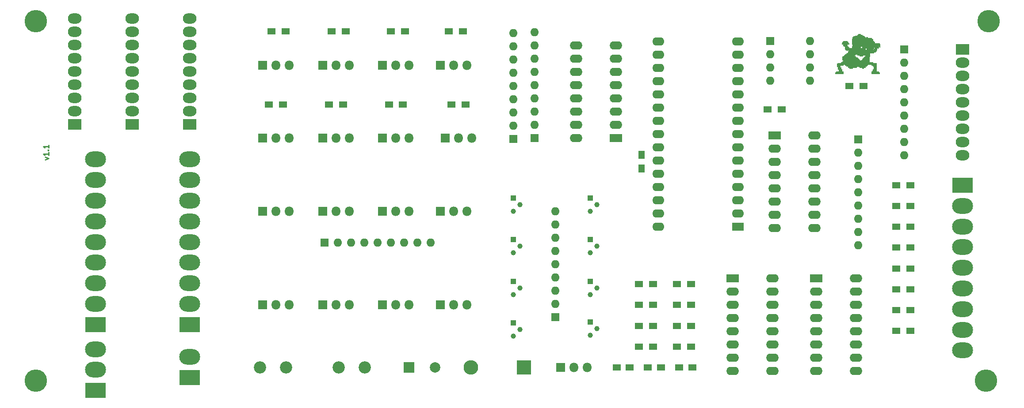
<source format=gts>
G04 #@! TF.FileFunction,Soldermask,Top*
%FSLAX46Y46*%
G04 Gerber Fmt 4.6, Leading zero omitted, Abs format (unit mm)*
G04 Created by KiCad (PCBNEW 4.0.7) date Fri Jan 12 08:51:38 2018*
%MOMM*%
%LPD*%
G01*
G04 APERTURE LIST*
%ADD10C,0.100000*%
%ADD11C,0.250000*%
%ADD12C,0.010000*%
%ADD13R,1.800000X1.800000*%
%ADD14O,1.800000X1.800000*%
%ADD15R,1.500000X1.300000*%
%ADD16R,1.600000X1.600000*%
%ADD17O,1.600000X1.600000*%
%ADD18R,2.400000X1.600000*%
%ADD19O,2.400000X1.600000*%
%ADD20C,1.000000*%
%ADD21R,1.000000X1.000000*%
%ADD22C,2.350000*%
%ADD23R,1.500000X1.250000*%
%ADD24R,2.286000X1.574800*%
%ADD25O,2.286000X1.574800*%
%ADD26R,4.000000X3.000000*%
%ADD27O,4.000000X3.000000*%
%ADD28R,2.600000X2.000000*%
%ADD29O,2.600000X2.000000*%
%ADD30R,2.000000X2.000000*%
%ADD31C,2.000000*%
%ADD32R,2.800000X2.800000*%
%ADD33O,2.800000X2.800000*%
%ADD34R,1.300000X1.500000*%
%ADD35C,4.300000*%
G04 APERTURE END LIST*
D10*
D11*
X32285714Y-82098571D02*
X32952381Y-81860476D01*
X32285714Y-81622380D01*
X32952381Y-80717618D02*
X32952381Y-81289047D01*
X32952381Y-81003333D02*
X31952381Y-81003333D01*
X32095238Y-81098571D01*
X32190476Y-81193809D01*
X32238095Y-81289047D01*
X32857143Y-80289047D02*
X32904762Y-80241428D01*
X32952381Y-80289047D01*
X32904762Y-80336666D01*
X32857143Y-80289047D01*
X32952381Y-80289047D01*
X32952381Y-79289047D02*
X32952381Y-79860476D01*
X32952381Y-79574762D02*
X31952381Y-79574762D01*
X32095238Y-79670000D01*
X32190476Y-79765238D01*
X32238095Y-79860476D01*
D12*
G36*
X188000000Y-58000000D02*
X188150000Y-58000000D01*
X188150000Y-58150000D01*
X188000000Y-58150000D01*
X188000000Y-58000000D01*
X188000000Y-58000000D01*
G37*
X188000000Y-58000000D02*
X188150000Y-58000000D01*
X188150000Y-58150000D01*
X188000000Y-58150000D01*
X188000000Y-58000000D01*
G36*
X188150000Y-58000000D02*
X188300000Y-58000000D01*
X188300000Y-58150000D01*
X188150000Y-58150000D01*
X188150000Y-58000000D01*
X188150000Y-58000000D01*
G37*
X188150000Y-58000000D02*
X188300000Y-58000000D01*
X188300000Y-58150000D01*
X188150000Y-58150000D01*
X188150000Y-58000000D01*
G36*
X188300000Y-58000000D02*
X188450000Y-58000000D01*
X188450000Y-58150000D01*
X188300000Y-58150000D01*
X188300000Y-58000000D01*
X188300000Y-58000000D01*
G37*
X188300000Y-58000000D02*
X188450000Y-58000000D01*
X188450000Y-58150000D01*
X188300000Y-58150000D01*
X188300000Y-58000000D01*
G36*
X187850000Y-58150000D02*
X188000000Y-58150000D01*
X188000000Y-58300000D01*
X187850000Y-58300000D01*
X187850000Y-58150000D01*
X187850000Y-58150000D01*
G37*
X187850000Y-58150000D02*
X188000000Y-58150000D01*
X188000000Y-58300000D01*
X187850000Y-58300000D01*
X187850000Y-58150000D01*
G36*
X188000000Y-58150000D02*
X188150000Y-58150000D01*
X188150000Y-58300000D01*
X188000000Y-58300000D01*
X188000000Y-58150000D01*
X188000000Y-58150000D01*
G37*
X188000000Y-58150000D02*
X188150000Y-58150000D01*
X188150000Y-58300000D01*
X188000000Y-58300000D01*
X188000000Y-58150000D01*
G36*
X188150000Y-58150000D02*
X188300000Y-58150000D01*
X188300000Y-58300000D01*
X188150000Y-58300000D01*
X188150000Y-58150000D01*
X188150000Y-58150000D01*
G37*
X188150000Y-58150000D02*
X188300000Y-58150000D01*
X188300000Y-58300000D01*
X188150000Y-58300000D01*
X188150000Y-58150000D01*
G36*
X188300000Y-58150000D02*
X188450000Y-58150000D01*
X188450000Y-58300000D01*
X188300000Y-58300000D01*
X188300000Y-58150000D01*
X188300000Y-58150000D01*
G37*
X188300000Y-58150000D02*
X188450000Y-58150000D01*
X188450000Y-58300000D01*
X188300000Y-58300000D01*
X188300000Y-58150000D01*
G36*
X188450000Y-58150000D02*
X188600000Y-58150000D01*
X188600000Y-58300000D01*
X188450000Y-58300000D01*
X188450000Y-58150000D01*
X188450000Y-58150000D01*
G37*
X188450000Y-58150000D02*
X188600000Y-58150000D01*
X188600000Y-58300000D01*
X188450000Y-58300000D01*
X188450000Y-58150000D01*
G36*
X188600000Y-58150000D02*
X188750000Y-58150000D01*
X188750000Y-58300000D01*
X188600000Y-58300000D01*
X188600000Y-58150000D01*
X188600000Y-58150000D01*
G37*
X188600000Y-58150000D02*
X188750000Y-58150000D01*
X188750000Y-58300000D01*
X188600000Y-58300000D01*
X188600000Y-58150000D01*
G36*
X187400000Y-58300000D02*
X187550000Y-58300000D01*
X187550000Y-58450000D01*
X187400000Y-58450000D01*
X187400000Y-58300000D01*
X187400000Y-58300000D01*
G37*
X187400000Y-58300000D02*
X187550000Y-58300000D01*
X187550000Y-58450000D01*
X187400000Y-58450000D01*
X187400000Y-58300000D01*
G36*
X187550000Y-58300000D02*
X187700000Y-58300000D01*
X187700000Y-58450000D01*
X187550000Y-58450000D01*
X187550000Y-58300000D01*
X187550000Y-58300000D01*
G37*
X187550000Y-58300000D02*
X187700000Y-58300000D01*
X187700000Y-58450000D01*
X187550000Y-58450000D01*
X187550000Y-58300000D01*
G36*
X187700000Y-58300000D02*
X187850000Y-58300000D01*
X187850000Y-58450000D01*
X187700000Y-58450000D01*
X187700000Y-58300000D01*
X187700000Y-58300000D01*
G37*
X187700000Y-58300000D02*
X187850000Y-58300000D01*
X187850000Y-58450000D01*
X187700000Y-58450000D01*
X187700000Y-58300000D01*
G36*
X187850000Y-58300000D02*
X188000000Y-58300000D01*
X188000000Y-58450000D01*
X187850000Y-58450000D01*
X187850000Y-58300000D01*
X187850000Y-58300000D01*
G37*
X187850000Y-58300000D02*
X188000000Y-58300000D01*
X188000000Y-58450000D01*
X187850000Y-58450000D01*
X187850000Y-58300000D01*
G36*
X188000000Y-58300000D02*
X188150000Y-58300000D01*
X188150000Y-58450000D01*
X188000000Y-58450000D01*
X188000000Y-58300000D01*
X188000000Y-58300000D01*
G37*
X188000000Y-58300000D02*
X188150000Y-58300000D01*
X188150000Y-58450000D01*
X188000000Y-58450000D01*
X188000000Y-58300000D01*
G36*
X188150000Y-58300000D02*
X188300000Y-58300000D01*
X188300000Y-58450000D01*
X188150000Y-58450000D01*
X188150000Y-58300000D01*
X188150000Y-58300000D01*
G37*
X188150000Y-58300000D02*
X188300000Y-58300000D01*
X188300000Y-58450000D01*
X188150000Y-58450000D01*
X188150000Y-58300000D01*
G36*
X188300000Y-58300000D02*
X188450000Y-58300000D01*
X188450000Y-58450000D01*
X188300000Y-58450000D01*
X188300000Y-58300000D01*
X188300000Y-58300000D01*
G37*
X188300000Y-58300000D02*
X188450000Y-58300000D01*
X188450000Y-58450000D01*
X188300000Y-58450000D01*
X188300000Y-58300000D01*
G36*
X188450000Y-58300000D02*
X188600000Y-58300000D01*
X188600000Y-58450000D01*
X188450000Y-58450000D01*
X188450000Y-58300000D01*
X188450000Y-58300000D01*
G37*
X188450000Y-58300000D02*
X188600000Y-58300000D01*
X188600000Y-58450000D01*
X188450000Y-58450000D01*
X188450000Y-58300000D01*
G36*
X188600000Y-58300000D02*
X188750000Y-58300000D01*
X188750000Y-58450000D01*
X188600000Y-58450000D01*
X188600000Y-58300000D01*
X188600000Y-58300000D01*
G37*
X188600000Y-58300000D02*
X188750000Y-58300000D01*
X188750000Y-58450000D01*
X188600000Y-58450000D01*
X188600000Y-58300000D01*
G36*
X188750000Y-58300000D02*
X188900000Y-58300000D01*
X188900000Y-58450000D01*
X188750000Y-58450000D01*
X188750000Y-58300000D01*
X188750000Y-58300000D01*
G37*
X188750000Y-58300000D02*
X188900000Y-58300000D01*
X188900000Y-58450000D01*
X188750000Y-58450000D01*
X188750000Y-58300000D01*
G36*
X188900000Y-58300000D02*
X189050000Y-58300000D01*
X189050000Y-58450000D01*
X188900000Y-58450000D01*
X188900000Y-58300000D01*
X188900000Y-58300000D01*
G37*
X188900000Y-58300000D02*
X189050000Y-58300000D01*
X189050000Y-58450000D01*
X188900000Y-58450000D01*
X188900000Y-58300000D01*
G36*
X187100000Y-58450000D02*
X187250000Y-58450000D01*
X187250000Y-58600000D01*
X187100000Y-58600000D01*
X187100000Y-58450000D01*
X187100000Y-58450000D01*
G37*
X187100000Y-58450000D02*
X187250000Y-58450000D01*
X187250000Y-58600000D01*
X187100000Y-58600000D01*
X187100000Y-58450000D01*
G36*
X187250000Y-58450000D02*
X187400000Y-58450000D01*
X187400000Y-58600000D01*
X187250000Y-58600000D01*
X187250000Y-58450000D01*
X187250000Y-58450000D01*
G37*
X187250000Y-58450000D02*
X187400000Y-58450000D01*
X187400000Y-58600000D01*
X187250000Y-58600000D01*
X187250000Y-58450000D01*
G36*
X187400000Y-58450000D02*
X187550000Y-58450000D01*
X187550000Y-58600000D01*
X187400000Y-58600000D01*
X187400000Y-58450000D01*
X187400000Y-58450000D01*
G37*
X187400000Y-58450000D02*
X187550000Y-58450000D01*
X187550000Y-58600000D01*
X187400000Y-58600000D01*
X187400000Y-58450000D01*
G36*
X187550000Y-58450000D02*
X187700000Y-58450000D01*
X187700000Y-58600000D01*
X187550000Y-58600000D01*
X187550000Y-58450000D01*
X187550000Y-58450000D01*
G37*
X187550000Y-58450000D02*
X187700000Y-58450000D01*
X187700000Y-58600000D01*
X187550000Y-58600000D01*
X187550000Y-58450000D01*
G36*
X187700000Y-58450000D02*
X187850000Y-58450000D01*
X187850000Y-58600000D01*
X187700000Y-58600000D01*
X187700000Y-58450000D01*
X187700000Y-58450000D01*
G37*
X187700000Y-58450000D02*
X187850000Y-58450000D01*
X187850000Y-58600000D01*
X187700000Y-58600000D01*
X187700000Y-58450000D01*
G36*
X187850000Y-58450000D02*
X188000000Y-58450000D01*
X188000000Y-58600000D01*
X187850000Y-58600000D01*
X187850000Y-58450000D01*
X187850000Y-58450000D01*
G37*
X187850000Y-58450000D02*
X188000000Y-58450000D01*
X188000000Y-58600000D01*
X187850000Y-58600000D01*
X187850000Y-58450000D01*
G36*
X188000000Y-58450000D02*
X188150000Y-58450000D01*
X188150000Y-58600000D01*
X188000000Y-58600000D01*
X188000000Y-58450000D01*
X188000000Y-58450000D01*
G37*
X188000000Y-58450000D02*
X188150000Y-58450000D01*
X188150000Y-58600000D01*
X188000000Y-58600000D01*
X188000000Y-58450000D01*
G36*
X188150000Y-58450000D02*
X188300000Y-58450000D01*
X188300000Y-58600000D01*
X188150000Y-58600000D01*
X188150000Y-58450000D01*
X188150000Y-58450000D01*
G37*
X188150000Y-58450000D02*
X188300000Y-58450000D01*
X188300000Y-58600000D01*
X188150000Y-58600000D01*
X188150000Y-58450000D01*
G36*
X188300000Y-58450000D02*
X188450000Y-58450000D01*
X188450000Y-58600000D01*
X188300000Y-58600000D01*
X188300000Y-58450000D01*
X188300000Y-58450000D01*
G37*
X188300000Y-58450000D02*
X188450000Y-58450000D01*
X188450000Y-58600000D01*
X188300000Y-58600000D01*
X188300000Y-58450000D01*
G36*
X188450000Y-58450000D02*
X188600000Y-58450000D01*
X188600000Y-58600000D01*
X188450000Y-58600000D01*
X188450000Y-58450000D01*
X188450000Y-58450000D01*
G37*
X188450000Y-58450000D02*
X188600000Y-58450000D01*
X188600000Y-58600000D01*
X188450000Y-58600000D01*
X188450000Y-58450000D01*
G36*
X188600000Y-58450000D02*
X188750000Y-58450000D01*
X188750000Y-58600000D01*
X188600000Y-58600000D01*
X188600000Y-58450000D01*
X188600000Y-58450000D01*
G37*
X188600000Y-58450000D02*
X188750000Y-58450000D01*
X188750000Y-58600000D01*
X188600000Y-58600000D01*
X188600000Y-58450000D01*
G36*
X188750000Y-58450000D02*
X188900000Y-58450000D01*
X188900000Y-58600000D01*
X188750000Y-58600000D01*
X188750000Y-58450000D01*
X188750000Y-58450000D01*
G37*
X188750000Y-58450000D02*
X188900000Y-58450000D01*
X188900000Y-58600000D01*
X188750000Y-58600000D01*
X188750000Y-58450000D01*
G36*
X188900000Y-58450000D02*
X189050000Y-58450000D01*
X189050000Y-58600000D01*
X188900000Y-58600000D01*
X188900000Y-58450000D01*
X188900000Y-58450000D01*
G37*
X188900000Y-58450000D02*
X189050000Y-58450000D01*
X189050000Y-58600000D01*
X188900000Y-58600000D01*
X188900000Y-58450000D01*
G36*
X189050000Y-58450000D02*
X189200000Y-58450000D01*
X189200000Y-58600000D01*
X189050000Y-58600000D01*
X189050000Y-58450000D01*
X189050000Y-58450000D01*
G37*
X189050000Y-58450000D02*
X189200000Y-58450000D01*
X189200000Y-58600000D01*
X189050000Y-58600000D01*
X189050000Y-58450000D01*
G36*
X186950000Y-58600000D02*
X187100000Y-58600000D01*
X187100000Y-58750000D01*
X186950000Y-58750000D01*
X186950000Y-58600000D01*
X186950000Y-58600000D01*
G37*
X186950000Y-58600000D02*
X187100000Y-58600000D01*
X187100000Y-58750000D01*
X186950000Y-58750000D01*
X186950000Y-58600000D01*
G36*
X187100000Y-58600000D02*
X187250000Y-58600000D01*
X187250000Y-58750000D01*
X187100000Y-58750000D01*
X187100000Y-58600000D01*
X187100000Y-58600000D01*
G37*
X187100000Y-58600000D02*
X187250000Y-58600000D01*
X187250000Y-58750000D01*
X187100000Y-58750000D01*
X187100000Y-58600000D01*
G36*
X187250000Y-58600000D02*
X187400000Y-58600000D01*
X187400000Y-58750000D01*
X187250000Y-58750000D01*
X187250000Y-58600000D01*
X187250000Y-58600000D01*
G37*
X187250000Y-58600000D02*
X187400000Y-58600000D01*
X187400000Y-58750000D01*
X187250000Y-58750000D01*
X187250000Y-58600000D01*
G36*
X187400000Y-58600000D02*
X187550000Y-58600000D01*
X187550000Y-58750000D01*
X187400000Y-58750000D01*
X187400000Y-58600000D01*
X187400000Y-58600000D01*
G37*
X187400000Y-58600000D02*
X187550000Y-58600000D01*
X187550000Y-58750000D01*
X187400000Y-58750000D01*
X187400000Y-58600000D01*
G36*
X187550000Y-58600000D02*
X187700000Y-58600000D01*
X187700000Y-58750000D01*
X187550000Y-58750000D01*
X187550000Y-58600000D01*
X187550000Y-58600000D01*
G37*
X187550000Y-58600000D02*
X187700000Y-58600000D01*
X187700000Y-58750000D01*
X187550000Y-58750000D01*
X187550000Y-58600000D01*
G36*
X187700000Y-58600000D02*
X187850000Y-58600000D01*
X187850000Y-58750000D01*
X187700000Y-58750000D01*
X187700000Y-58600000D01*
X187700000Y-58600000D01*
G37*
X187700000Y-58600000D02*
X187850000Y-58600000D01*
X187850000Y-58750000D01*
X187700000Y-58750000D01*
X187700000Y-58600000D01*
G36*
X187850000Y-58600000D02*
X188000000Y-58600000D01*
X188000000Y-58750000D01*
X187850000Y-58750000D01*
X187850000Y-58600000D01*
X187850000Y-58600000D01*
G37*
X187850000Y-58600000D02*
X188000000Y-58600000D01*
X188000000Y-58750000D01*
X187850000Y-58750000D01*
X187850000Y-58600000D01*
G36*
X188000000Y-58600000D02*
X188150000Y-58600000D01*
X188150000Y-58750000D01*
X188000000Y-58750000D01*
X188000000Y-58600000D01*
X188000000Y-58600000D01*
G37*
X188000000Y-58600000D02*
X188150000Y-58600000D01*
X188150000Y-58750000D01*
X188000000Y-58750000D01*
X188000000Y-58600000D01*
G36*
X188150000Y-58600000D02*
X188300000Y-58600000D01*
X188300000Y-58750000D01*
X188150000Y-58750000D01*
X188150000Y-58600000D01*
X188150000Y-58600000D01*
G37*
X188150000Y-58600000D02*
X188300000Y-58600000D01*
X188300000Y-58750000D01*
X188150000Y-58750000D01*
X188150000Y-58600000D01*
G36*
X188300000Y-58600000D02*
X188450000Y-58600000D01*
X188450000Y-58750000D01*
X188300000Y-58750000D01*
X188300000Y-58600000D01*
X188300000Y-58600000D01*
G37*
X188300000Y-58600000D02*
X188450000Y-58600000D01*
X188450000Y-58750000D01*
X188300000Y-58750000D01*
X188300000Y-58600000D01*
G36*
X188450000Y-58600000D02*
X188600000Y-58600000D01*
X188600000Y-58750000D01*
X188450000Y-58750000D01*
X188450000Y-58600000D01*
X188450000Y-58600000D01*
G37*
X188450000Y-58600000D02*
X188600000Y-58600000D01*
X188600000Y-58750000D01*
X188450000Y-58750000D01*
X188450000Y-58600000D01*
G36*
X188600000Y-58600000D02*
X188750000Y-58600000D01*
X188750000Y-58750000D01*
X188600000Y-58750000D01*
X188600000Y-58600000D01*
X188600000Y-58600000D01*
G37*
X188600000Y-58600000D02*
X188750000Y-58600000D01*
X188750000Y-58750000D01*
X188600000Y-58750000D01*
X188600000Y-58600000D01*
G36*
X188750000Y-58600000D02*
X188900000Y-58600000D01*
X188900000Y-58750000D01*
X188750000Y-58750000D01*
X188750000Y-58600000D01*
X188750000Y-58600000D01*
G37*
X188750000Y-58600000D02*
X188900000Y-58600000D01*
X188900000Y-58750000D01*
X188750000Y-58750000D01*
X188750000Y-58600000D01*
G36*
X188900000Y-58600000D02*
X189050000Y-58600000D01*
X189050000Y-58750000D01*
X188900000Y-58750000D01*
X188900000Y-58600000D01*
X188900000Y-58600000D01*
G37*
X188900000Y-58600000D02*
X189050000Y-58600000D01*
X189050000Y-58750000D01*
X188900000Y-58750000D01*
X188900000Y-58600000D01*
G36*
X189050000Y-58600000D02*
X189200000Y-58600000D01*
X189200000Y-58750000D01*
X189050000Y-58750000D01*
X189050000Y-58600000D01*
X189050000Y-58600000D01*
G37*
X189050000Y-58600000D02*
X189200000Y-58600000D01*
X189200000Y-58750000D01*
X189050000Y-58750000D01*
X189050000Y-58600000D01*
G36*
X189200000Y-58600000D02*
X189350000Y-58600000D01*
X189350000Y-58750000D01*
X189200000Y-58750000D01*
X189200000Y-58600000D01*
X189200000Y-58600000D01*
G37*
X189200000Y-58600000D02*
X189350000Y-58600000D01*
X189350000Y-58750000D01*
X189200000Y-58750000D01*
X189200000Y-58600000D01*
G36*
X189500000Y-58600000D02*
X189650000Y-58600000D01*
X189650000Y-58750000D01*
X189500000Y-58750000D01*
X189500000Y-58600000D01*
X189500000Y-58600000D01*
G37*
X189500000Y-58600000D02*
X189650000Y-58600000D01*
X189650000Y-58750000D01*
X189500000Y-58750000D01*
X189500000Y-58600000D01*
G36*
X189650000Y-58600000D02*
X189800000Y-58600000D01*
X189800000Y-58750000D01*
X189650000Y-58750000D01*
X189650000Y-58600000D01*
X189650000Y-58600000D01*
G37*
X189650000Y-58600000D02*
X189800000Y-58600000D01*
X189800000Y-58750000D01*
X189650000Y-58750000D01*
X189650000Y-58600000D01*
G36*
X186950000Y-58750000D02*
X187100000Y-58750000D01*
X187100000Y-58900000D01*
X186950000Y-58900000D01*
X186950000Y-58750000D01*
X186950000Y-58750000D01*
G37*
X186950000Y-58750000D02*
X187100000Y-58750000D01*
X187100000Y-58900000D01*
X186950000Y-58900000D01*
X186950000Y-58750000D01*
G36*
X187100000Y-58750000D02*
X187250000Y-58750000D01*
X187250000Y-58900000D01*
X187100000Y-58900000D01*
X187100000Y-58750000D01*
X187100000Y-58750000D01*
G37*
X187100000Y-58750000D02*
X187250000Y-58750000D01*
X187250000Y-58900000D01*
X187100000Y-58900000D01*
X187100000Y-58750000D01*
G36*
X187250000Y-58750000D02*
X187400000Y-58750000D01*
X187400000Y-58900000D01*
X187250000Y-58900000D01*
X187250000Y-58750000D01*
X187250000Y-58750000D01*
G37*
X187250000Y-58750000D02*
X187400000Y-58750000D01*
X187400000Y-58900000D01*
X187250000Y-58900000D01*
X187250000Y-58750000D01*
G36*
X187400000Y-58750000D02*
X187550000Y-58750000D01*
X187550000Y-58900000D01*
X187400000Y-58900000D01*
X187400000Y-58750000D01*
X187400000Y-58750000D01*
G37*
X187400000Y-58750000D02*
X187550000Y-58750000D01*
X187550000Y-58900000D01*
X187400000Y-58900000D01*
X187400000Y-58750000D01*
G36*
X187550000Y-58750000D02*
X187700000Y-58750000D01*
X187700000Y-58900000D01*
X187550000Y-58900000D01*
X187550000Y-58750000D01*
X187550000Y-58750000D01*
G37*
X187550000Y-58750000D02*
X187700000Y-58750000D01*
X187700000Y-58900000D01*
X187550000Y-58900000D01*
X187550000Y-58750000D01*
G36*
X187700000Y-58750000D02*
X187850000Y-58750000D01*
X187850000Y-58900000D01*
X187700000Y-58900000D01*
X187700000Y-58750000D01*
X187700000Y-58750000D01*
G37*
X187700000Y-58750000D02*
X187850000Y-58750000D01*
X187850000Y-58900000D01*
X187700000Y-58900000D01*
X187700000Y-58750000D01*
G36*
X187850000Y-58750000D02*
X188000000Y-58750000D01*
X188000000Y-58900000D01*
X187850000Y-58900000D01*
X187850000Y-58750000D01*
X187850000Y-58750000D01*
G37*
X187850000Y-58750000D02*
X188000000Y-58750000D01*
X188000000Y-58900000D01*
X187850000Y-58900000D01*
X187850000Y-58750000D01*
G36*
X188000000Y-58750000D02*
X188150000Y-58750000D01*
X188150000Y-58900000D01*
X188000000Y-58900000D01*
X188000000Y-58750000D01*
X188000000Y-58750000D01*
G37*
X188000000Y-58750000D02*
X188150000Y-58750000D01*
X188150000Y-58900000D01*
X188000000Y-58900000D01*
X188000000Y-58750000D01*
G36*
X188150000Y-58750000D02*
X188300000Y-58750000D01*
X188300000Y-58900000D01*
X188150000Y-58900000D01*
X188150000Y-58750000D01*
X188150000Y-58750000D01*
G37*
X188150000Y-58750000D02*
X188300000Y-58750000D01*
X188300000Y-58900000D01*
X188150000Y-58900000D01*
X188150000Y-58750000D01*
G36*
X188300000Y-58750000D02*
X188450000Y-58750000D01*
X188450000Y-58900000D01*
X188300000Y-58900000D01*
X188300000Y-58750000D01*
X188300000Y-58750000D01*
G37*
X188300000Y-58750000D02*
X188450000Y-58750000D01*
X188450000Y-58900000D01*
X188300000Y-58900000D01*
X188300000Y-58750000D01*
G36*
X188450000Y-58750000D02*
X188600000Y-58750000D01*
X188600000Y-58900000D01*
X188450000Y-58900000D01*
X188450000Y-58750000D01*
X188450000Y-58750000D01*
G37*
X188450000Y-58750000D02*
X188600000Y-58750000D01*
X188600000Y-58900000D01*
X188450000Y-58900000D01*
X188450000Y-58750000D01*
G36*
X188600000Y-58750000D02*
X188750000Y-58750000D01*
X188750000Y-58900000D01*
X188600000Y-58900000D01*
X188600000Y-58750000D01*
X188600000Y-58750000D01*
G37*
X188600000Y-58750000D02*
X188750000Y-58750000D01*
X188750000Y-58900000D01*
X188600000Y-58900000D01*
X188600000Y-58750000D01*
G36*
X188750000Y-58750000D02*
X188900000Y-58750000D01*
X188900000Y-58900000D01*
X188750000Y-58900000D01*
X188750000Y-58750000D01*
X188750000Y-58750000D01*
G37*
X188750000Y-58750000D02*
X188900000Y-58750000D01*
X188900000Y-58900000D01*
X188750000Y-58900000D01*
X188750000Y-58750000D01*
G36*
X188900000Y-58750000D02*
X189050000Y-58750000D01*
X189050000Y-58900000D01*
X188900000Y-58900000D01*
X188900000Y-58750000D01*
X188900000Y-58750000D01*
G37*
X188900000Y-58750000D02*
X189050000Y-58750000D01*
X189050000Y-58900000D01*
X188900000Y-58900000D01*
X188900000Y-58750000D01*
G36*
X189050000Y-58750000D02*
X189200000Y-58750000D01*
X189200000Y-58900000D01*
X189050000Y-58900000D01*
X189050000Y-58750000D01*
X189050000Y-58750000D01*
G37*
X189050000Y-58750000D02*
X189200000Y-58750000D01*
X189200000Y-58900000D01*
X189050000Y-58900000D01*
X189050000Y-58750000D01*
G36*
X189200000Y-58750000D02*
X189350000Y-58750000D01*
X189350000Y-58900000D01*
X189200000Y-58900000D01*
X189200000Y-58750000D01*
X189200000Y-58750000D01*
G37*
X189200000Y-58750000D02*
X189350000Y-58750000D01*
X189350000Y-58900000D01*
X189200000Y-58900000D01*
X189200000Y-58750000D01*
G36*
X189350000Y-58750000D02*
X189500000Y-58750000D01*
X189500000Y-58900000D01*
X189350000Y-58900000D01*
X189350000Y-58750000D01*
X189350000Y-58750000D01*
G37*
X189350000Y-58750000D02*
X189500000Y-58750000D01*
X189500000Y-58900000D01*
X189350000Y-58900000D01*
X189350000Y-58750000D01*
G36*
X189500000Y-58750000D02*
X189650000Y-58750000D01*
X189650000Y-58900000D01*
X189500000Y-58900000D01*
X189500000Y-58750000D01*
X189500000Y-58750000D01*
G37*
X189500000Y-58750000D02*
X189650000Y-58750000D01*
X189650000Y-58900000D01*
X189500000Y-58900000D01*
X189500000Y-58750000D01*
G36*
X189650000Y-58750000D02*
X189800000Y-58750000D01*
X189800000Y-58900000D01*
X189650000Y-58900000D01*
X189650000Y-58750000D01*
X189650000Y-58750000D01*
G37*
X189650000Y-58750000D02*
X189800000Y-58750000D01*
X189800000Y-58900000D01*
X189650000Y-58900000D01*
X189650000Y-58750000D01*
G36*
X189800000Y-58750000D02*
X189950000Y-58750000D01*
X189950000Y-58900000D01*
X189800000Y-58900000D01*
X189800000Y-58750000D01*
X189800000Y-58750000D01*
G37*
X189800000Y-58750000D02*
X189950000Y-58750000D01*
X189950000Y-58900000D01*
X189800000Y-58900000D01*
X189800000Y-58750000D01*
G36*
X189950000Y-58750000D02*
X190100000Y-58750000D01*
X190100000Y-58900000D01*
X189950000Y-58900000D01*
X189950000Y-58750000D01*
X189950000Y-58750000D01*
G37*
X189950000Y-58750000D02*
X190100000Y-58750000D01*
X190100000Y-58900000D01*
X189950000Y-58900000D01*
X189950000Y-58750000D01*
G36*
X190100000Y-58750000D02*
X190250000Y-58750000D01*
X190250000Y-58900000D01*
X190100000Y-58900000D01*
X190100000Y-58750000D01*
X190100000Y-58750000D01*
G37*
X190100000Y-58750000D02*
X190250000Y-58750000D01*
X190250000Y-58900000D01*
X190100000Y-58900000D01*
X190100000Y-58750000D01*
G36*
X190250000Y-58750000D02*
X190400000Y-58750000D01*
X190400000Y-58900000D01*
X190250000Y-58900000D01*
X190250000Y-58750000D01*
X190250000Y-58750000D01*
G37*
X190250000Y-58750000D02*
X190400000Y-58750000D01*
X190400000Y-58900000D01*
X190250000Y-58900000D01*
X190250000Y-58750000D01*
G36*
X190400000Y-58750000D02*
X190550000Y-58750000D01*
X190550000Y-58900000D01*
X190400000Y-58900000D01*
X190400000Y-58750000D01*
X190400000Y-58750000D01*
G37*
X190400000Y-58750000D02*
X190550000Y-58750000D01*
X190550000Y-58900000D01*
X190400000Y-58900000D01*
X190400000Y-58750000D01*
G36*
X186800000Y-58900000D02*
X186950000Y-58900000D01*
X186950000Y-59050000D01*
X186800000Y-59050000D01*
X186800000Y-58900000D01*
X186800000Y-58900000D01*
G37*
X186800000Y-58900000D02*
X186950000Y-58900000D01*
X186950000Y-59050000D01*
X186800000Y-59050000D01*
X186800000Y-58900000D01*
G36*
X186950000Y-58900000D02*
X187100000Y-58900000D01*
X187100000Y-59050000D01*
X186950000Y-59050000D01*
X186950000Y-58900000D01*
X186950000Y-58900000D01*
G37*
X186950000Y-58900000D02*
X187100000Y-58900000D01*
X187100000Y-59050000D01*
X186950000Y-59050000D01*
X186950000Y-58900000D01*
G36*
X187100000Y-58900000D02*
X187250000Y-58900000D01*
X187250000Y-59050000D01*
X187100000Y-59050000D01*
X187100000Y-58900000D01*
X187100000Y-58900000D01*
G37*
X187100000Y-58900000D02*
X187250000Y-58900000D01*
X187250000Y-59050000D01*
X187100000Y-59050000D01*
X187100000Y-58900000D01*
G36*
X187250000Y-58900000D02*
X187400000Y-58900000D01*
X187400000Y-59050000D01*
X187250000Y-59050000D01*
X187250000Y-58900000D01*
X187250000Y-58900000D01*
G37*
X187250000Y-58900000D02*
X187400000Y-58900000D01*
X187400000Y-59050000D01*
X187250000Y-59050000D01*
X187250000Y-58900000D01*
G36*
X187400000Y-58900000D02*
X187550000Y-58900000D01*
X187550000Y-59050000D01*
X187400000Y-59050000D01*
X187400000Y-58900000D01*
X187400000Y-58900000D01*
G37*
X187400000Y-58900000D02*
X187550000Y-58900000D01*
X187550000Y-59050000D01*
X187400000Y-59050000D01*
X187400000Y-58900000D01*
G36*
X187550000Y-58900000D02*
X187700000Y-58900000D01*
X187700000Y-59050000D01*
X187550000Y-59050000D01*
X187550000Y-58900000D01*
X187550000Y-58900000D01*
G37*
X187550000Y-58900000D02*
X187700000Y-58900000D01*
X187700000Y-59050000D01*
X187550000Y-59050000D01*
X187550000Y-58900000D01*
G36*
X187700000Y-58900000D02*
X187850000Y-58900000D01*
X187850000Y-59050000D01*
X187700000Y-59050000D01*
X187700000Y-58900000D01*
X187700000Y-58900000D01*
G37*
X187700000Y-58900000D02*
X187850000Y-58900000D01*
X187850000Y-59050000D01*
X187700000Y-59050000D01*
X187700000Y-58900000D01*
G36*
X187850000Y-58900000D02*
X188000000Y-58900000D01*
X188000000Y-59050000D01*
X187850000Y-59050000D01*
X187850000Y-58900000D01*
X187850000Y-58900000D01*
G37*
X187850000Y-58900000D02*
X188000000Y-58900000D01*
X188000000Y-59050000D01*
X187850000Y-59050000D01*
X187850000Y-58900000D01*
G36*
X188000000Y-58900000D02*
X188150000Y-58900000D01*
X188150000Y-59050000D01*
X188000000Y-59050000D01*
X188000000Y-58900000D01*
X188000000Y-58900000D01*
G37*
X188000000Y-58900000D02*
X188150000Y-58900000D01*
X188150000Y-59050000D01*
X188000000Y-59050000D01*
X188000000Y-58900000D01*
G36*
X188150000Y-58900000D02*
X188300000Y-58900000D01*
X188300000Y-59050000D01*
X188150000Y-59050000D01*
X188150000Y-58900000D01*
X188150000Y-58900000D01*
G37*
X188150000Y-58900000D02*
X188300000Y-58900000D01*
X188300000Y-59050000D01*
X188150000Y-59050000D01*
X188150000Y-58900000D01*
G36*
X188300000Y-58900000D02*
X188450000Y-58900000D01*
X188450000Y-59050000D01*
X188300000Y-59050000D01*
X188300000Y-58900000D01*
X188300000Y-58900000D01*
G37*
X188300000Y-58900000D02*
X188450000Y-58900000D01*
X188450000Y-59050000D01*
X188300000Y-59050000D01*
X188300000Y-58900000D01*
G36*
X188450000Y-58900000D02*
X188600000Y-58900000D01*
X188600000Y-59050000D01*
X188450000Y-59050000D01*
X188450000Y-58900000D01*
X188450000Y-58900000D01*
G37*
X188450000Y-58900000D02*
X188600000Y-58900000D01*
X188600000Y-59050000D01*
X188450000Y-59050000D01*
X188450000Y-58900000D01*
G36*
X188600000Y-58900000D02*
X188750000Y-58900000D01*
X188750000Y-59050000D01*
X188600000Y-59050000D01*
X188600000Y-58900000D01*
X188600000Y-58900000D01*
G37*
X188600000Y-58900000D02*
X188750000Y-58900000D01*
X188750000Y-59050000D01*
X188600000Y-59050000D01*
X188600000Y-58900000D01*
G36*
X188750000Y-58900000D02*
X188900000Y-58900000D01*
X188900000Y-59050000D01*
X188750000Y-59050000D01*
X188750000Y-58900000D01*
X188750000Y-58900000D01*
G37*
X188750000Y-58900000D02*
X188900000Y-58900000D01*
X188900000Y-59050000D01*
X188750000Y-59050000D01*
X188750000Y-58900000D01*
G36*
X188900000Y-58900000D02*
X189050000Y-58900000D01*
X189050000Y-59050000D01*
X188900000Y-59050000D01*
X188900000Y-58900000D01*
X188900000Y-58900000D01*
G37*
X188900000Y-58900000D02*
X189050000Y-58900000D01*
X189050000Y-59050000D01*
X188900000Y-59050000D01*
X188900000Y-58900000D01*
G36*
X189050000Y-58900000D02*
X189200000Y-58900000D01*
X189200000Y-59050000D01*
X189050000Y-59050000D01*
X189050000Y-58900000D01*
X189050000Y-58900000D01*
G37*
X189050000Y-58900000D02*
X189200000Y-58900000D01*
X189200000Y-59050000D01*
X189050000Y-59050000D01*
X189050000Y-58900000D01*
G36*
X189200000Y-58900000D02*
X189350000Y-58900000D01*
X189350000Y-59050000D01*
X189200000Y-59050000D01*
X189200000Y-58900000D01*
X189200000Y-58900000D01*
G37*
X189200000Y-58900000D02*
X189350000Y-58900000D01*
X189350000Y-59050000D01*
X189200000Y-59050000D01*
X189200000Y-58900000D01*
G36*
X189350000Y-58900000D02*
X189500000Y-58900000D01*
X189500000Y-59050000D01*
X189350000Y-59050000D01*
X189350000Y-58900000D01*
X189350000Y-58900000D01*
G37*
X189350000Y-58900000D02*
X189500000Y-58900000D01*
X189500000Y-59050000D01*
X189350000Y-59050000D01*
X189350000Y-58900000D01*
G36*
X189500000Y-58900000D02*
X189650000Y-58900000D01*
X189650000Y-59050000D01*
X189500000Y-59050000D01*
X189500000Y-58900000D01*
X189500000Y-58900000D01*
G37*
X189500000Y-58900000D02*
X189650000Y-58900000D01*
X189650000Y-59050000D01*
X189500000Y-59050000D01*
X189500000Y-58900000D01*
G36*
X189650000Y-58900000D02*
X189800000Y-58900000D01*
X189800000Y-59050000D01*
X189650000Y-59050000D01*
X189650000Y-58900000D01*
X189650000Y-58900000D01*
G37*
X189650000Y-58900000D02*
X189800000Y-58900000D01*
X189800000Y-59050000D01*
X189650000Y-59050000D01*
X189650000Y-58900000D01*
G36*
X189800000Y-58900000D02*
X189950000Y-58900000D01*
X189950000Y-59050000D01*
X189800000Y-59050000D01*
X189800000Y-58900000D01*
X189800000Y-58900000D01*
G37*
X189800000Y-58900000D02*
X189950000Y-58900000D01*
X189950000Y-59050000D01*
X189800000Y-59050000D01*
X189800000Y-58900000D01*
G36*
X189950000Y-58900000D02*
X190100000Y-58900000D01*
X190100000Y-59050000D01*
X189950000Y-59050000D01*
X189950000Y-58900000D01*
X189950000Y-58900000D01*
G37*
X189950000Y-58900000D02*
X190100000Y-58900000D01*
X190100000Y-59050000D01*
X189950000Y-59050000D01*
X189950000Y-58900000D01*
G36*
X190100000Y-58900000D02*
X190250000Y-58900000D01*
X190250000Y-59050000D01*
X190100000Y-59050000D01*
X190100000Y-58900000D01*
X190100000Y-58900000D01*
G37*
X190100000Y-58900000D02*
X190250000Y-58900000D01*
X190250000Y-59050000D01*
X190100000Y-59050000D01*
X190100000Y-58900000D01*
G36*
X190250000Y-58900000D02*
X190400000Y-58900000D01*
X190400000Y-59050000D01*
X190250000Y-59050000D01*
X190250000Y-58900000D01*
X190250000Y-58900000D01*
G37*
X190250000Y-58900000D02*
X190400000Y-58900000D01*
X190400000Y-59050000D01*
X190250000Y-59050000D01*
X190250000Y-58900000D01*
G36*
X190400000Y-58900000D02*
X190550000Y-58900000D01*
X190550000Y-59050000D01*
X190400000Y-59050000D01*
X190400000Y-58900000D01*
X190400000Y-58900000D01*
G37*
X190400000Y-58900000D02*
X190550000Y-58900000D01*
X190550000Y-59050000D01*
X190400000Y-59050000D01*
X190400000Y-58900000D01*
G36*
X190550000Y-58900000D02*
X190700000Y-58900000D01*
X190700000Y-59050000D01*
X190550000Y-59050000D01*
X190550000Y-58900000D01*
X190550000Y-58900000D01*
G37*
X190550000Y-58900000D02*
X190700000Y-58900000D01*
X190700000Y-59050000D01*
X190550000Y-59050000D01*
X190550000Y-58900000D01*
G36*
X186800000Y-59050000D02*
X186950000Y-59050000D01*
X186950000Y-59200000D01*
X186800000Y-59200000D01*
X186800000Y-59050000D01*
X186800000Y-59050000D01*
G37*
X186800000Y-59050000D02*
X186950000Y-59050000D01*
X186950000Y-59200000D01*
X186800000Y-59200000D01*
X186800000Y-59050000D01*
G36*
X186950000Y-59050000D02*
X187100000Y-59050000D01*
X187100000Y-59200000D01*
X186950000Y-59200000D01*
X186950000Y-59050000D01*
X186950000Y-59050000D01*
G37*
X186950000Y-59050000D02*
X187100000Y-59050000D01*
X187100000Y-59200000D01*
X186950000Y-59200000D01*
X186950000Y-59050000D01*
G36*
X187100000Y-59050000D02*
X187250000Y-59050000D01*
X187250000Y-59200000D01*
X187100000Y-59200000D01*
X187100000Y-59050000D01*
X187100000Y-59050000D01*
G37*
X187100000Y-59050000D02*
X187250000Y-59050000D01*
X187250000Y-59200000D01*
X187100000Y-59200000D01*
X187100000Y-59050000D01*
G36*
X187250000Y-59050000D02*
X187400000Y-59050000D01*
X187400000Y-59200000D01*
X187250000Y-59200000D01*
X187250000Y-59050000D01*
X187250000Y-59050000D01*
G37*
X187250000Y-59050000D02*
X187400000Y-59050000D01*
X187400000Y-59200000D01*
X187250000Y-59200000D01*
X187250000Y-59050000D01*
G36*
X187400000Y-59050000D02*
X187550000Y-59050000D01*
X187550000Y-59200000D01*
X187400000Y-59200000D01*
X187400000Y-59050000D01*
X187400000Y-59050000D01*
G37*
X187400000Y-59050000D02*
X187550000Y-59050000D01*
X187550000Y-59200000D01*
X187400000Y-59200000D01*
X187400000Y-59050000D01*
G36*
X187550000Y-59050000D02*
X187700000Y-59050000D01*
X187700000Y-59200000D01*
X187550000Y-59200000D01*
X187550000Y-59050000D01*
X187550000Y-59050000D01*
G37*
X187550000Y-59050000D02*
X187700000Y-59050000D01*
X187700000Y-59200000D01*
X187550000Y-59200000D01*
X187550000Y-59050000D01*
G36*
X187700000Y-59050000D02*
X187850000Y-59050000D01*
X187850000Y-59200000D01*
X187700000Y-59200000D01*
X187700000Y-59050000D01*
X187700000Y-59050000D01*
G37*
X187700000Y-59050000D02*
X187850000Y-59050000D01*
X187850000Y-59200000D01*
X187700000Y-59200000D01*
X187700000Y-59050000D01*
G36*
X187850000Y-59050000D02*
X188000000Y-59050000D01*
X188000000Y-59200000D01*
X187850000Y-59200000D01*
X187850000Y-59050000D01*
X187850000Y-59050000D01*
G37*
X187850000Y-59050000D02*
X188000000Y-59050000D01*
X188000000Y-59200000D01*
X187850000Y-59200000D01*
X187850000Y-59050000D01*
G36*
X188000000Y-59050000D02*
X188150000Y-59050000D01*
X188150000Y-59200000D01*
X188000000Y-59200000D01*
X188000000Y-59050000D01*
X188000000Y-59050000D01*
G37*
X188000000Y-59050000D02*
X188150000Y-59050000D01*
X188150000Y-59200000D01*
X188000000Y-59200000D01*
X188000000Y-59050000D01*
G36*
X188150000Y-59050000D02*
X188300000Y-59050000D01*
X188300000Y-59200000D01*
X188150000Y-59200000D01*
X188150000Y-59050000D01*
X188150000Y-59050000D01*
G37*
X188150000Y-59050000D02*
X188300000Y-59050000D01*
X188300000Y-59200000D01*
X188150000Y-59200000D01*
X188150000Y-59050000D01*
G36*
X188300000Y-59050000D02*
X188450000Y-59050000D01*
X188450000Y-59200000D01*
X188300000Y-59200000D01*
X188300000Y-59050000D01*
X188300000Y-59050000D01*
G37*
X188300000Y-59050000D02*
X188450000Y-59050000D01*
X188450000Y-59200000D01*
X188300000Y-59200000D01*
X188300000Y-59050000D01*
G36*
X188450000Y-59050000D02*
X188600000Y-59050000D01*
X188600000Y-59200000D01*
X188450000Y-59200000D01*
X188450000Y-59050000D01*
X188450000Y-59050000D01*
G37*
X188450000Y-59050000D02*
X188600000Y-59050000D01*
X188600000Y-59200000D01*
X188450000Y-59200000D01*
X188450000Y-59050000D01*
G36*
X188600000Y-59050000D02*
X188750000Y-59050000D01*
X188750000Y-59200000D01*
X188600000Y-59200000D01*
X188600000Y-59050000D01*
X188600000Y-59050000D01*
G37*
X188600000Y-59050000D02*
X188750000Y-59050000D01*
X188750000Y-59200000D01*
X188600000Y-59200000D01*
X188600000Y-59050000D01*
G36*
X188750000Y-59050000D02*
X188900000Y-59050000D01*
X188900000Y-59200000D01*
X188750000Y-59200000D01*
X188750000Y-59050000D01*
X188750000Y-59050000D01*
G37*
X188750000Y-59050000D02*
X188900000Y-59050000D01*
X188900000Y-59200000D01*
X188750000Y-59200000D01*
X188750000Y-59050000D01*
G36*
X188900000Y-59050000D02*
X189050000Y-59050000D01*
X189050000Y-59200000D01*
X188900000Y-59200000D01*
X188900000Y-59050000D01*
X188900000Y-59050000D01*
G37*
X188900000Y-59050000D02*
X189050000Y-59050000D01*
X189050000Y-59200000D01*
X188900000Y-59200000D01*
X188900000Y-59050000D01*
G36*
X189050000Y-59050000D02*
X189200000Y-59050000D01*
X189200000Y-59200000D01*
X189050000Y-59200000D01*
X189050000Y-59050000D01*
X189050000Y-59050000D01*
G37*
X189050000Y-59050000D02*
X189200000Y-59050000D01*
X189200000Y-59200000D01*
X189050000Y-59200000D01*
X189050000Y-59050000D01*
G36*
X189200000Y-59050000D02*
X189350000Y-59050000D01*
X189350000Y-59200000D01*
X189200000Y-59200000D01*
X189200000Y-59050000D01*
X189200000Y-59050000D01*
G37*
X189200000Y-59050000D02*
X189350000Y-59050000D01*
X189350000Y-59200000D01*
X189200000Y-59200000D01*
X189200000Y-59050000D01*
G36*
X189350000Y-59050000D02*
X189500000Y-59050000D01*
X189500000Y-59200000D01*
X189350000Y-59200000D01*
X189350000Y-59050000D01*
X189350000Y-59050000D01*
G37*
X189350000Y-59050000D02*
X189500000Y-59050000D01*
X189500000Y-59200000D01*
X189350000Y-59200000D01*
X189350000Y-59050000D01*
G36*
X189500000Y-59050000D02*
X189650000Y-59050000D01*
X189650000Y-59200000D01*
X189500000Y-59200000D01*
X189500000Y-59050000D01*
X189500000Y-59050000D01*
G37*
X189500000Y-59050000D02*
X189650000Y-59050000D01*
X189650000Y-59200000D01*
X189500000Y-59200000D01*
X189500000Y-59050000D01*
G36*
X189650000Y-59050000D02*
X189800000Y-59050000D01*
X189800000Y-59200000D01*
X189650000Y-59200000D01*
X189650000Y-59050000D01*
X189650000Y-59050000D01*
G37*
X189650000Y-59050000D02*
X189800000Y-59050000D01*
X189800000Y-59200000D01*
X189650000Y-59200000D01*
X189650000Y-59050000D01*
G36*
X189800000Y-59050000D02*
X189950000Y-59050000D01*
X189950000Y-59200000D01*
X189800000Y-59200000D01*
X189800000Y-59050000D01*
X189800000Y-59050000D01*
G37*
X189800000Y-59050000D02*
X189950000Y-59050000D01*
X189950000Y-59200000D01*
X189800000Y-59200000D01*
X189800000Y-59050000D01*
G36*
X189950000Y-59050000D02*
X190100000Y-59050000D01*
X190100000Y-59200000D01*
X189950000Y-59200000D01*
X189950000Y-59050000D01*
X189950000Y-59050000D01*
G37*
X189950000Y-59050000D02*
X190100000Y-59050000D01*
X190100000Y-59200000D01*
X189950000Y-59200000D01*
X189950000Y-59050000D01*
G36*
X190100000Y-59050000D02*
X190250000Y-59050000D01*
X190250000Y-59200000D01*
X190100000Y-59200000D01*
X190100000Y-59050000D01*
X190100000Y-59050000D01*
G37*
X190100000Y-59050000D02*
X190250000Y-59050000D01*
X190250000Y-59200000D01*
X190100000Y-59200000D01*
X190100000Y-59050000D01*
G36*
X190250000Y-59050000D02*
X190400000Y-59050000D01*
X190400000Y-59200000D01*
X190250000Y-59200000D01*
X190250000Y-59050000D01*
X190250000Y-59050000D01*
G37*
X190250000Y-59050000D02*
X190400000Y-59050000D01*
X190400000Y-59200000D01*
X190250000Y-59200000D01*
X190250000Y-59050000D01*
G36*
X190400000Y-59050000D02*
X190550000Y-59050000D01*
X190550000Y-59200000D01*
X190400000Y-59200000D01*
X190400000Y-59050000D01*
X190400000Y-59050000D01*
G37*
X190400000Y-59050000D02*
X190550000Y-59050000D01*
X190550000Y-59200000D01*
X190400000Y-59200000D01*
X190400000Y-59050000D01*
G36*
X190550000Y-59050000D02*
X190700000Y-59050000D01*
X190700000Y-59200000D01*
X190550000Y-59200000D01*
X190550000Y-59050000D01*
X190550000Y-59050000D01*
G37*
X190550000Y-59050000D02*
X190700000Y-59050000D01*
X190700000Y-59200000D01*
X190550000Y-59200000D01*
X190550000Y-59050000D01*
G36*
X190700000Y-59050000D02*
X190850000Y-59050000D01*
X190850000Y-59200000D01*
X190700000Y-59200000D01*
X190700000Y-59050000D01*
X190700000Y-59050000D01*
G37*
X190700000Y-59050000D02*
X190850000Y-59050000D01*
X190850000Y-59200000D01*
X190700000Y-59200000D01*
X190700000Y-59050000D01*
G36*
X186800000Y-59200000D02*
X186950000Y-59200000D01*
X186950000Y-59350000D01*
X186800000Y-59350000D01*
X186800000Y-59200000D01*
X186800000Y-59200000D01*
G37*
X186800000Y-59200000D02*
X186950000Y-59200000D01*
X186950000Y-59350000D01*
X186800000Y-59350000D01*
X186800000Y-59200000D01*
G36*
X186950000Y-59200000D02*
X187100000Y-59200000D01*
X187100000Y-59350000D01*
X186950000Y-59350000D01*
X186950000Y-59200000D01*
X186950000Y-59200000D01*
G37*
X186950000Y-59200000D02*
X187100000Y-59200000D01*
X187100000Y-59350000D01*
X186950000Y-59350000D01*
X186950000Y-59200000D01*
G36*
X187100000Y-59200000D02*
X187250000Y-59200000D01*
X187250000Y-59350000D01*
X187100000Y-59350000D01*
X187100000Y-59200000D01*
X187100000Y-59200000D01*
G37*
X187100000Y-59200000D02*
X187250000Y-59200000D01*
X187250000Y-59350000D01*
X187100000Y-59350000D01*
X187100000Y-59200000D01*
G36*
X187250000Y-59200000D02*
X187400000Y-59200000D01*
X187400000Y-59350000D01*
X187250000Y-59350000D01*
X187250000Y-59200000D01*
X187250000Y-59200000D01*
G37*
X187250000Y-59200000D02*
X187400000Y-59200000D01*
X187400000Y-59350000D01*
X187250000Y-59350000D01*
X187250000Y-59200000D01*
G36*
X187400000Y-59200000D02*
X187550000Y-59200000D01*
X187550000Y-59350000D01*
X187400000Y-59350000D01*
X187400000Y-59200000D01*
X187400000Y-59200000D01*
G37*
X187400000Y-59200000D02*
X187550000Y-59200000D01*
X187550000Y-59350000D01*
X187400000Y-59350000D01*
X187400000Y-59200000D01*
G36*
X187550000Y-59200000D02*
X187700000Y-59200000D01*
X187700000Y-59350000D01*
X187550000Y-59350000D01*
X187550000Y-59200000D01*
X187550000Y-59200000D01*
G37*
X187550000Y-59200000D02*
X187700000Y-59200000D01*
X187700000Y-59350000D01*
X187550000Y-59350000D01*
X187550000Y-59200000D01*
G36*
X187700000Y-59200000D02*
X187850000Y-59200000D01*
X187850000Y-59350000D01*
X187700000Y-59350000D01*
X187700000Y-59200000D01*
X187700000Y-59200000D01*
G37*
X187700000Y-59200000D02*
X187850000Y-59200000D01*
X187850000Y-59350000D01*
X187700000Y-59350000D01*
X187700000Y-59200000D01*
G36*
X187850000Y-59200000D02*
X188000000Y-59200000D01*
X188000000Y-59350000D01*
X187850000Y-59350000D01*
X187850000Y-59200000D01*
X187850000Y-59200000D01*
G37*
X187850000Y-59200000D02*
X188000000Y-59200000D01*
X188000000Y-59350000D01*
X187850000Y-59350000D01*
X187850000Y-59200000D01*
G36*
X188000000Y-59200000D02*
X188150000Y-59200000D01*
X188150000Y-59350000D01*
X188000000Y-59350000D01*
X188000000Y-59200000D01*
X188000000Y-59200000D01*
G37*
X188000000Y-59200000D02*
X188150000Y-59200000D01*
X188150000Y-59350000D01*
X188000000Y-59350000D01*
X188000000Y-59200000D01*
G36*
X188150000Y-59200000D02*
X188300000Y-59200000D01*
X188300000Y-59350000D01*
X188150000Y-59350000D01*
X188150000Y-59200000D01*
X188150000Y-59200000D01*
G37*
X188150000Y-59200000D02*
X188300000Y-59200000D01*
X188300000Y-59350000D01*
X188150000Y-59350000D01*
X188150000Y-59200000D01*
G36*
X188300000Y-59200000D02*
X188450000Y-59200000D01*
X188450000Y-59350000D01*
X188300000Y-59350000D01*
X188300000Y-59200000D01*
X188300000Y-59200000D01*
G37*
X188300000Y-59200000D02*
X188450000Y-59200000D01*
X188450000Y-59350000D01*
X188300000Y-59350000D01*
X188300000Y-59200000D01*
G36*
X188450000Y-59200000D02*
X188600000Y-59200000D01*
X188600000Y-59350000D01*
X188450000Y-59350000D01*
X188450000Y-59200000D01*
X188450000Y-59200000D01*
G37*
X188450000Y-59200000D02*
X188600000Y-59200000D01*
X188600000Y-59350000D01*
X188450000Y-59350000D01*
X188450000Y-59200000D01*
G36*
X188600000Y-59200000D02*
X188750000Y-59200000D01*
X188750000Y-59350000D01*
X188600000Y-59350000D01*
X188600000Y-59200000D01*
X188600000Y-59200000D01*
G37*
X188600000Y-59200000D02*
X188750000Y-59200000D01*
X188750000Y-59350000D01*
X188600000Y-59350000D01*
X188600000Y-59200000D01*
G36*
X188750000Y-59200000D02*
X188900000Y-59200000D01*
X188900000Y-59350000D01*
X188750000Y-59350000D01*
X188750000Y-59200000D01*
X188750000Y-59200000D01*
G37*
X188750000Y-59200000D02*
X188900000Y-59200000D01*
X188900000Y-59350000D01*
X188750000Y-59350000D01*
X188750000Y-59200000D01*
G36*
X188900000Y-59200000D02*
X189050000Y-59200000D01*
X189050000Y-59350000D01*
X188900000Y-59350000D01*
X188900000Y-59200000D01*
X188900000Y-59200000D01*
G37*
X188900000Y-59200000D02*
X189050000Y-59200000D01*
X189050000Y-59350000D01*
X188900000Y-59350000D01*
X188900000Y-59200000D01*
G36*
X189050000Y-59200000D02*
X189200000Y-59200000D01*
X189200000Y-59350000D01*
X189050000Y-59350000D01*
X189050000Y-59200000D01*
X189050000Y-59200000D01*
G37*
X189050000Y-59200000D02*
X189200000Y-59200000D01*
X189200000Y-59350000D01*
X189050000Y-59350000D01*
X189050000Y-59200000D01*
G36*
X189200000Y-59200000D02*
X189350000Y-59200000D01*
X189350000Y-59350000D01*
X189200000Y-59350000D01*
X189200000Y-59200000D01*
X189200000Y-59200000D01*
G37*
X189200000Y-59200000D02*
X189350000Y-59200000D01*
X189350000Y-59350000D01*
X189200000Y-59350000D01*
X189200000Y-59200000D01*
G36*
X189350000Y-59200000D02*
X189500000Y-59200000D01*
X189500000Y-59350000D01*
X189350000Y-59350000D01*
X189350000Y-59200000D01*
X189350000Y-59200000D01*
G37*
X189350000Y-59200000D02*
X189500000Y-59200000D01*
X189500000Y-59350000D01*
X189350000Y-59350000D01*
X189350000Y-59200000D01*
G36*
X189500000Y-59200000D02*
X189650000Y-59200000D01*
X189650000Y-59350000D01*
X189500000Y-59350000D01*
X189500000Y-59200000D01*
X189500000Y-59200000D01*
G37*
X189500000Y-59200000D02*
X189650000Y-59200000D01*
X189650000Y-59350000D01*
X189500000Y-59350000D01*
X189500000Y-59200000D01*
G36*
X189650000Y-59200000D02*
X189800000Y-59200000D01*
X189800000Y-59350000D01*
X189650000Y-59350000D01*
X189650000Y-59200000D01*
X189650000Y-59200000D01*
G37*
X189650000Y-59200000D02*
X189800000Y-59200000D01*
X189800000Y-59350000D01*
X189650000Y-59350000D01*
X189650000Y-59200000D01*
G36*
X189800000Y-59200000D02*
X189950000Y-59200000D01*
X189950000Y-59350000D01*
X189800000Y-59350000D01*
X189800000Y-59200000D01*
X189800000Y-59200000D01*
G37*
X189800000Y-59200000D02*
X189950000Y-59200000D01*
X189950000Y-59350000D01*
X189800000Y-59350000D01*
X189800000Y-59200000D01*
G36*
X189950000Y-59200000D02*
X190100000Y-59200000D01*
X190100000Y-59350000D01*
X189950000Y-59350000D01*
X189950000Y-59200000D01*
X189950000Y-59200000D01*
G37*
X189950000Y-59200000D02*
X190100000Y-59200000D01*
X190100000Y-59350000D01*
X189950000Y-59350000D01*
X189950000Y-59200000D01*
G36*
X190100000Y-59200000D02*
X190250000Y-59200000D01*
X190250000Y-59350000D01*
X190100000Y-59350000D01*
X190100000Y-59200000D01*
X190100000Y-59200000D01*
G37*
X190100000Y-59200000D02*
X190250000Y-59200000D01*
X190250000Y-59350000D01*
X190100000Y-59350000D01*
X190100000Y-59200000D01*
G36*
X190250000Y-59200000D02*
X190400000Y-59200000D01*
X190400000Y-59350000D01*
X190250000Y-59350000D01*
X190250000Y-59200000D01*
X190250000Y-59200000D01*
G37*
X190250000Y-59200000D02*
X190400000Y-59200000D01*
X190400000Y-59350000D01*
X190250000Y-59350000D01*
X190250000Y-59200000D01*
G36*
X190400000Y-59200000D02*
X190550000Y-59200000D01*
X190550000Y-59350000D01*
X190400000Y-59350000D01*
X190400000Y-59200000D01*
X190400000Y-59200000D01*
G37*
X190400000Y-59200000D02*
X190550000Y-59200000D01*
X190550000Y-59350000D01*
X190400000Y-59350000D01*
X190400000Y-59200000D01*
G36*
X190550000Y-59200000D02*
X190700000Y-59200000D01*
X190700000Y-59350000D01*
X190550000Y-59350000D01*
X190550000Y-59200000D01*
X190550000Y-59200000D01*
G37*
X190550000Y-59200000D02*
X190700000Y-59200000D01*
X190700000Y-59350000D01*
X190550000Y-59350000D01*
X190550000Y-59200000D01*
G36*
X190700000Y-59200000D02*
X190850000Y-59200000D01*
X190850000Y-59350000D01*
X190700000Y-59350000D01*
X190700000Y-59200000D01*
X190700000Y-59200000D01*
G37*
X190700000Y-59200000D02*
X190850000Y-59200000D01*
X190850000Y-59350000D01*
X190700000Y-59350000D01*
X190700000Y-59200000D01*
G36*
X185150000Y-59350000D02*
X185300000Y-59350000D01*
X185300000Y-59500000D01*
X185150000Y-59500000D01*
X185150000Y-59350000D01*
X185150000Y-59350000D01*
G37*
X185150000Y-59350000D02*
X185300000Y-59350000D01*
X185300000Y-59500000D01*
X185150000Y-59500000D01*
X185150000Y-59350000D01*
G36*
X185300000Y-59350000D02*
X185450000Y-59350000D01*
X185450000Y-59500000D01*
X185300000Y-59500000D01*
X185300000Y-59350000D01*
X185300000Y-59350000D01*
G37*
X185300000Y-59350000D02*
X185450000Y-59350000D01*
X185450000Y-59500000D01*
X185300000Y-59500000D01*
X185300000Y-59350000D01*
G36*
X185450000Y-59350000D02*
X185600000Y-59350000D01*
X185600000Y-59500000D01*
X185450000Y-59500000D01*
X185450000Y-59350000D01*
X185450000Y-59350000D01*
G37*
X185450000Y-59350000D02*
X185600000Y-59350000D01*
X185600000Y-59500000D01*
X185450000Y-59500000D01*
X185450000Y-59350000D01*
G36*
X185600000Y-59350000D02*
X185750000Y-59350000D01*
X185750000Y-59500000D01*
X185600000Y-59500000D01*
X185600000Y-59350000D01*
X185600000Y-59350000D01*
G37*
X185600000Y-59350000D02*
X185750000Y-59350000D01*
X185750000Y-59500000D01*
X185600000Y-59500000D01*
X185600000Y-59350000D01*
G36*
X185750000Y-59350000D02*
X185900000Y-59350000D01*
X185900000Y-59500000D01*
X185750000Y-59500000D01*
X185750000Y-59350000D01*
X185750000Y-59350000D01*
G37*
X185750000Y-59350000D02*
X185900000Y-59350000D01*
X185900000Y-59500000D01*
X185750000Y-59500000D01*
X185750000Y-59350000D01*
G36*
X186800000Y-59350000D02*
X186950000Y-59350000D01*
X186950000Y-59500000D01*
X186800000Y-59500000D01*
X186800000Y-59350000D01*
X186800000Y-59350000D01*
G37*
X186800000Y-59350000D02*
X186950000Y-59350000D01*
X186950000Y-59500000D01*
X186800000Y-59500000D01*
X186800000Y-59350000D01*
G36*
X186950000Y-59350000D02*
X187100000Y-59350000D01*
X187100000Y-59500000D01*
X186950000Y-59500000D01*
X186950000Y-59350000D01*
X186950000Y-59350000D01*
G37*
X186950000Y-59350000D02*
X187100000Y-59350000D01*
X187100000Y-59500000D01*
X186950000Y-59500000D01*
X186950000Y-59350000D01*
G36*
X187100000Y-59350000D02*
X187250000Y-59350000D01*
X187250000Y-59500000D01*
X187100000Y-59500000D01*
X187100000Y-59350000D01*
X187100000Y-59350000D01*
G37*
X187100000Y-59350000D02*
X187250000Y-59350000D01*
X187250000Y-59500000D01*
X187100000Y-59500000D01*
X187100000Y-59350000D01*
G36*
X187250000Y-59350000D02*
X187400000Y-59350000D01*
X187400000Y-59500000D01*
X187250000Y-59500000D01*
X187250000Y-59350000D01*
X187250000Y-59350000D01*
G37*
X187250000Y-59350000D02*
X187400000Y-59350000D01*
X187400000Y-59500000D01*
X187250000Y-59500000D01*
X187250000Y-59350000D01*
G36*
X187400000Y-59350000D02*
X187550000Y-59350000D01*
X187550000Y-59500000D01*
X187400000Y-59500000D01*
X187400000Y-59350000D01*
X187400000Y-59350000D01*
G37*
X187400000Y-59350000D02*
X187550000Y-59350000D01*
X187550000Y-59500000D01*
X187400000Y-59500000D01*
X187400000Y-59350000D01*
G36*
X187550000Y-59350000D02*
X187700000Y-59350000D01*
X187700000Y-59500000D01*
X187550000Y-59500000D01*
X187550000Y-59350000D01*
X187550000Y-59350000D01*
G37*
X187550000Y-59350000D02*
X187700000Y-59350000D01*
X187700000Y-59500000D01*
X187550000Y-59500000D01*
X187550000Y-59350000D01*
G36*
X187700000Y-59350000D02*
X187850000Y-59350000D01*
X187850000Y-59500000D01*
X187700000Y-59500000D01*
X187700000Y-59350000D01*
X187700000Y-59350000D01*
G37*
X187700000Y-59350000D02*
X187850000Y-59350000D01*
X187850000Y-59500000D01*
X187700000Y-59500000D01*
X187700000Y-59350000D01*
G36*
X187850000Y-59350000D02*
X188000000Y-59350000D01*
X188000000Y-59500000D01*
X187850000Y-59500000D01*
X187850000Y-59350000D01*
X187850000Y-59350000D01*
G37*
X187850000Y-59350000D02*
X188000000Y-59350000D01*
X188000000Y-59500000D01*
X187850000Y-59500000D01*
X187850000Y-59350000D01*
G36*
X188000000Y-59350000D02*
X188150000Y-59350000D01*
X188150000Y-59500000D01*
X188000000Y-59500000D01*
X188000000Y-59350000D01*
X188000000Y-59350000D01*
G37*
X188000000Y-59350000D02*
X188150000Y-59350000D01*
X188150000Y-59500000D01*
X188000000Y-59500000D01*
X188000000Y-59350000D01*
G36*
X188150000Y-59350000D02*
X188300000Y-59350000D01*
X188300000Y-59500000D01*
X188150000Y-59500000D01*
X188150000Y-59350000D01*
X188150000Y-59350000D01*
G37*
X188150000Y-59350000D02*
X188300000Y-59350000D01*
X188300000Y-59500000D01*
X188150000Y-59500000D01*
X188150000Y-59350000D01*
G36*
X188300000Y-59350000D02*
X188450000Y-59350000D01*
X188450000Y-59500000D01*
X188300000Y-59500000D01*
X188300000Y-59350000D01*
X188300000Y-59350000D01*
G37*
X188300000Y-59350000D02*
X188450000Y-59350000D01*
X188450000Y-59500000D01*
X188300000Y-59500000D01*
X188300000Y-59350000D01*
G36*
X188450000Y-59350000D02*
X188600000Y-59350000D01*
X188600000Y-59500000D01*
X188450000Y-59500000D01*
X188450000Y-59350000D01*
X188450000Y-59350000D01*
G37*
X188450000Y-59350000D02*
X188600000Y-59350000D01*
X188600000Y-59500000D01*
X188450000Y-59500000D01*
X188450000Y-59350000D01*
G36*
X188600000Y-59350000D02*
X188750000Y-59350000D01*
X188750000Y-59500000D01*
X188600000Y-59500000D01*
X188600000Y-59350000D01*
X188600000Y-59350000D01*
G37*
X188600000Y-59350000D02*
X188750000Y-59350000D01*
X188750000Y-59500000D01*
X188600000Y-59500000D01*
X188600000Y-59350000D01*
G36*
X188750000Y-59350000D02*
X188900000Y-59350000D01*
X188900000Y-59500000D01*
X188750000Y-59500000D01*
X188750000Y-59350000D01*
X188750000Y-59350000D01*
G37*
X188750000Y-59350000D02*
X188900000Y-59350000D01*
X188900000Y-59500000D01*
X188750000Y-59500000D01*
X188750000Y-59350000D01*
G36*
X188900000Y-59350000D02*
X189050000Y-59350000D01*
X189050000Y-59500000D01*
X188900000Y-59500000D01*
X188900000Y-59350000D01*
X188900000Y-59350000D01*
G37*
X188900000Y-59350000D02*
X189050000Y-59350000D01*
X189050000Y-59500000D01*
X188900000Y-59500000D01*
X188900000Y-59350000D01*
G36*
X189050000Y-59350000D02*
X189200000Y-59350000D01*
X189200000Y-59500000D01*
X189050000Y-59500000D01*
X189050000Y-59350000D01*
X189050000Y-59350000D01*
G37*
X189050000Y-59350000D02*
X189200000Y-59350000D01*
X189200000Y-59500000D01*
X189050000Y-59500000D01*
X189050000Y-59350000D01*
G36*
X189200000Y-59350000D02*
X189350000Y-59350000D01*
X189350000Y-59500000D01*
X189200000Y-59500000D01*
X189200000Y-59350000D01*
X189200000Y-59350000D01*
G37*
X189200000Y-59350000D02*
X189350000Y-59350000D01*
X189350000Y-59500000D01*
X189200000Y-59500000D01*
X189200000Y-59350000D01*
G36*
X189350000Y-59350000D02*
X189500000Y-59350000D01*
X189500000Y-59500000D01*
X189350000Y-59500000D01*
X189350000Y-59350000D01*
X189350000Y-59350000D01*
G37*
X189350000Y-59350000D02*
X189500000Y-59350000D01*
X189500000Y-59500000D01*
X189350000Y-59500000D01*
X189350000Y-59350000D01*
G36*
X189500000Y-59350000D02*
X189650000Y-59350000D01*
X189650000Y-59500000D01*
X189500000Y-59500000D01*
X189500000Y-59350000D01*
X189500000Y-59350000D01*
G37*
X189500000Y-59350000D02*
X189650000Y-59350000D01*
X189650000Y-59500000D01*
X189500000Y-59500000D01*
X189500000Y-59350000D01*
G36*
X189650000Y-59350000D02*
X189800000Y-59350000D01*
X189800000Y-59500000D01*
X189650000Y-59500000D01*
X189650000Y-59350000D01*
X189650000Y-59350000D01*
G37*
X189650000Y-59350000D02*
X189800000Y-59350000D01*
X189800000Y-59500000D01*
X189650000Y-59500000D01*
X189650000Y-59350000D01*
G36*
X189800000Y-59350000D02*
X189950000Y-59350000D01*
X189950000Y-59500000D01*
X189800000Y-59500000D01*
X189800000Y-59350000D01*
X189800000Y-59350000D01*
G37*
X189800000Y-59350000D02*
X189950000Y-59350000D01*
X189950000Y-59500000D01*
X189800000Y-59500000D01*
X189800000Y-59350000D01*
G36*
X189950000Y-59350000D02*
X190100000Y-59350000D01*
X190100000Y-59500000D01*
X189950000Y-59500000D01*
X189950000Y-59350000D01*
X189950000Y-59350000D01*
G37*
X189950000Y-59350000D02*
X190100000Y-59350000D01*
X190100000Y-59500000D01*
X189950000Y-59500000D01*
X189950000Y-59350000D01*
G36*
X190100000Y-59350000D02*
X190250000Y-59350000D01*
X190250000Y-59500000D01*
X190100000Y-59500000D01*
X190100000Y-59350000D01*
X190100000Y-59350000D01*
G37*
X190100000Y-59350000D02*
X190250000Y-59350000D01*
X190250000Y-59500000D01*
X190100000Y-59500000D01*
X190100000Y-59350000D01*
G36*
X190250000Y-59350000D02*
X190400000Y-59350000D01*
X190400000Y-59500000D01*
X190250000Y-59500000D01*
X190250000Y-59350000D01*
X190250000Y-59350000D01*
G37*
X190250000Y-59350000D02*
X190400000Y-59350000D01*
X190400000Y-59500000D01*
X190250000Y-59500000D01*
X190250000Y-59350000D01*
G36*
X190400000Y-59350000D02*
X190550000Y-59350000D01*
X190550000Y-59500000D01*
X190400000Y-59500000D01*
X190400000Y-59350000D01*
X190400000Y-59350000D01*
G37*
X190400000Y-59350000D02*
X190550000Y-59350000D01*
X190550000Y-59500000D01*
X190400000Y-59500000D01*
X190400000Y-59350000D01*
G36*
X190550000Y-59350000D02*
X190700000Y-59350000D01*
X190700000Y-59500000D01*
X190550000Y-59500000D01*
X190550000Y-59350000D01*
X190550000Y-59350000D01*
G37*
X190550000Y-59350000D02*
X190700000Y-59350000D01*
X190700000Y-59500000D01*
X190550000Y-59500000D01*
X190550000Y-59350000D01*
G36*
X190700000Y-59350000D02*
X190850000Y-59350000D01*
X190850000Y-59500000D01*
X190700000Y-59500000D01*
X190700000Y-59350000D01*
X190700000Y-59350000D01*
G37*
X190700000Y-59350000D02*
X190850000Y-59350000D01*
X190850000Y-59500000D01*
X190700000Y-59500000D01*
X190700000Y-59350000D01*
G36*
X190850000Y-59350000D02*
X191000000Y-59350000D01*
X191000000Y-59500000D01*
X190850000Y-59500000D01*
X190850000Y-59350000D01*
X190850000Y-59350000D01*
G37*
X190850000Y-59350000D02*
X191000000Y-59350000D01*
X191000000Y-59500000D01*
X190850000Y-59500000D01*
X190850000Y-59350000D01*
G36*
X185000000Y-59500000D02*
X185150000Y-59500000D01*
X185150000Y-59650000D01*
X185000000Y-59650000D01*
X185000000Y-59500000D01*
X185000000Y-59500000D01*
G37*
X185000000Y-59500000D02*
X185150000Y-59500000D01*
X185150000Y-59650000D01*
X185000000Y-59650000D01*
X185000000Y-59500000D01*
G36*
X185150000Y-59500000D02*
X185300000Y-59500000D01*
X185300000Y-59650000D01*
X185150000Y-59650000D01*
X185150000Y-59500000D01*
X185150000Y-59500000D01*
G37*
X185150000Y-59500000D02*
X185300000Y-59500000D01*
X185300000Y-59650000D01*
X185150000Y-59650000D01*
X185150000Y-59500000D01*
G36*
X185300000Y-59500000D02*
X185450000Y-59500000D01*
X185450000Y-59650000D01*
X185300000Y-59650000D01*
X185300000Y-59500000D01*
X185300000Y-59500000D01*
G37*
X185300000Y-59500000D02*
X185450000Y-59500000D01*
X185450000Y-59650000D01*
X185300000Y-59650000D01*
X185300000Y-59500000D01*
G36*
X185450000Y-59500000D02*
X185600000Y-59500000D01*
X185600000Y-59650000D01*
X185450000Y-59650000D01*
X185450000Y-59500000D01*
X185450000Y-59500000D01*
G37*
X185450000Y-59500000D02*
X185600000Y-59500000D01*
X185600000Y-59650000D01*
X185450000Y-59650000D01*
X185450000Y-59500000D01*
G36*
X185600000Y-59500000D02*
X185750000Y-59500000D01*
X185750000Y-59650000D01*
X185600000Y-59650000D01*
X185600000Y-59500000D01*
X185600000Y-59500000D01*
G37*
X185600000Y-59500000D02*
X185750000Y-59500000D01*
X185750000Y-59650000D01*
X185600000Y-59650000D01*
X185600000Y-59500000D01*
G36*
X185750000Y-59500000D02*
X185900000Y-59500000D01*
X185900000Y-59650000D01*
X185750000Y-59650000D01*
X185750000Y-59500000D01*
X185750000Y-59500000D01*
G37*
X185750000Y-59500000D02*
X185900000Y-59500000D01*
X185900000Y-59650000D01*
X185750000Y-59650000D01*
X185750000Y-59500000D01*
G36*
X185900000Y-59500000D02*
X186050000Y-59500000D01*
X186050000Y-59650000D01*
X185900000Y-59650000D01*
X185900000Y-59500000D01*
X185900000Y-59500000D01*
G37*
X185900000Y-59500000D02*
X186050000Y-59500000D01*
X186050000Y-59650000D01*
X185900000Y-59650000D01*
X185900000Y-59500000D01*
G36*
X186800000Y-59500000D02*
X186950000Y-59500000D01*
X186950000Y-59650000D01*
X186800000Y-59650000D01*
X186800000Y-59500000D01*
X186800000Y-59500000D01*
G37*
X186800000Y-59500000D02*
X186950000Y-59500000D01*
X186950000Y-59650000D01*
X186800000Y-59650000D01*
X186800000Y-59500000D01*
G36*
X186950000Y-59500000D02*
X187100000Y-59500000D01*
X187100000Y-59650000D01*
X186950000Y-59650000D01*
X186950000Y-59500000D01*
X186950000Y-59500000D01*
G37*
X186950000Y-59500000D02*
X187100000Y-59500000D01*
X187100000Y-59650000D01*
X186950000Y-59650000D01*
X186950000Y-59500000D01*
G36*
X187100000Y-59500000D02*
X187250000Y-59500000D01*
X187250000Y-59650000D01*
X187100000Y-59650000D01*
X187100000Y-59500000D01*
X187100000Y-59500000D01*
G37*
X187100000Y-59500000D02*
X187250000Y-59500000D01*
X187250000Y-59650000D01*
X187100000Y-59650000D01*
X187100000Y-59500000D01*
G36*
X187250000Y-59500000D02*
X187400000Y-59500000D01*
X187400000Y-59650000D01*
X187250000Y-59650000D01*
X187250000Y-59500000D01*
X187250000Y-59500000D01*
G37*
X187250000Y-59500000D02*
X187400000Y-59500000D01*
X187400000Y-59650000D01*
X187250000Y-59650000D01*
X187250000Y-59500000D01*
G36*
X187400000Y-59500000D02*
X187550000Y-59500000D01*
X187550000Y-59650000D01*
X187400000Y-59650000D01*
X187400000Y-59500000D01*
X187400000Y-59500000D01*
G37*
X187400000Y-59500000D02*
X187550000Y-59500000D01*
X187550000Y-59650000D01*
X187400000Y-59650000D01*
X187400000Y-59500000D01*
G36*
X187550000Y-59500000D02*
X187700000Y-59500000D01*
X187700000Y-59650000D01*
X187550000Y-59650000D01*
X187550000Y-59500000D01*
X187550000Y-59500000D01*
G37*
X187550000Y-59500000D02*
X187700000Y-59500000D01*
X187700000Y-59650000D01*
X187550000Y-59650000D01*
X187550000Y-59500000D01*
G36*
X187700000Y-59500000D02*
X187850000Y-59500000D01*
X187850000Y-59650000D01*
X187700000Y-59650000D01*
X187700000Y-59500000D01*
X187700000Y-59500000D01*
G37*
X187700000Y-59500000D02*
X187850000Y-59500000D01*
X187850000Y-59650000D01*
X187700000Y-59650000D01*
X187700000Y-59500000D01*
G36*
X187850000Y-59500000D02*
X188000000Y-59500000D01*
X188000000Y-59650000D01*
X187850000Y-59650000D01*
X187850000Y-59500000D01*
X187850000Y-59500000D01*
G37*
X187850000Y-59500000D02*
X188000000Y-59500000D01*
X188000000Y-59650000D01*
X187850000Y-59650000D01*
X187850000Y-59500000D01*
G36*
X188000000Y-59500000D02*
X188150000Y-59500000D01*
X188150000Y-59650000D01*
X188000000Y-59650000D01*
X188000000Y-59500000D01*
X188000000Y-59500000D01*
G37*
X188000000Y-59500000D02*
X188150000Y-59500000D01*
X188150000Y-59650000D01*
X188000000Y-59650000D01*
X188000000Y-59500000D01*
G36*
X188150000Y-59500000D02*
X188300000Y-59500000D01*
X188300000Y-59650000D01*
X188150000Y-59650000D01*
X188150000Y-59500000D01*
X188150000Y-59500000D01*
G37*
X188150000Y-59500000D02*
X188300000Y-59500000D01*
X188300000Y-59650000D01*
X188150000Y-59650000D01*
X188150000Y-59500000D01*
G36*
X188300000Y-59500000D02*
X188450000Y-59500000D01*
X188450000Y-59650000D01*
X188300000Y-59650000D01*
X188300000Y-59500000D01*
X188300000Y-59500000D01*
G37*
X188300000Y-59500000D02*
X188450000Y-59500000D01*
X188450000Y-59650000D01*
X188300000Y-59650000D01*
X188300000Y-59500000D01*
G36*
X188450000Y-59500000D02*
X188600000Y-59500000D01*
X188600000Y-59650000D01*
X188450000Y-59650000D01*
X188450000Y-59500000D01*
X188450000Y-59500000D01*
G37*
X188450000Y-59500000D02*
X188600000Y-59500000D01*
X188600000Y-59650000D01*
X188450000Y-59650000D01*
X188450000Y-59500000D01*
G36*
X188600000Y-59500000D02*
X188750000Y-59500000D01*
X188750000Y-59650000D01*
X188600000Y-59650000D01*
X188600000Y-59500000D01*
X188600000Y-59500000D01*
G37*
X188600000Y-59500000D02*
X188750000Y-59500000D01*
X188750000Y-59650000D01*
X188600000Y-59650000D01*
X188600000Y-59500000D01*
G36*
X188750000Y-59500000D02*
X188900000Y-59500000D01*
X188900000Y-59650000D01*
X188750000Y-59650000D01*
X188750000Y-59500000D01*
X188750000Y-59500000D01*
G37*
X188750000Y-59500000D02*
X188900000Y-59500000D01*
X188900000Y-59650000D01*
X188750000Y-59650000D01*
X188750000Y-59500000D01*
G36*
X188900000Y-59500000D02*
X189050000Y-59500000D01*
X189050000Y-59650000D01*
X188900000Y-59650000D01*
X188900000Y-59500000D01*
X188900000Y-59500000D01*
G37*
X188900000Y-59500000D02*
X189050000Y-59500000D01*
X189050000Y-59650000D01*
X188900000Y-59650000D01*
X188900000Y-59500000D01*
G36*
X189050000Y-59500000D02*
X189200000Y-59500000D01*
X189200000Y-59650000D01*
X189050000Y-59650000D01*
X189050000Y-59500000D01*
X189050000Y-59500000D01*
G37*
X189050000Y-59500000D02*
X189200000Y-59500000D01*
X189200000Y-59650000D01*
X189050000Y-59650000D01*
X189050000Y-59500000D01*
G36*
X189200000Y-59500000D02*
X189350000Y-59500000D01*
X189350000Y-59650000D01*
X189200000Y-59650000D01*
X189200000Y-59500000D01*
X189200000Y-59500000D01*
G37*
X189200000Y-59500000D02*
X189350000Y-59500000D01*
X189350000Y-59650000D01*
X189200000Y-59650000D01*
X189200000Y-59500000D01*
G36*
X189350000Y-59500000D02*
X189500000Y-59500000D01*
X189500000Y-59650000D01*
X189350000Y-59650000D01*
X189350000Y-59500000D01*
X189350000Y-59500000D01*
G37*
X189350000Y-59500000D02*
X189500000Y-59500000D01*
X189500000Y-59650000D01*
X189350000Y-59650000D01*
X189350000Y-59500000D01*
G36*
X189500000Y-59500000D02*
X189650000Y-59500000D01*
X189650000Y-59650000D01*
X189500000Y-59650000D01*
X189500000Y-59500000D01*
X189500000Y-59500000D01*
G37*
X189500000Y-59500000D02*
X189650000Y-59500000D01*
X189650000Y-59650000D01*
X189500000Y-59650000D01*
X189500000Y-59500000D01*
G36*
X189650000Y-59500000D02*
X189800000Y-59500000D01*
X189800000Y-59650000D01*
X189650000Y-59650000D01*
X189650000Y-59500000D01*
X189650000Y-59500000D01*
G37*
X189650000Y-59500000D02*
X189800000Y-59500000D01*
X189800000Y-59650000D01*
X189650000Y-59650000D01*
X189650000Y-59500000D01*
G36*
X189800000Y-59500000D02*
X189950000Y-59500000D01*
X189950000Y-59650000D01*
X189800000Y-59650000D01*
X189800000Y-59500000D01*
X189800000Y-59500000D01*
G37*
X189800000Y-59500000D02*
X189950000Y-59500000D01*
X189950000Y-59650000D01*
X189800000Y-59650000D01*
X189800000Y-59500000D01*
G36*
X189950000Y-59500000D02*
X190100000Y-59500000D01*
X190100000Y-59650000D01*
X189950000Y-59650000D01*
X189950000Y-59500000D01*
X189950000Y-59500000D01*
G37*
X189950000Y-59500000D02*
X190100000Y-59500000D01*
X190100000Y-59650000D01*
X189950000Y-59650000D01*
X189950000Y-59500000D01*
G36*
X190100000Y-59500000D02*
X190250000Y-59500000D01*
X190250000Y-59650000D01*
X190100000Y-59650000D01*
X190100000Y-59500000D01*
X190100000Y-59500000D01*
G37*
X190100000Y-59500000D02*
X190250000Y-59500000D01*
X190250000Y-59650000D01*
X190100000Y-59650000D01*
X190100000Y-59500000D01*
G36*
X190250000Y-59500000D02*
X190400000Y-59500000D01*
X190400000Y-59650000D01*
X190250000Y-59650000D01*
X190250000Y-59500000D01*
X190250000Y-59500000D01*
G37*
X190250000Y-59500000D02*
X190400000Y-59500000D01*
X190400000Y-59650000D01*
X190250000Y-59650000D01*
X190250000Y-59500000D01*
G36*
X190400000Y-59500000D02*
X190550000Y-59500000D01*
X190550000Y-59650000D01*
X190400000Y-59650000D01*
X190400000Y-59500000D01*
X190400000Y-59500000D01*
G37*
X190400000Y-59500000D02*
X190550000Y-59500000D01*
X190550000Y-59650000D01*
X190400000Y-59650000D01*
X190400000Y-59500000D01*
G36*
X190550000Y-59500000D02*
X190700000Y-59500000D01*
X190700000Y-59650000D01*
X190550000Y-59650000D01*
X190550000Y-59500000D01*
X190550000Y-59500000D01*
G37*
X190550000Y-59500000D02*
X190700000Y-59500000D01*
X190700000Y-59650000D01*
X190550000Y-59650000D01*
X190550000Y-59500000D01*
G36*
X190700000Y-59500000D02*
X190850000Y-59500000D01*
X190850000Y-59650000D01*
X190700000Y-59650000D01*
X190700000Y-59500000D01*
X190700000Y-59500000D01*
G37*
X190700000Y-59500000D02*
X190850000Y-59500000D01*
X190850000Y-59650000D01*
X190700000Y-59650000D01*
X190700000Y-59500000D01*
G36*
X190850000Y-59500000D02*
X191000000Y-59500000D01*
X191000000Y-59650000D01*
X190850000Y-59650000D01*
X190850000Y-59500000D01*
X190850000Y-59500000D01*
G37*
X190850000Y-59500000D02*
X191000000Y-59500000D01*
X191000000Y-59650000D01*
X190850000Y-59650000D01*
X190850000Y-59500000D01*
G36*
X191000000Y-59500000D02*
X191150000Y-59500000D01*
X191150000Y-59650000D01*
X191000000Y-59650000D01*
X191000000Y-59500000D01*
X191000000Y-59500000D01*
G37*
X191000000Y-59500000D02*
X191150000Y-59500000D01*
X191150000Y-59650000D01*
X191000000Y-59650000D01*
X191000000Y-59500000D01*
G36*
X185000000Y-59650000D02*
X185150000Y-59650000D01*
X185150000Y-59800000D01*
X185000000Y-59800000D01*
X185000000Y-59650000D01*
X185000000Y-59650000D01*
G37*
X185000000Y-59650000D02*
X185150000Y-59650000D01*
X185150000Y-59800000D01*
X185000000Y-59800000D01*
X185000000Y-59650000D01*
G36*
X185150000Y-59650000D02*
X185300000Y-59650000D01*
X185300000Y-59800000D01*
X185150000Y-59800000D01*
X185150000Y-59650000D01*
X185150000Y-59650000D01*
G37*
X185150000Y-59650000D02*
X185300000Y-59650000D01*
X185300000Y-59800000D01*
X185150000Y-59800000D01*
X185150000Y-59650000D01*
G36*
X185300000Y-59650000D02*
X185450000Y-59650000D01*
X185450000Y-59800000D01*
X185300000Y-59800000D01*
X185300000Y-59650000D01*
X185300000Y-59650000D01*
G37*
X185300000Y-59650000D02*
X185450000Y-59650000D01*
X185450000Y-59800000D01*
X185300000Y-59800000D01*
X185300000Y-59650000D01*
G36*
X185450000Y-59650000D02*
X185600000Y-59650000D01*
X185600000Y-59800000D01*
X185450000Y-59800000D01*
X185450000Y-59650000D01*
X185450000Y-59650000D01*
G37*
X185450000Y-59650000D02*
X185600000Y-59650000D01*
X185600000Y-59800000D01*
X185450000Y-59800000D01*
X185450000Y-59650000D01*
G36*
X185600000Y-59650000D02*
X185750000Y-59650000D01*
X185750000Y-59800000D01*
X185600000Y-59800000D01*
X185600000Y-59650000D01*
X185600000Y-59650000D01*
G37*
X185600000Y-59650000D02*
X185750000Y-59650000D01*
X185750000Y-59800000D01*
X185600000Y-59800000D01*
X185600000Y-59650000D01*
G36*
X185750000Y-59650000D02*
X185900000Y-59650000D01*
X185900000Y-59800000D01*
X185750000Y-59800000D01*
X185750000Y-59650000D01*
X185750000Y-59650000D01*
G37*
X185750000Y-59650000D02*
X185900000Y-59650000D01*
X185900000Y-59800000D01*
X185750000Y-59800000D01*
X185750000Y-59650000D01*
G36*
X185900000Y-59650000D02*
X186050000Y-59650000D01*
X186050000Y-59800000D01*
X185900000Y-59800000D01*
X185900000Y-59650000D01*
X185900000Y-59650000D01*
G37*
X185900000Y-59650000D02*
X186050000Y-59650000D01*
X186050000Y-59800000D01*
X185900000Y-59800000D01*
X185900000Y-59650000D01*
G36*
X186800000Y-59650000D02*
X186950000Y-59650000D01*
X186950000Y-59800000D01*
X186800000Y-59800000D01*
X186800000Y-59650000D01*
X186800000Y-59650000D01*
G37*
X186800000Y-59650000D02*
X186950000Y-59650000D01*
X186950000Y-59800000D01*
X186800000Y-59800000D01*
X186800000Y-59650000D01*
G36*
X186950000Y-59650000D02*
X187100000Y-59650000D01*
X187100000Y-59800000D01*
X186950000Y-59800000D01*
X186950000Y-59650000D01*
X186950000Y-59650000D01*
G37*
X186950000Y-59650000D02*
X187100000Y-59650000D01*
X187100000Y-59800000D01*
X186950000Y-59800000D01*
X186950000Y-59650000D01*
G36*
X187100000Y-59650000D02*
X187250000Y-59650000D01*
X187250000Y-59800000D01*
X187100000Y-59800000D01*
X187100000Y-59650000D01*
X187100000Y-59650000D01*
G37*
X187100000Y-59650000D02*
X187250000Y-59650000D01*
X187250000Y-59800000D01*
X187100000Y-59800000D01*
X187100000Y-59650000D01*
G36*
X187250000Y-59650000D02*
X187400000Y-59650000D01*
X187400000Y-59800000D01*
X187250000Y-59800000D01*
X187250000Y-59650000D01*
X187250000Y-59650000D01*
G37*
X187250000Y-59650000D02*
X187400000Y-59650000D01*
X187400000Y-59800000D01*
X187250000Y-59800000D01*
X187250000Y-59650000D01*
G36*
X187400000Y-59650000D02*
X187550000Y-59650000D01*
X187550000Y-59800000D01*
X187400000Y-59800000D01*
X187400000Y-59650000D01*
X187400000Y-59650000D01*
G37*
X187400000Y-59650000D02*
X187550000Y-59650000D01*
X187550000Y-59800000D01*
X187400000Y-59800000D01*
X187400000Y-59650000D01*
G36*
X187550000Y-59650000D02*
X187700000Y-59650000D01*
X187700000Y-59800000D01*
X187550000Y-59800000D01*
X187550000Y-59650000D01*
X187550000Y-59650000D01*
G37*
X187550000Y-59650000D02*
X187700000Y-59650000D01*
X187700000Y-59800000D01*
X187550000Y-59800000D01*
X187550000Y-59650000D01*
G36*
X187700000Y-59650000D02*
X187850000Y-59650000D01*
X187850000Y-59800000D01*
X187700000Y-59800000D01*
X187700000Y-59650000D01*
X187700000Y-59650000D01*
G37*
X187700000Y-59650000D02*
X187850000Y-59650000D01*
X187850000Y-59800000D01*
X187700000Y-59800000D01*
X187700000Y-59650000D01*
G36*
X187850000Y-59650000D02*
X188000000Y-59650000D01*
X188000000Y-59800000D01*
X187850000Y-59800000D01*
X187850000Y-59650000D01*
X187850000Y-59650000D01*
G37*
X187850000Y-59650000D02*
X188000000Y-59650000D01*
X188000000Y-59800000D01*
X187850000Y-59800000D01*
X187850000Y-59650000D01*
G36*
X188000000Y-59650000D02*
X188150000Y-59650000D01*
X188150000Y-59800000D01*
X188000000Y-59800000D01*
X188000000Y-59650000D01*
X188000000Y-59650000D01*
G37*
X188000000Y-59650000D02*
X188150000Y-59650000D01*
X188150000Y-59800000D01*
X188000000Y-59800000D01*
X188000000Y-59650000D01*
G36*
X188150000Y-59650000D02*
X188300000Y-59650000D01*
X188300000Y-59800000D01*
X188150000Y-59800000D01*
X188150000Y-59650000D01*
X188150000Y-59650000D01*
G37*
X188150000Y-59650000D02*
X188300000Y-59650000D01*
X188300000Y-59800000D01*
X188150000Y-59800000D01*
X188150000Y-59650000D01*
G36*
X188300000Y-59650000D02*
X188450000Y-59650000D01*
X188450000Y-59800000D01*
X188300000Y-59800000D01*
X188300000Y-59650000D01*
X188300000Y-59650000D01*
G37*
X188300000Y-59650000D02*
X188450000Y-59650000D01*
X188450000Y-59800000D01*
X188300000Y-59800000D01*
X188300000Y-59650000D01*
G36*
X188450000Y-59650000D02*
X188600000Y-59650000D01*
X188600000Y-59800000D01*
X188450000Y-59800000D01*
X188450000Y-59650000D01*
X188450000Y-59650000D01*
G37*
X188450000Y-59650000D02*
X188600000Y-59650000D01*
X188600000Y-59800000D01*
X188450000Y-59800000D01*
X188450000Y-59650000D01*
G36*
X188600000Y-59650000D02*
X188750000Y-59650000D01*
X188750000Y-59800000D01*
X188600000Y-59800000D01*
X188600000Y-59650000D01*
X188600000Y-59650000D01*
G37*
X188600000Y-59650000D02*
X188750000Y-59650000D01*
X188750000Y-59800000D01*
X188600000Y-59800000D01*
X188600000Y-59650000D01*
G36*
X188750000Y-59650000D02*
X188900000Y-59650000D01*
X188900000Y-59800000D01*
X188750000Y-59800000D01*
X188750000Y-59650000D01*
X188750000Y-59650000D01*
G37*
X188750000Y-59650000D02*
X188900000Y-59650000D01*
X188900000Y-59800000D01*
X188750000Y-59800000D01*
X188750000Y-59650000D01*
G36*
X188900000Y-59650000D02*
X189050000Y-59650000D01*
X189050000Y-59800000D01*
X188900000Y-59800000D01*
X188900000Y-59650000D01*
X188900000Y-59650000D01*
G37*
X188900000Y-59650000D02*
X189050000Y-59650000D01*
X189050000Y-59800000D01*
X188900000Y-59800000D01*
X188900000Y-59650000D01*
G36*
X189050000Y-59650000D02*
X189200000Y-59650000D01*
X189200000Y-59800000D01*
X189050000Y-59800000D01*
X189050000Y-59650000D01*
X189050000Y-59650000D01*
G37*
X189050000Y-59650000D02*
X189200000Y-59650000D01*
X189200000Y-59800000D01*
X189050000Y-59800000D01*
X189050000Y-59650000D01*
G36*
X189200000Y-59650000D02*
X189350000Y-59650000D01*
X189350000Y-59800000D01*
X189200000Y-59800000D01*
X189200000Y-59650000D01*
X189200000Y-59650000D01*
G37*
X189200000Y-59650000D02*
X189350000Y-59650000D01*
X189350000Y-59800000D01*
X189200000Y-59800000D01*
X189200000Y-59650000D01*
G36*
X189350000Y-59650000D02*
X189500000Y-59650000D01*
X189500000Y-59800000D01*
X189350000Y-59800000D01*
X189350000Y-59650000D01*
X189350000Y-59650000D01*
G37*
X189350000Y-59650000D02*
X189500000Y-59650000D01*
X189500000Y-59800000D01*
X189350000Y-59800000D01*
X189350000Y-59650000D01*
G36*
X189500000Y-59650000D02*
X189650000Y-59650000D01*
X189650000Y-59800000D01*
X189500000Y-59800000D01*
X189500000Y-59650000D01*
X189500000Y-59650000D01*
G37*
X189500000Y-59650000D02*
X189650000Y-59650000D01*
X189650000Y-59800000D01*
X189500000Y-59800000D01*
X189500000Y-59650000D01*
G36*
X189650000Y-59650000D02*
X189800000Y-59650000D01*
X189800000Y-59800000D01*
X189650000Y-59800000D01*
X189650000Y-59650000D01*
X189650000Y-59650000D01*
G37*
X189650000Y-59650000D02*
X189800000Y-59650000D01*
X189800000Y-59800000D01*
X189650000Y-59800000D01*
X189650000Y-59650000D01*
G36*
X189800000Y-59650000D02*
X189950000Y-59650000D01*
X189950000Y-59800000D01*
X189800000Y-59800000D01*
X189800000Y-59650000D01*
X189800000Y-59650000D01*
G37*
X189800000Y-59650000D02*
X189950000Y-59650000D01*
X189950000Y-59800000D01*
X189800000Y-59800000D01*
X189800000Y-59650000D01*
G36*
X189950000Y-59650000D02*
X190100000Y-59650000D01*
X190100000Y-59800000D01*
X189950000Y-59800000D01*
X189950000Y-59650000D01*
X189950000Y-59650000D01*
G37*
X189950000Y-59650000D02*
X190100000Y-59650000D01*
X190100000Y-59800000D01*
X189950000Y-59800000D01*
X189950000Y-59650000D01*
G36*
X190100000Y-59650000D02*
X190250000Y-59650000D01*
X190250000Y-59800000D01*
X190100000Y-59800000D01*
X190100000Y-59650000D01*
X190100000Y-59650000D01*
G37*
X190100000Y-59650000D02*
X190250000Y-59650000D01*
X190250000Y-59800000D01*
X190100000Y-59800000D01*
X190100000Y-59650000D01*
G36*
X190250000Y-59650000D02*
X190400000Y-59650000D01*
X190400000Y-59800000D01*
X190250000Y-59800000D01*
X190250000Y-59650000D01*
X190250000Y-59650000D01*
G37*
X190250000Y-59650000D02*
X190400000Y-59650000D01*
X190400000Y-59800000D01*
X190250000Y-59800000D01*
X190250000Y-59650000D01*
G36*
X190400000Y-59650000D02*
X190550000Y-59650000D01*
X190550000Y-59800000D01*
X190400000Y-59800000D01*
X190400000Y-59650000D01*
X190400000Y-59650000D01*
G37*
X190400000Y-59650000D02*
X190550000Y-59650000D01*
X190550000Y-59800000D01*
X190400000Y-59800000D01*
X190400000Y-59650000D01*
G36*
X190550000Y-59650000D02*
X190700000Y-59650000D01*
X190700000Y-59800000D01*
X190550000Y-59800000D01*
X190550000Y-59650000D01*
X190550000Y-59650000D01*
G37*
X190550000Y-59650000D02*
X190700000Y-59650000D01*
X190700000Y-59800000D01*
X190550000Y-59800000D01*
X190550000Y-59650000D01*
G36*
X190700000Y-59650000D02*
X190850000Y-59650000D01*
X190850000Y-59800000D01*
X190700000Y-59800000D01*
X190700000Y-59650000D01*
X190700000Y-59650000D01*
G37*
X190700000Y-59650000D02*
X190850000Y-59650000D01*
X190850000Y-59800000D01*
X190700000Y-59800000D01*
X190700000Y-59650000D01*
G36*
X190850000Y-59650000D02*
X191000000Y-59650000D01*
X191000000Y-59800000D01*
X190850000Y-59800000D01*
X190850000Y-59650000D01*
X190850000Y-59650000D01*
G37*
X190850000Y-59650000D02*
X191000000Y-59650000D01*
X191000000Y-59800000D01*
X190850000Y-59800000D01*
X190850000Y-59650000D01*
G36*
X191000000Y-59650000D02*
X191150000Y-59650000D01*
X191150000Y-59800000D01*
X191000000Y-59800000D01*
X191000000Y-59650000D01*
X191000000Y-59650000D01*
G37*
X191000000Y-59650000D02*
X191150000Y-59650000D01*
X191150000Y-59800000D01*
X191000000Y-59800000D01*
X191000000Y-59650000D01*
G36*
X184850000Y-59800000D02*
X185000000Y-59800000D01*
X185000000Y-59950000D01*
X184850000Y-59950000D01*
X184850000Y-59800000D01*
X184850000Y-59800000D01*
G37*
X184850000Y-59800000D02*
X185000000Y-59800000D01*
X185000000Y-59950000D01*
X184850000Y-59950000D01*
X184850000Y-59800000D01*
G36*
X185000000Y-59800000D02*
X185150000Y-59800000D01*
X185150000Y-59950000D01*
X185000000Y-59950000D01*
X185000000Y-59800000D01*
X185000000Y-59800000D01*
G37*
X185000000Y-59800000D02*
X185150000Y-59800000D01*
X185150000Y-59950000D01*
X185000000Y-59950000D01*
X185000000Y-59800000D01*
G36*
X185150000Y-59800000D02*
X185300000Y-59800000D01*
X185300000Y-59950000D01*
X185150000Y-59950000D01*
X185150000Y-59800000D01*
X185150000Y-59800000D01*
G37*
X185150000Y-59800000D02*
X185300000Y-59800000D01*
X185300000Y-59950000D01*
X185150000Y-59950000D01*
X185150000Y-59800000D01*
G36*
X185300000Y-59800000D02*
X185450000Y-59800000D01*
X185450000Y-59950000D01*
X185300000Y-59950000D01*
X185300000Y-59800000D01*
X185300000Y-59800000D01*
G37*
X185300000Y-59800000D02*
X185450000Y-59800000D01*
X185450000Y-59950000D01*
X185300000Y-59950000D01*
X185300000Y-59800000D01*
G36*
X185450000Y-59800000D02*
X185600000Y-59800000D01*
X185600000Y-59950000D01*
X185450000Y-59950000D01*
X185450000Y-59800000D01*
X185450000Y-59800000D01*
G37*
X185450000Y-59800000D02*
X185600000Y-59800000D01*
X185600000Y-59950000D01*
X185450000Y-59950000D01*
X185450000Y-59800000D01*
G36*
X185600000Y-59800000D02*
X185750000Y-59800000D01*
X185750000Y-59950000D01*
X185600000Y-59950000D01*
X185600000Y-59800000D01*
X185600000Y-59800000D01*
G37*
X185600000Y-59800000D02*
X185750000Y-59800000D01*
X185750000Y-59950000D01*
X185600000Y-59950000D01*
X185600000Y-59800000D01*
G36*
X185750000Y-59800000D02*
X185900000Y-59800000D01*
X185900000Y-59950000D01*
X185750000Y-59950000D01*
X185750000Y-59800000D01*
X185750000Y-59800000D01*
G37*
X185750000Y-59800000D02*
X185900000Y-59800000D01*
X185900000Y-59950000D01*
X185750000Y-59950000D01*
X185750000Y-59800000D01*
G36*
X185900000Y-59800000D02*
X186050000Y-59800000D01*
X186050000Y-59950000D01*
X185900000Y-59950000D01*
X185900000Y-59800000D01*
X185900000Y-59800000D01*
G37*
X185900000Y-59800000D02*
X186050000Y-59800000D01*
X186050000Y-59950000D01*
X185900000Y-59950000D01*
X185900000Y-59800000D01*
G36*
X186050000Y-59800000D02*
X186200000Y-59800000D01*
X186200000Y-59950000D01*
X186050000Y-59950000D01*
X186050000Y-59800000D01*
X186050000Y-59800000D01*
G37*
X186050000Y-59800000D02*
X186200000Y-59800000D01*
X186200000Y-59950000D01*
X186050000Y-59950000D01*
X186050000Y-59800000D01*
G36*
X186800000Y-59800000D02*
X186950000Y-59800000D01*
X186950000Y-59950000D01*
X186800000Y-59950000D01*
X186800000Y-59800000D01*
X186800000Y-59800000D01*
G37*
X186800000Y-59800000D02*
X186950000Y-59800000D01*
X186950000Y-59950000D01*
X186800000Y-59950000D01*
X186800000Y-59800000D01*
G36*
X186950000Y-59800000D02*
X187100000Y-59800000D01*
X187100000Y-59950000D01*
X186950000Y-59950000D01*
X186950000Y-59800000D01*
X186950000Y-59800000D01*
G37*
X186950000Y-59800000D02*
X187100000Y-59800000D01*
X187100000Y-59950000D01*
X186950000Y-59950000D01*
X186950000Y-59800000D01*
G36*
X187100000Y-59800000D02*
X187250000Y-59800000D01*
X187250000Y-59950000D01*
X187100000Y-59950000D01*
X187100000Y-59800000D01*
X187100000Y-59800000D01*
G37*
X187100000Y-59800000D02*
X187250000Y-59800000D01*
X187250000Y-59950000D01*
X187100000Y-59950000D01*
X187100000Y-59800000D01*
G36*
X187250000Y-59800000D02*
X187400000Y-59800000D01*
X187400000Y-59950000D01*
X187250000Y-59950000D01*
X187250000Y-59800000D01*
X187250000Y-59800000D01*
G37*
X187250000Y-59800000D02*
X187400000Y-59800000D01*
X187400000Y-59950000D01*
X187250000Y-59950000D01*
X187250000Y-59800000D01*
G36*
X187400000Y-59800000D02*
X187550000Y-59800000D01*
X187550000Y-59950000D01*
X187400000Y-59950000D01*
X187400000Y-59800000D01*
X187400000Y-59800000D01*
G37*
X187400000Y-59800000D02*
X187550000Y-59800000D01*
X187550000Y-59950000D01*
X187400000Y-59950000D01*
X187400000Y-59800000D01*
G36*
X187550000Y-59800000D02*
X187700000Y-59800000D01*
X187700000Y-59950000D01*
X187550000Y-59950000D01*
X187550000Y-59800000D01*
X187550000Y-59800000D01*
G37*
X187550000Y-59800000D02*
X187700000Y-59800000D01*
X187700000Y-59950000D01*
X187550000Y-59950000D01*
X187550000Y-59800000D01*
G36*
X187700000Y-59800000D02*
X187850000Y-59800000D01*
X187850000Y-59950000D01*
X187700000Y-59950000D01*
X187700000Y-59800000D01*
X187700000Y-59800000D01*
G37*
X187700000Y-59800000D02*
X187850000Y-59800000D01*
X187850000Y-59950000D01*
X187700000Y-59950000D01*
X187700000Y-59800000D01*
G36*
X187850000Y-59800000D02*
X188000000Y-59800000D01*
X188000000Y-59950000D01*
X187850000Y-59950000D01*
X187850000Y-59800000D01*
X187850000Y-59800000D01*
G37*
X187850000Y-59800000D02*
X188000000Y-59800000D01*
X188000000Y-59950000D01*
X187850000Y-59950000D01*
X187850000Y-59800000D01*
G36*
X188000000Y-59800000D02*
X188150000Y-59800000D01*
X188150000Y-59950000D01*
X188000000Y-59950000D01*
X188000000Y-59800000D01*
X188000000Y-59800000D01*
G37*
X188000000Y-59800000D02*
X188150000Y-59800000D01*
X188150000Y-59950000D01*
X188000000Y-59950000D01*
X188000000Y-59800000D01*
G36*
X188150000Y-59800000D02*
X188300000Y-59800000D01*
X188300000Y-59950000D01*
X188150000Y-59950000D01*
X188150000Y-59800000D01*
X188150000Y-59800000D01*
G37*
X188150000Y-59800000D02*
X188300000Y-59800000D01*
X188300000Y-59950000D01*
X188150000Y-59950000D01*
X188150000Y-59800000D01*
G36*
X188300000Y-59800000D02*
X188450000Y-59800000D01*
X188450000Y-59950000D01*
X188300000Y-59950000D01*
X188300000Y-59800000D01*
X188300000Y-59800000D01*
G37*
X188300000Y-59800000D02*
X188450000Y-59800000D01*
X188450000Y-59950000D01*
X188300000Y-59950000D01*
X188300000Y-59800000D01*
G36*
X188450000Y-59800000D02*
X188600000Y-59800000D01*
X188600000Y-59950000D01*
X188450000Y-59950000D01*
X188450000Y-59800000D01*
X188450000Y-59800000D01*
G37*
X188450000Y-59800000D02*
X188600000Y-59800000D01*
X188600000Y-59950000D01*
X188450000Y-59950000D01*
X188450000Y-59800000D01*
G36*
X188600000Y-59800000D02*
X188750000Y-59800000D01*
X188750000Y-59950000D01*
X188600000Y-59950000D01*
X188600000Y-59800000D01*
X188600000Y-59800000D01*
G37*
X188600000Y-59800000D02*
X188750000Y-59800000D01*
X188750000Y-59950000D01*
X188600000Y-59950000D01*
X188600000Y-59800000D01*
G36*
X188750000Y-59800000D02*
X188900000Y-59800000D01*
X188900000Y-59950000D01*
X188750000Y-59950000D01*
X188750000Y-59800000D01*
X188750000Y-59800000D01*
G37*
X188750000Y-59800000D02*
X188900000Y-59800000D01*
X188900000Y-59950000D01*
X188750000Y-59950000D01*
X188750000Y-59800000D01*
G36*
X188900000Y-59800000D02*
X189050000Y-59800000D01*
X189050000Y-59950000D01*
X188900000Y-59950000D01*
X188900000Y-59800000D01*
X188900000Y-59800000D01*
G37*
X188900000Y-59800000D02*
X189050000Y-59800000D01*
X189050000Y-59950000D01*
X188900000Y-59950000D01*
X188900000Y-59800000D01*
G36*
X189050000Y-59800000D02*
X189200000Y-59800000D01*
X189200000Y-59950000D01*
X189050000Y-59950000D01*
X189050000Y-59800000D01*
X189050000Y-59800000D01*
G37*
X189050000Y-59800000D02*
X189200000Y-59800000D01*
X189200000Y-59950000D01*
X189050000Y-59950000D01*
X189050000Y-59800000D01*
G36*
X189200000Y-59800000D02*
X189350000Y-59800000D01*
X189350000Y-59950000D01*
X189200000Y-59950000D01*
X189200000Y-59800000D01*
X189200000Y-59800000D01*
G37*
X189200000Y-59800000D02*
X189350000Y-59800000D01*
X189350000Y-59950000D01*
X189200000Y-59950000D01*
X189200000Y-59800000D01*
G36*
X189350000Y-59800000D02*
X189500000Y-59800000D01*
X189500000Y-59950000D01*
X189350000Y-59950000D01*
X189350000Y-59800000D01*
X189350000Y-59800000D01*
G37*
X189350000Y-59800000D02*
X189500000Y-59800000D01*
X189500000Y-59950000D01*
X189350000Y-59950000D01*
X189350000Y-59800000D01*
G36*
X189500000Y-59800000D02*
X189650000Y-59800000D01*
X189650000Y-59950000D01*
X189500000Y-59950000D01*
X189500000Y-59800000D01*
X189500000Y-59800000D01*
G37*
X189500000Y-59800000D02*
X189650000Y-59800000D01*
X189650000Y-59950000D01*
X189500000Y-59950000D01*
X189500000Y-59800000D01*
G36*
X189650000Y-59800000D02*
X189800000Y-59800000D01*
X189800000Y-59950000D01*
X189650000Y-59950000D01*
X189650000Y-59800000D01*
X189650000Y-59800000D01*
G37*
X189650000Y-59800000D02*
X189800000Y-59800000D01*
X189800000Y-59950000D01*
X189650000Y-59950000D01*
X189650000Y-59800000D01*
G36*
X189800000Y-59800000D02*
X189950000Y-59800000D01*
X189950000Y-59950000D01*
X189800000Y-59950000D01*
X189800000Y-59800000D01*
X189800000Y-59800000D01*
G37*
X189800000Y-59800000D02*
X189950000Y-59800000D01*
X189950000Y-59950000D01*
X189800000Y-59950000D01*
X189800000Y-59800000D01*
G36*
X189950000Y-59800000D02*
X190100000Y-59800000D01*
X190100000Y-59950000D01*
X189950000Y-59950000D01*
X189950000Y-59800000D01*
X189950000Y-59800000D01*
G37*
X189950000Y-59800000D02*
X190100000Y-59800000D01*
X190100000Y-59950000D01*
X189950000Y-59950000D01*
X189950000Y-59800000D01*
G36*
X190100000Y-59800000D02*
X190250000Y-59800000D01*
X190250000Y-59950000D01*
X190100000Y-59950000D01*
X190100000Y-59800000D01*
X190100000Y-59800000D01*
G37*
X190100000Y-59800000D02*
X190250000Y-59800000D01*
X190250000Y-59950000D01*
X190100000Y-59950000D01*
X190100000Y-59800000D01*
G36*
X190250000Y-59800000D02*
X190400000Y-59800000D01*
X190400000Y-59950000D01*
X190250000Y-59950000D01*
X190250000Y-59800000D01*
X190250000Y-59800000D01*
G37*
X190250000Y-59800000D02*
X190400000Y-59800000D01*
X190400000Y-59950000D01*
X190250000Y-59950000D01*
X190250000Y-59800000D01*
G36*
X190400000Y-59800000D02*
X190550000Y-59800000D01*
X190550000Y-59950000D01*
X190400000Y-59950000D01*
X190400000Y-59800000D01*
X190400000Y-59800000D01*
G37*
X190400000Y-59800000D02*
X190550000Y-59800000D01*
X190550000Y-59950000D01*
X190400000Y-59950000D01*
X190400000Y-59800000D01*
G36*
X190550000Y-59800000D02*
X190700000Y-59800000D01*
X190700000Y-59950000D01*
X190550000Y-59950000D01*
X190550000Y-59800000D01*
X190550000Y-59800000D01*
G37*
X190550000Y-59800000D02*
X190700000Y-59800000D01*
X190700000Y-59950000D01*
X190550000Y-59950000D01*
X190550000Y-59800000D01*
G36*
X190700000Y-59800000D02*
X190850000Y-59800000D01*
X190850000Y-59950000D01*
X190700000Y-59950000D01*
X190700000Y-59800000D01*
X190700000Y-59800000D01*
G37*
X190700000Y-59800000D02*
X190850000Y-59800000D01*
X190850000Y-59950000D01*
X190700000Y-59950000D01*
X190700000Y-59800000D01*
G36*
X190850000Y-59800000D02*
X191000000Y-59800000D01*
X191000000Y-59950000D01*
X190850000Y-59950000D01*
X190850000Y-59800000D01*
X190850000Y-59800000D01*
G37*
X190850000Y-59800000D02*
X191000000Y-59800000D01*
X191000000Y-59950000D01*
X190850000Y-59950000D01*
X190850000Y-59800000D01*
G36*
X191000000Y-59800000D02*
X191150000Y-59800000D01*
X191150000Y-59950000D01*
X191000000Y-59950000D01*
X191000000Y-59800000D01*
X191000000Y-59800000D01*
G37*
X191000000Y-59800000D02*
X191150000Y-59800000D01*
X191150000Y-59950000D01*
X191000000Y-59950000D01*
X191000000Y-59800000D01*
G36*
X191150000Y-59800000D02*
X191300000Y-59800000D01*
X191300000Y-59950000D01*
X191150000Y-59950000D01*
X191150000Y-59800000D01*
X191150000Y-59800000D01*
G37*
X191150000Y-59800000D02*
X191300000Y-59800000D01*
X191300000Y-59950000D01*
X191150000Y-59950000D01*
X191150000Y-59800000D01*
G36*
X191300000Y-59800000D02*
X191450000Y-59800000D01*
X191450000Y-59950000D01*
X191300000Y-59950000D01*
X191300000Y-59800000D01*
X191300000Y-59800000D01*
G37*
X191300000Y-59800000D02*
X191450000Y-59800000D01*
X191450000Y-59950000D01*
X191300000Y-59950000D01*
X191300000Y-59800000D01*
G36*
X191450000Y-59800000D02*
X191600000Y-59800000D01*
X191600000Y-59950000D01*
X191450000Y-59950000D01*
X191450000Y-59800000D01*
X191450000Y-59800000D01*
G37*
X191450000Y-59800000D02*
X191600000Y-59800000D01*
X191600000Y-59950000D01*
X191450000Y-59950000D01*
X191450000Y-59800000D01*
G36*
X191600000Y-59800000D02*
X191750000Y-59800000D01*
X191750000Y-59950000D01*
X191600000Y-59950000D01*
X191600000Y-59800000D01*
X191600000Y-59800000D01*
G37*
X191600000Y-59800000D02*
X191750000Y-59800000D01*
X191750000Y-59950000D01*
X191600000Y-59950000D01*
X191600000Y-59800000D01*
G36*
X191750000Y-59800000D02*
X191900000Y-59800000D01*
X191900000Y-59950000D01*
X191750000Y-59950000D01*
X191750000Y-59800000D01*
X191750000Y-59800000D01*
G37*
X191750000Y-59800000D02*
X191900000Y-59800000D01*
X191900000Y-59950000D01*
X191750000Y-59950000D01*
X191750000Y-59800000D01*
G36*
X191900000Y-59800000D02*
X192050000Y-59800000D01*
X192050000Y-59950000D01*
X191900000Y-59950000D01*
X191900000Y-59800000D01*
X191900000Y-59800000D01*
G37*
X191900000Y-59800000D02*
X192050000Y-59800000D01*
X192050000Y-59950000D01*
X191900000Y-59950000D01*
X191900000Y-59800000D01*
G36*
X185150000Y-59950000D02*
X185300000Y-59950000D01*
X185300000Y-60100000D01*
X185150000Y-60100000D01*
X185150000Y-59950000D01*
X185150000Y-59950000D01*
G37*
X185150000Y-59950000D02*
X185300000Y-59950000D01*
X185300000Y-60100000D01*
X185150000Y-60100000D01*
X185150000Y-59950000D01*
G36*
X185300000Y-59950000D02*
X185450000Y-59950000D01*
X185450000Y-60100000D01*
X185300000Y-60100000D01*
X185300000Y-59950000D01*
X185300000Y-59950000D01*
G37*
X185300000Y-59950000D02*
X185450000Y-59950000D01*
X185450000Y-60100000D01*
X185300000Y-60100000D01*
X185300000Y-59950000D01*
G36*
X185450000Y-59950000D02*
X185600000Y-59950000D01*
X185600000Y-60100000D01*
X185450000Y-60100000D01*
X185450000Y-59950000D01*
X185450000Y-59950000D01*
G37*
X185450000Y-59950000D02*
X185600000Y-59950000D01*
X185600000Y-60100000D01*
X185450000Y-60100000D01*
X185450000Y-59950000D01*
G36*
X185600000Y-59950000D02*
X185750000Y-59950000D01*
X185750000Y-60100000D01*
X185600000Y-60100000D01*
X185600000Y-59950000D01*
X185600000Y-59950000D01*
G37*
X185600000Y-59950000D02*
X185750000Y-59950000D01*
X185750000Y-60100000D01*
X185600000Y-60100000D01*
X185600000Y-59950000D01*
G36*
X185750000Y-59950000D02*
X185900000Y-59950000D01*
X185900000Y-60100000D01*
X185750000Y-60100000D01*
X185750000Y-59950000D01*
X185750000Y-59950000D01*
G37*
X185750000Y-59950000D02*
X185900000Y-59950000D01*
X185900000Y-60100000D01*
X185750000Y-60100000D01*
X185750000Y-59950000D01*
G36*
X186950000Y-59950000D02*
X187100000Y-59950000D01*
X187100000Y-60100000D01*
X186950000Y-60100000D01*
X186950000Y-59950000D01*
X186950000Y-59950000D01*
G37*
X186950000Y-59950000D02*
X187100000Y-59950000D01*
X187100000Y-60100000D01*
X186950000Y-60100000D01*
X186950000Y-59950000D01*
G36*
X187100000Y-59950000D02*
X187250000Y-59950000D01*
X187250000Y-60100000D01*
X187100000Y-60100000D01*
X187100000Y-59950000D01*
X187100000Y-59950000D01*
G37*
X187100000Y-59950000D02*
X187250000Y-59950000D01*
X187250000Y-60100000D01*
X187100000Y-60100000D01*
X187100000Y-59950000D01*
G36*
X187250000Y-59950000D02*
X187400000Y-59950000D01*
X187400000Y-60100000D01*
X187250000Y-60100000D01*
X187250000Y-59950000D01*
X187250000Y-59950000D01*
G37*
X187250000Y-59950000D02*
X187400000Y-59950000D01*
X187400000Y-60100000D01*
X187250000Y-60100000D01*
X187250000Y-59950000D01*
G36*
X187400000Y-59950000D02*
X187550000Y-59950000D01*
X187550000Y-60100000D01*
X187400000Y-60100000D01*
X187400000Y-59950000D01*
X187400000Y-59950000D01*
G37*
X187400000Y-59950000D02*
X187550000Y-59950000D01*
X187550000Y-60100000D01*
X187400000Y-60100000D01*
X187400000Y-59950000D01*
G36*
X187550000Y-59950000D02*
X187700000Y-59950000D01*
X187700000Y-60100000D01*
X187550000Y-60100000D01*
X187550000Y-59950000D01*
X187550000Y-59950000D01*
G37*
X187550000Y-59950000D02*
X187700000Y-59950000D01*
X187700000Y-60100000D01*
X187550000Y-60100000D01*
X187550000Y-59950000D01*
G36*
X187700000Y-59950000D02*
X187850000Y-59950000D01*
X187850000Y-60100000D01*
X187700000Y-60100000D01*
X187700000Y-59950000D01*
X187700000Y-59950000D01*
G37*
X187700000Y-59950000D02*
X187850000Y-59950000D01*
X187850000Y-60100000D01*
X187700000Y-60100000D01*
X187700000Y-59950000D01*
G36*
X187850000Y-59950000D02*
X188000000Y-59950000D01*
X188000000Y-60100000D01*
X187850000Y-60100000D01*
X187850000Y-59950000D01*
X187850000Y-59950000D01*
G37*
X187850000Y-59950000D02*
X188000000Y-59950000D01*
X188000000Y-60100000D01*
X187850000Y-60100000D01*
X187850000Y-59950000D01*
G36*
X188000000Y-59950000D02*
X188150000Y-59950000D01*
X188150000Y-60100000D01*
X188000000Y-60100000D01*
X188000000Y-59950000D01*
X188000000Y-59950000D01*
G37*
X188000000Y-59950000D02*
X188150000Y-59950000D01*
X188150000Y-60100000D01*
X188000000Y-60100000D01*
X188000000Y-59950000D01*
G36*
X188150000Y-59950000D02*
X188300000Y-59950000D01*
X188300000Y-60100000D01*
X188150000Y-60100000D01*
X188150000Y-59950000D01*
X188150000Y-59950000D01*
G37*
X188150000Y-59950000D02*
X188300000Y-59950000D01*
X188300000Y-60100000D01*
X188150000Y-60100000D01*
X188150000Y-59950000D01*
G36*
X188300000Y-59950000D02*
X188450000Y-59950000D01*
X188450000Y-60100000D01*
X188300000Y-60100000D01*
X188300000Y-59950000D01*
X188300000Y-59950000D01*
G37*
X188300000Y-59950000D02*
X188450000Y-59950000D01*
X188450000Y-60100000D01*
X188300000Y-60100000D01*
X188300000Y-59950000D01*
G36*
X188450000Y-59950000D02*
X188600000Y-59950000D01*
X188600000Y-60100000D01*
X188450000Y-60100000D01*
X188450000Y-59950000D01*
X188450000Y-59950000D01*
G37*
X188450000Y-59950000D02*
X188600000Y-59950000D01*
X188600000Y-60100000D01*
X188450000Y-60100000D01*
X188450000Y-59950000D01*
G36*
X188600000Y-59950000D02*
X188750000Y-59950000D01*
X188750000Y-60100000D01*
X188600000Y-60100000D01*
X188600000Y-59950000D01*
X188600000Y-59950000D01*
G37*
X188600000Y-59950000D02*
X188750000Y-59950000D01*
X188750000Y-60100000D01*
X188600000Y-60100000D01*
X188600000Y-59950000D01*
G36*
X188750000Y-59950000D02*
X188900000Y-59950000D01*
X188900000Y-60100000D01*
X188750000Y-60100000D01*
X188750000Y-59950000D01*
X188750000Y-59950000D01*
G37*
X188750000Y-59950000D02*
X188900000Y-59950000D01*
X188900000Y-60100000D01*
X188750000Y-60100000D01*
X188750000Y-59950000D01*
G36*
X188900000Y-59950000D02*
X189050000Y-59950000D01*
X189050000Y-60100000D01*
X188900000Y-60100000D01*
X188900000Y-59950000D01*
X188900000Y-59950000D01*
G37*
X188900000Y-59950000D02*
X189050000Y-59950000D01*
X189050000Y-60100000D01*
X188900000Y-60100000D01*
X188900000Y-59950000D01*
G36*
X189050000Y-59950000D02*
X189200000Y-59950000D01*
X189200000Y-60100000D01*
X189050000Y-60100000D01*
X189050000Y-59950000D01*
X189050000Y-59950000D01*
G37*
X189050000Y-59950000D02*
X189200000Y-59950000D01*
X189200000Y-60100000D01*
X189050000Y-60100000D01*
X189050000Y-59950000D01*
G36*
X189200000Y-59950000D02*
X189350000Y-59950000D01*
X189350000Y-60100000D01*
X189200000Y-60100000D01*
X189200000Y-59950000D01*
X189200000Y-59950000D01*
G37*
X189200000Y-59950000D02*
X189350000Y-59950000D01*
X189350000Y-60100000D01*
X189200000Y-60100000D01*
X189200000Y-59950000D01*
G36*
X189350000Y-59950000D02*
X189500000Y-59950000D01*
X189500000Y-60100000D01*
X189350000Y-60100000D01*
X189350000Y-59950000D01*
X189350000Y-59950000D01*
G37*
X189350000Y-59950000D02*
X189500000Y-59950000D01*
X189500000Y-60100000D01*
X189350000Y-60100000D01*
X189350000Y-59950000D01*
G36*
X189500000Y-59950000D02*
X189650000Y-59950000D01*
X189650000Y-60100000D01*
X189500000Y-60100000D01*
X189500000Y-59950000D01*
X189500000Y-59950000D01*
G37*
X189500000Y-59950000D02*
X189650000Y-59950000D01*
X189650000Y-60100000D01*
X189500000Y-60100000D01*
X189500000Y-59950000D01*
G36*
X189650000Y-59950000D02*
X189800000Y-59950000D01*
X189800000Y-60100000D01*
X189650000Y-60100000D01*
X189650000Y-59950000D01*
X189650000Y-59950000D01*
G37*
X189650000Y-59950000D02*
X189800000Y-59950000D01*
X189800000Y-60100000D01*
X189650000Y-60100000D01*
X189650000Y-59950000D01*
G36*
X189800000Y-59950000D02*
X189950000Y-59950000D01*
X189950000Y-60100000D01*
X189800000Y-60100000D01*
X189800000Y-59950000D01*
X189800000Y-59950000D01*
G37*
X189800000Y-59950000D02*
X189950000Y-59950000D01*
X189950000Y-60100000D01*
X189800000Y-60100000D01*
X189800000Y-59950000D01*
G36*
X189950000Y-59950000D02*
X190100000Y-59950000D01*
X190100000Y-60100000D01*
X189950000Y-60100000D01*
X189950000Y-59950000D01*
X189950000Y-59950000D01*
G37*
X189950000Y-59950000D02*
X190100000Y-59950000D01*
X190100000Y-60100000D01*
X189950000Y-60100000D01*
X189950000Y-59950000D01*
G36*
X190100000Y-59950000D02*
X190250000Y-59950000D01*
X190250000Y-60100000D01*
X190100000Y-60100000D01*
X190100000Y-59950000D01*
X190100000Y-59950000D01*
G37*
X190100000Y-59950000D02*
X190250000Y-59950000D01*
X190250000Y-60100000D01*
X190100000Y-60100000D01*
X190100000Y-59950000D01*
G36*
X190250000Y-59950000D02*
X190400000Y-59950000D01*
X190400000Y-60100000D01*
X190250000Y-60100000D01*
X190250000Y-59950000D01*
X190250000Y-59950000D01*
G37*
X190250000Y-59950000D02*
X190400000Y-59950000D01*
X190400000Y-60100000D01*
X190250000Y-60100000D01*
X190250000Y-59950000D01*
G36*
X190400000Y-59950000D02*
X190550000Y-59950000D01*
X190550000Y-60100000D01*
X190400000Y-60100000D01*
X190400000Y-59950000D01*
X190400000Y-59950000D01*
G37*
X190400000Y-59950000D02*
X190550000Y-59950000D01*
X190550000Y-60100000D01*
X190400000Y-60100000D01*
X190400000Y-59950000D01*
G36*
X190550000Y-59950000D02*
X190700000Y-59950000D01*
X190700000Y-60100000D01*
X190550000Y-60100000D01*
X190550000Y-59950000D01*
X190550000Y-59950000D01*
G37*
X190550000Y-59950000D02*
X190700000Y-59950000D01*
X190700000Y-60100000D01*
X190550000Y-60100000D01*
X190550000Y-59950000D01*
G36*
X190700000Y-59950000D02*
X190850000Y-59950000D01*
X190850000Y-60100000D01*
X190700000Y-60100000D01*
X190700000Y-59950000D01*
X190700000Y-59950000D01*
G37*
X190700000Y-59950000D02*
X190850000Y-59950000D01*
X190850000Y-60100000D01*
X190700000Y-60100000D01*
X190700000Y-59950000D01*
G36*
X190850000Y-59950000D02*
X191000000Y-59950000D01*
X191000000Y-60100000D01*
X190850000Y-60100000D01*
X190850000Y-59950000D01*
X190850000Y-59950000D01*
G37*
X190850000Y-59950000D02*
X191000000Y-59950000D01*
X191000000Y-60100000D01*
X190850000Y-60100000D01*
X190850000Y-59950000D01*
G36*
X191000000Y-59950000D02*
X191150000Y-59950000D01*
X191150000Y-60100000D01*
X191000000Y-60100000D01*
X191000000Y-59950000D01*
X191000000Y-59950000D01*
G37*
X191000000Y-59950000D02*
X191150000Y-59950000D01*
X191150000Y-60100000D01*
X191000000Y-60100000D01*
X191000000Y-59950000D01*
G36*
X191150000Y-59950000D02*
X191300000Y-59950000D01*
X191300000Y-60100000D01*
X191150000Y-60100000D01*
X191150000Y-59950000D01*
X191150000Y-59950000D01*
G37*
X191150000Y-59950000D02*
X191300000Y-59950000D01*
X191300000Y-60100000D01*
X191150000Y-60100000D01*
X191150000Y-59950000D01*
G36*
X191300000Y-59950000D02*
X191450000Y-59950000D01*
X191450000Y-60100000D01*
X191300000Y-60100000D01*
X191300000Y-59950000D01*
X191300000Y-59950000D01*
G37*
X191300000Y-59950000D02*
X191450000Y-59950000D01*
X191450000Y-60100000D01*
X191300000Y-60100000D01*
X191300000Y-59950000D01*
G36*
X191450000Y-59950000D02*
X191600000Y-59950000D01*
X191600000Y-60100000D01*
X191450000Y-60100000D01*
X191450000Y-59950000D01*
X191450000Y-59950000D01*
G37*
X191450000Y-59950000D02*
X191600000Y-59950000D01*
X191600000Y-60100000D01*
X191450000Y-60100000D01*
X191450000Y-59950000D01*
G36*
X191600000Y-59950000D02*
X191750000Y-59950000D01*
X191750000Y-60100000D01*
X191600000Y-60100000D01*
X191600000Y-59950000D01*
X191600000Y-59950000D01*
G37*
X191600000Y-59950000D02*
X191750000Y-59950000D01*
X191750000Y-60100000D01*
X191600000Y-60100000D01*
X191600000Y-59950000D01*
G36*
X191750000Y-59950000D02*
X191900000Y-59950000D01*
X191900000Y-60100000D01*
X191750000Y-60100000D01*
X191750000Y-59950000D01*
X191750000Y-59950000D01*
G37*
X191750000Y-59950000D02*
X191900000Y-59950000D01*
X191900000Y-60100000D01*
X191750000Y-60100000D01*
X191750000Y-59950000D01*
G36*
X191900000Y-59950000D02*
X192050000Y-59950000D01*
X192050000Y-60100000D01*
X191900000Y-60100000D01*
X191900000Y-59950000D01*
X191900000Y-59950000D01*
G37*
X191900000Y-59950000D02*
X192050000Y-59950000D01*
X192050000Y-60100000D01*
X191900000Y-60100000D01*
X191900000Y-59950000D01*
G36*
X192050000Y-59950000D02*
X192200000Y-59950000D01*
X192200000Y-60100000D01*
X192050000Y-60100000D01*
X192050000Y-59950000D01*
X192050000Y-59950000D01*
G37*
X192050000Y-59950000D02*
X192200000Y-59950000D01*
X192200000Y-60100000D01*
X192050000Y-60100000D01*
X192050000Y-59950000D01*
G36*
X185150000Y-60100000D02*
X185300000Y-60100000D01*
X185300000Y-60250000D01*
X185150000Y-60250000D01*
X185150000Y-60100000D01*
X185150000Y-60100000D01*
G37*
X185150000Y-60100000D02*
X185300000Y-60100000D01*
X185300000Y-60250000D01*
X185150000Y-60250000D01*
X185150000Y-60100000D01*
G36*
X185300000Y-60100000D02*
X185450000Y-60100000D01*
X185450000Y-60250000D01*
X185300000Y-60250000D01*
X185300000Y-60100000D01*
X185300000Y-60100000D01*
G37*
X185300000Y-60100000D02*
X185450000Y-60100000D01*
X185450000Y-60250000D01*
X185300000Y-60250000D01*
X185300000Y-60100000D01*
G36*
X185450000Y-60100000D02*
X185600000Y-60100000D01*
X185600000Y-60250000D01*
X185450000Y-60250000D01*
X185450000Y-60100000D01*
X185450000Y-60100000D01*
G37*
X185450000Y-60100000D02*
X185600000Y-60100000D01*
X185600000Y-60250000D01*
X185450000Y-60250000D01*
X185450000Y-60100000D01*
G36*
X185600000Y-60100000D02*
X185750000Y-60100000D01*
X185750000Y-60250000D01*
X185600000Y-60250000D01*
X185600000Y-60100000D01*
X185600000Y-60100000D01*
G37*
X185600000Y-60100000D02*
X185750000Y-60100000D01*
X185750000Y-60250000D01*
X185600000Y-60250000D01*
X185600000Y-60100000D01*
G36*
X185750000Y-60100000D02*
X185900000Y-60100000D01*
X185900000Y-60250000D01*
X185750000Y-60250000D01*
X185750000Y-60100000D01*
X185750000Y-60100000D01*
G37*
X185750000Y-60100000D02*
X185900000Y-60100000D01*
X185900000Y-60250000D01*
X185750000Y-60250000D01*
X185750000Y-60100000D01*
G36*
X186950000Y-60100000D02*
X187100000Y-60100000D01*
X187100000Y-60250000D01*
X186950000Y-60250000D01*
X186950000Y-60100000D01*
X186950000Y-60100000D01*
G37*
X186950000Y-60100000D02*
X187100000Y-60100000D01*
X187100000Y-60250000D01*
X186950000Y-60250000D01*
X186950000Y-60100000D01*
G36*
X187100000Y-60100000D02*
X187250000Y-60100000D01*
X187250000Y-60250000D01*
X187100000Y-60250000D01*
X187100000Y-60100000D01*
X187100000Y-60100000D01*
G37*
X187100000Y-60100000D02*
X187250000Y-60100000D01*
X187250000Y-60250000D01*
X187100000Y-60250000D01*
X187100000Y-60100000D01*
G36*
X187250000Y-60100000D02*
X187400000Y-60100000D01*
X187400000Y-60250000D01*
X187250000Y-60250000D01*
X187250000Y-60100000D01*
X187250000Y-60100000D01*
G37*
X187250000Y-60100000D02*
X187400000Y-60100000D01*
X187400000Y-60250000D01*
X187250000Y-60250000D01*
X187250000Y-60100000D01*
G36*
X187400000Y-60100000D02*
X187550000Y-60100000D01*
X187550000Y-60250000D01*
X187400000Y-60250000D01*
X187400000Y-60100000D01*
X187400000Y-60100000D01*
G37*
X187400000Y-60100000D02*
X187550000Y-60100000D01*
X187550000Y-60250000D01*
X187400000Y-60250000D01*
X187400000Y-60100000D01*
G36*
X187550000Y-60100000D02*
X187700000Y-60100000D01*
X187700000Y-60250000D01*
X187550000Y-60250000D01*
X187550000Y-60100000D01*
X187550000Y-60100000D01*
G37*
X187550000Y-60100000D02*
X187700000Y-60100000D01*
X187700000Y-60250000D01*
X187550000Y-60250000D01*
X187550000Y-60100000D01*
G36*
X187700000Y-60100000D02*
X187850000Y-60100000D01*
X187850000Y-60250000D01*
X187700000Y-60250000D01*
X187700000Y-60100000D01*
X187700000Y-60100000D01*
G37*
X187700000Y-60100000D02*
X187850000Y-60100000D01*
X187850000Y-60250000D01*
X187700000Y-60250000D01*
X187700000Y-60100000D01*
G36*
X187850000Y-60100000D02*
X188000000Y-60100000D01*
X188000000Y-60250000D01*
X187850000Y-60250000D01*
X187850000Y-60100000D01*
X187850000Y-60100000D01*
G37*
X187850000Y-60100000D02*
X188000000Y-60100000D01*
X188000000Y-60250000D01*
X187850000Y-60250000D01*
X187850000Y-60100000D01*
G36*
X188000000Y-60100000D02*
X188150000Y-60100000D01*
X188150000Y-60250000D01*
X188000000Y-60250000D01*
X188000000Y-60100000D01*
X188000000Y-60100000D01*
G37*
X188000000Y-60100000D02*
X188150000Y-60100000D01*
X188150000Y-60250000D01*
X188000000Y-60250000D01*
X188000000Y-60100000D01*
G36*
X188150000Y-60100000D02*
X188300000Y-60100000D01*
X188300000Y-60250000D01*
X188150000Y-60250000D01*
X188150000Y-60100000D01*
X188150000Y-60100000D01*
G37*
X188150000Y-60100000D02*
X188300000Y-60100000D01*
X188300000Y-60250000D01*
X188150000Y-60250000D01*
X188150000Y-60100000D01*
G36*
X188300000Y-60100000D02*
X188450000Y-60100000D01*
X188450000Y-60250000D01*
X188300000Y-60250000D01*
X188300000Y-60100000D01*
X188300000Y-60100000D01*
G37*
X188300000Y-60100000D02*
X188450000Y-60100000D01*
X188450000Y-60250000D01*
X188300000Y-60250000D01*
X188300000Y-60100000D01*
G36*
X188450000Y-60100000D02*
X188600000Y-60100000D01*
X188600000Y-60250000D01*
X188450000Y-60250000D01*
X188450000Y-60100000D01*
X188450000Y-60100000D01*
G37*
X188450000Y-60100000D02*
X188600000Y-60100000D01*
X188600000Y-60250000D01*
X188450000Y-60250000D01*
X188450000Y-60100000D01*
G36*
X188600000Y-60100000D02*
X188750000Y-60100000D01*
X188750000Y-60250000D01*
X188600000Y-60250000D01*
X188600000Y-60100000D01*
X188600000Y-60100000D01*
G37*
X188600000Y-60100000D02*
X188750000Y-60100000D01*
X188750000Y-60250000D01*
X188600000Y-60250000D01*
X188600000Y-60100000D01*
G36*
X188750000Y-60100000D02*
X188900000Y-60100000D01*
X188900000Y-60250000D01*
X188750000Y-60250000D01*
X188750000Y-60100000D01*
X188750000Y-60100000D01*
G37*
X188750000Y-60100000D02*
X188900000Y-60100000D01*
X188900000Y-60250000D01*
X188750000Y-60250000D01*
X188750000Y-60100000D01*
G36*
X188900000Y-60100000D02*
X189050000Y-60100000D01*
X189050000Y-60250000D01*
X188900000Y-60250000D01*
X188900000Y-60100000D01*
X188900000Y-60100000D01*
G37*
X188900000Y-60100000D02*
X189050000Y-60100000D01*
X189050000Y-60250000D01*
X188900000Y-60250000D01*
X188900000Y-60100000D01*
G36*
X189050000Y-60100000D02*
X189200000Y-60100000D01*
X189200000Y-60250000D01*
X189050000Y-60250000D01*
X189050000Y-60100000D01*
X189050000Y-60100000D01*
G37*
X189050000Y-60100000D02*
X189200000Y-60100000D01*
X189200000Y-60250000D01*
X189050000Y-60250000D01*
X189050000Y-60100000D01*
G36*
X189200000Y-60100000D02*
X189350000Y-60100000D01*
X189350000Y-60250000D01*
X189200000Y-60250000D01*
X189200000Y-60100000D01*
X189200000Y-60100000D01*
G37*
X189200000Y-60100000D02*
X189350000Y-60100000D01*
X189350000Y-60250000D01*
X189200000Y-60250000D01*
X189200000Y-60100000D01*
G36*
X189350000Y-60100000D02*
X189500000Y-60100000D01*
X189500000Y-60250000D01*
X189350000Y-60250000D01*
X189350000Y-60100000D01*
X189350000Y-60100000D01*
G37*
X189350000Y-60100000D02*
X189500000Y-60100000D01*
X189500000Y-60250000D01*
X189350000Y-60250000D01*
X189350000Y-60100000D01*
G36*
X189500000Y-60100000D02*
X189650000Y-60100000D01*
X189650000Y-60250000D01*
X189500000Y-60250000D01*
X189500000Y-60100000D01*
X189500000Y-60100000D01*
G37*
X189500000Y-60100000D02*
X189650000Y-60100000D01*
X189650000Y-60250000D01*
X189500000Y-60250000D01*
X189500000Y-60100000D01*
G36*
X189650000Y-60100000D02*
X189800000Y-60100000D01*
X189800000Y-60250000D01*
X189650000Y-60250000D01*
X189650000Y-60100000D01*
X189650000Y-60100000D01*
G37*
X189650000Y-60100000D02*
X189800000Y-60100000D01*
X189800000Y-60250000D01*
X189650000Y-60250000D01*
X189650000Y-60100000D01*
G36*
X189800000Y-60100000D02*
X189950000Y-60100000D01*
X189950000Y-60250000D01*
X189800000Y-60250000D01*
X189800000Y-60100000D01*
X189800000Y-60100000D01*
G37*
X189800000Y-60100000D02*
X189950000Y-60100000D01*
X189950000Y-60250000D01*
X189800000Y-60250000D01*
X189800000Y-60100000D01*
G36*
X189950000Y-60100000D02*
X190100000Y-60100000D01*
X190100000Y-60250000D01*
X189950000Y-60250000D01*
X189950000Y-60100000D01*
X189950000Y-60100000D01*
G37*
X189950000Y-60100000D02*
X190100000Y-60100000D01*
X190100000Y-60250000D01*
X189950000Y-60250000D01*
X189950000Y-60100000D01*
G36*
X190100000Y-60100000D02*
X190250000Y-60100000D01*
X190250000Y-60250000D01*
X190100000Y-60250000D01*
X190100000Y-60100000D01*
X190100000Y-60100000D01*
G37*
X190100000Y-60100000D02*
X190250000Y-60100000D01*
X190250000Y-60250000D01*
X190100000Y-60250000D01*
X190100000Y-60100000D01*
G36*
X190250000Y-60100000D02*
X190400000Y-60100000D01*
X190400000Y-60250000D01*
X190250000Y-60250000D01*
X190250000Y-60100000D01*
X190250000Y-60100000D01*
G37*
X190250000Y-60100000D02*
X190400000Y-60100000D01*
X190400000Y-60250000D01*
X190250000Y-60250000D01*
X190250000Y-60100000D01*
G36*
X190400000Y-60100000D02*
X190550000Y-60100000D01*
X190550000Y-60250000D01*
X190400000Y-60250000D01*
X190400000Y-60100000D01*
X190400000Y-60100000D01*
G37*
X190400000Y-60100000D02*
X190550000Y-60100000D01*
X190550000Y-60250000D01*
X190400000Y-60250000D01*
X190400000Y-60100000D01*
G36*
X190550000Y-60100000D02*
X190700000Y-60100000D01*
X190700000Y-60250000D01*
X190550000Y-60250000D01*
X190550000Y-60100000D01*
X190550000Y-60100000D01*
G37*
X190550000Y-60100000D02*
X190700000Y-60100000D01*
X190700000Y-60250000D01*
X190550000Y-60250000D01*
X190550000Y-60100000D01*
G36*
X190700000Y-60100000D02*
X190850000Y-60100000D01*
X190850000Y-60250000D01*
X190700000Y-60250000D01*
X190700000Y-60100000D01*
X190700000Y-60100000D01*
G37*
X190700000Y-60100000D02*
X190850000Y-60100000D01*
X190850000Y-60250000D01*
X190700000Y-60250000D01*
X190700000Y-60100000D01*
G36*
X190850000Y-60100000D02*
X191000000Y-60100000D01*
X191000000Y-60250000D01*
X190850000Y-60250000D01*
X190850000Y-60100000D01*
X190850000Y-60100000D01*
G37*
X190850000Y-60100000D02*
X191000000Y-60100000D01*
X191000000Y-60250000D01*
X190850000Y-60250000D01*
X190850000Y-60100000D01*
G36*
X191000000Y-60100000D02*
X191150000Y-60100000D01*
X191150000Y-60250000D01*
X191000000Y-60250000D01*
X191000000Y-60100000D01*
X191000000Y-60100000D01*
G37*
X191000000Y-60100000D02*
X191150000Y-60100000D01*
X191150000Y-60250000D01*
X191000000Y-60250000D01*
X191000000Y-60100000D01*
G36*
X191150000Y-60100000D02*
X191300000Y-60100000D01*
X191300000Y-60250000D01*
X191150000Y-60250000D01*
X191150000Y-60100000D01*
X191150000Y-60100000D01*
G37*
X191150000Y-60100000D02*
X191300000Y-60100000D01*
X191300000Y-60250000D01*
X191150000Y-60250000D01*
X191150000Y-60100000D01*
G36*
X191300000Y-60100000D02*
X191450000Y-60100000D01*
X191450000Y-60250000D01*
X191300000Y-60250000D01*
X191300000Y-60100000D01*
X191300000Y-60100000D01*
G37*
X191300000Y-60100000D02*
X191450000Y-60100000D01*
X191450000Y-60250000D01*
X191300000Y-60250000D01*
X191300000Y-60100000D01*
G36*
X191450000Y-60100000D02*
X191600000Y-60100000D01*
X191600000Y-60250000D01*
X191450000Y-60250000D01*
X191450000Y-60100000D01*
X191450000Y-60100000D01*
G37*
X191450000Y-60100000D02*
X191600000Y-60100000D01*
X191600000Y-60250000D01*
X191450000Y-60250000D01*
X191450000Y-60100000D01*
G36*
X191600000Y-60100000D02*
X191750000Y-60100000D01*
X191750000Y-60250000D01*
X191600000Y-60250000D01*
X191600000Y-60100000D01*
X191600000Y-60100000D01*
G37*
X191600000Y-60100000D02*
X191750000Y-60100000D01*
X191750000Y-60250000D01*
X191600000Y-60250000D01*
X191600000Y-60100000D01*
G36*
X191750000Y-60100000D02*
X191900000Y-60100000D01*
X191900000Y-60250000D01*
X191750000Y-60250000D01*
X191750000Y-60100000D01*
X191750000Y-60100000D01*
G37*
X191750000Y-60100000D02*
X191900000Y-60100000D01*
X191900000Y-60250000D01*
X191750000Y-60250000D01*
X191750000Y-60100000D01*
G36*
X191900000Y-60100000D02*
X192050000Y-60100000D01*
X192050000Y-60250000D01*
X191900000Y-60250000D01*
X191900000Y-60100000D01*
X191900000Y-60100000D01*
G37*
X191900000Y-60100000D02*
X192050000Y-60100000D01*
X192050000Y-60250000D01*
X191900000Y-60250000D01*
X191900000Y-60100000D01*
G36*
X192050000Y-60100000D02*
X192200000Y-60100000D01*
X192200000Y-60250000D01*
X192050000Y-60250000D01*
X192050000Y-60100000D01*
X192050000Y-60100000D01*
G37*
X192050000Y-60100000D02*
X192200000Y-60100000D01*
X192200000Y-60250000D01*
X192050000Y-60250000D01*
X192050000Y-60100000D01*
G36*
X185300000Y-60250000D02*
X185450000Y-60250000D01*
X185450000Y-60400000D01*
X185300000Y-60400000D01*
X185300000Y-60250000D01*
X185300000Y-60250000D01*
G37*
X185300000Y-60250000D02*
X185450000Y-60250000D01*
X185450000Y-60400000D01*
X185300000Y-60400000D01*
X185300000Y-60250000D01*
G36*
X185450000Y-60250000D02*
X185600000Y-60250000D01*
X185600000Y-60400000D01*
X185450000Y-60400000D01*
X185450000Y-60250000D01*
X185450000Y-60250000D01*
G37*
X185450000Y-60250000D02*
X185600000Y-60250000D01*
X185600000Y-60400000D01*
X185450000Y-60400000D01*
X185450000Y-60250000D01*
G36*
X185600000Y-60250000D02*
X185750000Y-60250000D01*
X185750000Y-60400000D01*
X185600000Y-60400000D01*
X185600000Y-60250000D01*
X185600000Y-60250000D01*
G37*
X185600000Y-60250000D02*
X185750000Y-60250000D01*
X185750000Y-60400000D01*
X185600000Y-60400000D01*
X185600000Y-60250000D01*
G36*
X185750000Y-60250000D02*
X185900000Y-60250000D01*
X185900000Y-60400000D01*
X185750000Y-60400000D01*
X185750000Y-60250000D01*
X185750000Y-60250000D01*
G37*
X185750000Y-60250000D02*
X185900000Y-60250000D01*
X185900000Y-60400000D01*
X185750000Y-60400000D01*
X185750000Y-60250000D01*
G36*
X186950000Y-60250000D02*
X187100000Y-60250000D01*
X187100000Y-60400000D01*
X186950000Y-60400000D01*
X186950000Y-60250000D01*
X186950000Y-60250000D01*
G37*
X186950000Y-60250000D02*
X187100000Y-60250000D01*
X187100000Y-60400000D01*
X186950000Y-60400000D01*
X186950000Y-60250000D01*
G36*
X187100000Y-60250000D02*
X187250000Y-60250000D01*
X187250000Y-60400000D01*
X187100000Y-60400000D01*
X187100000Y-60250000D01*
X187100000Y-60250000D01*
G37*
X187100000Y-60250000D02*
X187250000Y-60250000D01*
X187250000Y-60400000D01*
X187100000Y-60400000D01*
X187100000Y-60250000D01*
G36*
X187250000Y-60250000D02*
X187400000Y-60250000D01*
X187400000Y-60400000D01*
X187250000Y-60400000D01*
X187250000Y-60250000D01*
X187250000Y-60250000D01*
G37*
X187250000Y-60250000D02*
X187400000Y-60250000D01*
X187400000Y-60400000D01*
X187250000Y-60400000D01*
X187250000Y-60250000D01*
G36*
X187400000Y-60250000D02*
X187550000Y-60250000D01*
X187550000Y-60400000D01*
X187400000Y-60400000D01*
X187400000Y-60250000D01*
X187400000Y-60250000D01*
G37*
X187400000Y-60250000D02*
X187550000Y-60250000D01*
X187550000Y-60400000D01*
X187400000Y-60400000D01*
X187400000Y-60250000D01*
G36*
X187550000Y-60250000D02*
X187700000Y-60250000D01*
X187700000Y-60400000D01*
X187550000Y-60400000D01*
X187550000Y-60250000D01*
X187550000Y-60250000D01*
G37*
X187550000Y-60250000D02*
X187700000Y-60250000D01*
X187700000Y-60400000D01*
X187550000Y-60400000D01*
X187550000Y-60250000D01*
G36*
X187700000Y-60250000D02*
X187850000Y-60250000D01*
X187850000Y-60400000D01*
X187700000Y-60400000D01*
X187700000Y-60250000D01*
X187700000Y-60250000D01*
G37*
X187700000Y-60250000D02*
X187850000Y-60250000D01*
X187850000Y-60400000D01*
X187700000Y-60400000D01*
X187700000Y-60250000D01*
G36*
X187850000Y-60250000D02*
X188000000Y-60250000D01*
X188000000Y-60400000D01*
X187850000Y-60400000D01*
X187850000Y-60250000D01*
X187850000Y-60250000D01*
G37*
X187850000Y-60250000D02*
X188000000Y-60250000D01*
X188000000Y-60400000D01*
X187850000Y-60400000D01*
X187850000Y-60250000D01*
G36*
X188000000Y-60250000D02*
X188150000Y-60250000D01*
X188150000Y-60400000D01*
X188000000Y-60400000D01*
X188000000Y-60250000D01*
X188000000Y-60250000D01*
G37*
X188000000Y-60250000D02*
X188150000Y-60250000D01*
X188150000Y-60400000D01*
X188000000Y-60400000D01*
X188000000Y-60250000D01*
G36*
X188150000Y-60250000D02*
X188300000Y-60250000D01*
X188300000Y-60400000D01*
X188150000Y-60400000D01*
X188150000Y-60250000D01*
X188150000Y-60250000D01*
G37*
X188150000Y-60250000D02*
X188300000Y-60250000D01*
X188300000Y-60400000D01*
X188150000Y-60400000D01*
X188150000Y-60250000D01*
G36*
X188300000Y-60250000D02*
X188450000Y-60250000D01*
X188450000Y-60400000D01*
X188300000Y-60400000D01*
X188300000Y-60250000D01*
X188300000Y-60250000D01*
G37*
X188300000Y-60250000D02*
X188450000Y-60250000D01*
X188450000Y-60400000D01*
X188300000Y-60400000D01*
X188300000Y-60250000D01*
G36*
X188450000Y-60250000D02*
X188600000Y-60250000D01*
X188600000Y-60400000D01*
X188450000Y-60400000D01*
X188450000Y-60250000D01*
X188450000Y-60250000D01*
G37*
X188450000Y-60250000D02*
X188600000Y-60250000D01*
X188600000Y-60400000D01*
X188450000Y-60400000D01*
X188450000Y-60250000D01*
G36*
X188600000Y-60250000D02*
X188750000Y-60250000D01*
X188750000Y-60400000D01*
X188600000Y-60400000D01*
X188600000Y-60250000D01*
X188600000Y-60250000D01*
G37*
X188600000Y-60250000D02*
X188750000Y-60250000D01*
X188750000Y-60400000D01*
X188600000Y-60400000D01*
X188600000Y-60250000D01*
G36*
X188750000Y-60250000D02*
X188900000Y-60250000D01*
X188900000Y-60400000D01*
X188750000Y-60400000D01*
X188750000Y-60250000D01*
X188750000Y-60250000D01*
G37*
X188750000Y-60250000D02*
X188900000Y-60250000D01*
X188900000Y-60400000D01*
X188750000Y-60400000D01*
X188750000Y-60250000D01*
G36*
X188900000Y-60250000D02*
X189050000Y-60250000D01*
X189050000Y-60400000D01*
X188900000Y-60400000D01*
X188900000Y-60250000D01*
X188900000Y-60250000D01*
G37*
X188900000Y-60250000D02*
X189050000Y-60250000D01*
X189050000Y-60400000D01*
X188900000Y-60400000D01*
X188900000Y-60250000D01*
G36*
X189050000Y-60250000D02*
X189200000Y-60250000D01*
X189200000Y-60400000D01*
X189050000Y-60400000D01*
X189050000Y-60250000D01*
X189050000Y-60250000D01*
G37*
X189050000Y-60250000D02*
X189200000Y-60250000D01*
X189200000Y-60400000D01*
X189050000Y-60400000D01*
X189050000Y-60250000D01*
G36*
X189200000Y-60250000D02*
X189350000Y-60250000D01*
X189350000Y-60400000D01*
X189200000Y-60400000D01*
X189200000Y-60250000D01*
X189200000Y-60250000D01*
G37*
X189200000Y-60250000D02*
X189350000Y-60250000D01*
X189350000Y-60400000D01*
X189200000Y-60400000D01*
X189200000Y-60250000D01*
G36*
X189350000Y-60250000D02*
X189500000Y-60250000D01*
X189500000Y-60400000D01*
X189350000Y-60400000D01*
X189350000Y-60250000D01*
X189350000Y-60250000D01*
G37*
X189350000Y-60250000D02*
X189500000Y-60250000D01*
X189500000Y-60400000D01*
X189350000Y-60400000D01*
X189350000Y-60250000D01*
G36*
X189500000Y-60250000D02*
X189650000Y-60250000D01*
X189650000Y-60400000D01*
X189500000Y-60400000D01*
X189500000Y-60250000D01*
X189500000Y-60250000D01*
G37*
X189500000Y-60250000D02*
X189650000Y-60250000D01*
X189650000Y-60400000D01*
X189500000Y-60400000D01*
X189500000Y-60250000D01*
G36*
X189650000Y-60250000D02*
X189800000Y-60250000D01*
X189800000Y-60400000D01*
X189650000Y-60400000D01*
X189650000Y-60250000D01*
X189650000Y-60250000D01*
G37*
X189650000Y-60250000D02*
X189800000Y-60250000D01*
X189800000Y-60400000D01*
X189650000Y-60400000D01*
X189650000Y-60250000D01*
G36*
X189800000Y-60250000D02*
X189950000Y-60250000D01*
X189950000Y-60400000D01*
X189800000Y-60400000D01*
X189800000Y-60250000D01*
X189800000Y-60250000D01*
G37*
X189800000Y-60250000D02*
X189950000Y-60250000D01*
X189950000Y-60400000D01*
X189800000Y-60400000D01*
X189800000Y-60250000D01*
G36*
X189950000Y-60250000D02*
X190100000Y-60250000D01*
X190100000Y-60400000D01*
X189950000Y-60400000D01*
X189950000Y-60250000D01*
X189950000Y-60250000D01*
G37*
X189950000Y-60250000D02*
X190100000Y-60250000D01*
X190100000Y-60400000D01*
X189950000Y-60400000D01*
X189950000Y-60250000D01*
G36*
X190100000Y-60250000D02*
X190250000Y-60250000D01*
X190250000Y-60400000D01*
X190100000Y-60400000D01*
X190100000Y-60250000D01*
X190100000Y-60250000D01*
G37*
X190100000Y-60250000D02*
X190250000Y-60250000D01*
X190250000Y-60400000D01*
X190100000Y-60400000D01*
X190100000Y-60250000D01*
G36*
X190250000Y-60250000D02*
X190400000Y-60250000D01*
X190400000Y-60400000D01*
X190250000Y-60400000D01*
X190250000Y-60250000D01*
X190250000Y-60250000D01*
G37*
X190250000Y-60250000D02*
X190400000Y-60250000D01*
X190400000Y-60400000D01*
X190250000Y-60400000D01*
X190250000Y-60250000D01*
G36*
X190400000Y-60250000D02*
X190550000Y-60250000D01*
X190550000Y-60400000D01*
X190400000Y-60400000D01*
X190400000Y-60250000D01*
X190400000Y-60250000D01*
G37*
X190400000Y-60250000D02*
X190550000Y-60250000D01*
X190550000Y-60400000D01*
X190400000Y-60400000D01*
X190400000Y-60250000D01*
G36*
X190550000Y-60250000D02*
X190700000Y-60250000D01*
X190700000Y-60400000D01*
X190550000Y-60400000D01*
X190550000Y-60250000D01*
X190550000Y-60250000D01*
G37*
X190550000Y-60250000D02*
X190700000Y-60250000D01*
X190700000Y-60400000D01*
X190550000Y-60400000D01*
X190550000Y-60250000D01*
G36*
X190700000Y-60250000D02*
X190850000Y-60250000D01*
X190850000Y-60400000D01*
X190700000Y-60400000D01*
X190700000Y-60250000D01*
X190700000Y-60250000D01*
G37*
X190700000Y-60250000D02*
X190850000Y-60250000D01*
X190850000Y-60400000D01*
X190700000Y-60400000D01*
X190700000Y-60250000D01*
G36*
X190850000Y-60250000D02*
X191000000Y-60250000D01*
X191000000Y-60400000D01*
X190850000Y-60400000D01*
X190850000Y-60250000D01*
X190850000Y-60250000D01*
G37*
X190850000Y-60250000D02*
X191000000Y-60250000D01*
X191000000Y-60400000D01*
X190850000Y-60400000D01*
X190850000Y-60250000D01*
G36*
X191000000Y-60250000D02*
X191150000Y-60250000D01*
X191150000Y-60400000D01*
X191000000Y-60400000D01*
X191000000Y-60250000D01*
X191000000Y-60250000D01*
G37*
X191000000Y-60250000D02*
X191150000Y-60250000D01*
X191150000Y-60400000D01*
X191000000Y-60400000D01*
X191000000Y-60250000D01*
G36*
X191150000Y-60250000D02*
X191300000Y-60250000D01*
X191300000Y-60400000D01*
X191150000Y-60400000D01*
X191150000Y-60250000D01*
X191150000Y-60250000D01*
G37*
X191150000Y-60250000D02*
X191300000Y-60250000D01*
X191300000Y-60400000D01*
X191150000Y-60400000D01*
X191150000Y-60250000D01*
G36*
X191300000Y-60250000D02*
X191450000Y-60250000D01*
X191450000Y-60400000D01*
X191300000Y-60400000D01*
X191300000Y-60250000D01*
X191300000Y-60250000D01*
G37*
X191300000Y-60250000D02*
X191450000Y-60250000D01*
X191450000Y-60400000D01*
X191300000Y-60400000D01*
X191300000Y-60250000D01*
G36*
X191450000Y-60250000D02*
X191600000Y-60250000D01*
X191600000Y-60400000D01*
X191450000Y-60400000D01*
X191450000Y-60250000D01*
X191450000Y-60250000D01*
G37*
X191450000Y-60250000D02*
X191600000Y-60250000D01*
X191600000Y-60400000D01*
X191450000Y-60400000D01*
X191450000Y-60250000D01*
G36*
X191600000Y-60250000D02*
X191750000Y-60250000D01*
X191750000Y-60400000D01*
X191600000Y-60400000D01*
X191600000Y-60250000D01*
X191600000Y-60250000D01*
G37*
X191600000Y-60250000D02*
X191750000Y-60250000D01*
X191750000Y-60400000D01*
X191600000Y-60400000D01*
X191600000Y-60250000D01*
G36*
X191750000Y-60250000D02*
X191900000Y-60250000D01*
X191900000Y-60400000D01*
X191750000Y-60400000D01*
X191750000Y-60250000D01*
X191750000Y-60250000D01*
G37*
X191750000Y-60250000D02*
X191900000Y-60250000D01*
X191900000Y-60400000D01*
X191750000Y-60400000D01*
X191750000Y-60250000D01*
G36*
X191900000Y-60250000D02*
X192050000Y-60250000D01*
X192050000Y-60400000D01*
X191900000Y-60400000D01*
X191900000Y-60250000D01*
X191900000Y-60250000D01*
G37*
X191900000Y-60250000D02*
X192050000Y-60250000D01*
X192050000Y-60400000D01*
X191900000Y-60400000D01*
X191900000Y-60250000D01*
G36*
X192050000Y-60250000D02*
X192200000Y-60250000D01*
X192200000Y-60400000D01*
X192050000Y-60400000D01*
X192050000Y-60250000D01*
X192050000Y-60250000D01*
G37*
X192050000Y-60250000D02*
X192200000Y-60250000D01*
X192200000Y-60400000D01*
X192050000Y-60400000D01*
X192050000Y-60250000D01*
G36*
X185450000Y-60400000D02*
X185600000Y-60400000D01*
X185600000Y-60550000D01*
X185450000Y-60550000D01*
X185450000Y-60400000D01*
X185450000Y-60400000D01*
G37*
X185450000Y-60400000D02*
X185600000Y-60400000D01*
X185600000Y-60550000D01*
X185450000Y-60550000D01*
X185450000Y-60400000D01*
G36*
X185600000Y-60400000D02*
X185750000Y-60400000D01*
X185750000Y-60550000D01*
X185600000Y-60550000D01*
X185600000Y-60400000D01*
X185600000Y-60400000D01*
G37*
X185600000Y-60400000D02*
X185750000Y-60400000D01*
X185750000Y-60550000D01*
X185600000Y-60550000D01*
X185600000Y-60400000D01*
G36*
X185750000Y-60400000D02*
X185900000Y-60400000D01*
X185900000Y-60550000D01*
X185750000Y-60550000D01*
X185750000Y-60400000D01*
X185750000Y-60400000D01*
G37*
X185750000Y-60400000D02*
X185900000Y-60400000D01*
X185900000Y-60550000D01*
X185750000Y-60550000D01*
X185750000Y-60400000D01*
G36*
X185900000Y-60400000D02*
X186050000Y-60400000D01*
X186050000Y-60550000D01*
X185900000Y-60550000D01*
X185900000Y-60400000D01*
X185900000Y-60400000D01*
G37*
X185900000Y-60400000D02*
X186050000Y-60400000D01*
X186050000Y-60550000D01*
X185900000Y-60550000D01*
X185900000Y-60400000D01*
G36*
X186800000Y-60400000D02*
X186950000Y-60400000D01*
X186950000Y-60550000D01*
X186800000Y-60550000D01*
X186800000Y-60400000D01*
X186800000Y-60400000D01*
G37*
X186800000Y-60400000D02*
X186950000Y-60400000D01*
X186950000Y-60550000D01*
X186800000Y-60550000D01*
X186800000Y-60400000D01*
G36*
X186950000Y-60400000D02*
X187100000Y-60400000D01*
X187100000Y-60550000D01*
X186950000Y-60550000D01*
X186950000Y-60400000D01*
X186950000Y-60400000D01*
G37*
X186950000Y-60400000D02*
X187100000Y-60400000D01*
X187100000Y-60550000D01*
X186950000Y-60550000D01*
X186950000Y-60400000D01*
G36*
X187100000Y-60400000D02*
X187250000Y-60400000D01*
X187250000Y-60550000D01*
X187100000Y-60550000D01*
X187100000Y-60400000D01*
X187100000Y-60400000D01*
G37*
X187100000Y-60400000D02*
X187250000Y-60400000D01*
X187250000Y-60550000D01*
X187100000Y-60550000D01*
X187100000Y-60400000D01*
G36*
X187250000Y-60400000D02*
X187400000Y-60400000D01*
X187400000Y-60550000D01*
X187250000Y-60550000D01*
X187250000Y-60400000D01*
X187250000Y-60400000D01*
G37*
X187250000Y-60400000D02*
X187400000Y-60400000D01*
X187400000Y-60550000D01*
X187250000Y-60550000D01*
X187250000Y-60400000D01*
G36*
X187400000Y-60400000D02*
X187550000Y-60400000D01*
X187550000Y-60550000D01*
X187400000Y-60550000D01*
X187400000Y-60400000D01*
X187400000Y-60400000D01*
G37*
X187400000Y-60400000D02*
X187550000Y-60400000D01*
X187550000Y-60550000D01*
X187400000Y-60550000D01*
X187400000Y-60400000D01*
G36*
X187550000Y-60400000D02*
X187700000Y-60400000D01*
X187700000Y-60550000D01*
X187550000Y-60550000D01*
X187550000Y-60400000D01*
X187550000Y-60400000D01*
G37*
X187550000Y-60400000D02*
X187700000Y-60400000D01*
X187700000Y-60550000D01*
X187550000Y-60550000D01*
X187550000Y-60400000D01*
G36*
X187700000Y-60400000D02*
X187850000Y-60400000D01*
X187850000Y-60550000D01*
X187700000Y-60550000D01*
X187700000Y-60400000D01*
X187700000Y-60400000D01*
G37*
X187700000Y-60400000D02*
X187850000Y-60400000D01*
X187850000Y-60550000D01*
X187700000Y-60550000D01*
X187700000Y-60400000D01*
G36*
X187850000Y-60400000D02*
X188000000Y-60400000D01*
X188000000Y-60550000D01*
X187850000Y-60550000D01*
X187850000Y-60400000D01*
X187850000Y-60400000D01*
G37*
X187850000Y-60400000D02*
X188000000Y-60400000D01*
X188000000Y-60550000D01*
X187850000Y-60550000D01*
X187850000Y-60400000D01*
G36*
X188000000Y-60400000D02*
X188150000Y-60400000D01*
X188150000Y-60550000D01*
X188000000Y-60550000D01*
X188000000Y-60400000D01*
X188000000Y-60400000D01*
G37*
X188000000Y-60400000D02*
X188150000Y-60400000D01*
X188150000Y-60550000D01*
X188000000Y-60550000D01*
X188000000Y-60400000D01*
G36*
X188150000Y-60400000D02*
X188300000Y-60400000D01*
X188300000Y-60550000D01*
X188150000Y-60550000D01*
X188150000Y-60400000D01*
X188150000Y-60400000D01*
G37*
X188150000Y-60400000D02*
X188300000Y-60400000D01*
X188300000Y-60550000D01*
X188150000Y-60550000D01*
X188150000Y-60400000D01*
G36*
X188300000Y-60400000D02*
X188450000Y-60400000D01*
X188450000Y-60550000D01*
X188300000Y-60550000D01*
X188300000Y-60400000D01*
X188300000Y-60400000D01*
G37*
X188300000Y-60400000D02*
X188450000Y-60400000D01*
X188450000Y-60550000D01*
X188300000Y-60550000D01*
X188300000Y-60400000D01*
G36*
X188750000Y-60400000D02*
X188900000Y-60400000D01*
X188900000Y-60550000D01*
X188750000Y-60550000D01*
X188750000Y-60400000D01*
X188750000Y-60400000D01*
G37*
X188750000Y-60400000D02*
X188900000Y-60400000D01*
X188900000Y-60550000D01*
X188750000Y-60550000D01*
X188750000Y-60400000D01*
G36*
X188900000Y-60400000D02*
X189050000Y-60400000D01*
X189050000Y-60550000D01*
X188900000Y-60550000D01*
X188900000Y-60400000D01*
X188900000Y-60400000D01*
G37*
X188900000Y-60400000D02*
X189050000Y-60400000D01*
X189050000Y-60550000D01*
X188900000Y-60550000D01*
X188900000Y-60400000D01*
G36*
X189050000Y-60400000D02*
X189200000Y-60400000D01*
X189200000Y-60550000D01*
X189050000Y-60550000D01*
X189050000Y-60400000D01*
X189050000Y-60400000D01*
G37*
X189050000Y-60400000D02*
X189200000Y-60400000D01*
X189200000Y-60550000D01*
X189050000Y-60550000D01*
X189050000Y-60400000D01*
G36*
X189200000Y-60400000D02*
X189350000Y-60400000D01*
X189350000Y-60550000D01*
X189200000Y-60550000D01*
X189200000Y-60400000D01*
X189200000Y-60400000D01*
G37*
X189200000Y-60400000D02*
X189350000Y-60400000D01*
X189350000Y-60550000D01*
X189200000Y-60550000D01*
X189200000Y-60400000D01*
G36*
X189350000Y-60400000D02*
X189500000Y-60400000D01*
X189500000Y-60550000D01*
X189350000Y-60550000D01*
X189350000Y-60400000D01*
X189350000Y-60400000D01*
G37*
X189350000Y-60400000D02*
X189500000Y-60400000D01*
X189500000Y-60550000D01*
X189350000Y-60550000D01*
X189350000Y-60400000D01*
G36*
X189500000Y-60400000D02*
X189650000Y-60400000D01*
X189650000Y-60550000D01*
X189500000Y-60550000D01*
X189500000Y-60400000D01*
X189500000Y-60400000D01*
G37*
X189500000Y-60400000D02*
X189650000Y-60400000D01*
X189650000Y-60550000D01*
X189500000Y-60550000D01*
X189500000Y-60400000D01*
G36*
X189650000Y-60400000D02*
X189800000Y-60400000D01*
X189800000Y-60550000D01*
X189650000Y-60550000D01*
X189650000Y-60400000D01*
X189650000Y-60400000D01*
G37*
X189650000Y-60400000D02*
X189800000Y-60400000D01*
X189800000Y-60550000D01*
X189650000Y-60550000D01*
X189650000Y-60400000D01*
G36*
X189800000Y-60400000D02*
X189950000Y-60400000D01*
X189950000Y-60550000D01*
X189800000Y-60550000D01*
X189800000Y-60400000D01*
X189800000Y-60400000D01*
G37*
X189800000Y-60400000D02*
X189950000Y-60400000D01*
X189950000Y-60550000D01*
X189800000Y-60550000D01*
X189800000Y-60400000D01*
G36*
X189950000Y-60400000D02*
X190100000Y-60400000D01*
X190100000Y-60550000D01*
X189950000Y-60550000D01*
X189950000Y-60400000D01*
X189950000Y-60400000D01*
G37*
X189950000Y-60400000D02*
X190100000Y-60400000D01*
X190100000Y-60550000D01*
X189950000Y-60550000D01*
X189950000Y-60400000D01*
G36*
X190100000Y-60400000D02*
X190250000Y-60400000D01*
X190250000Y-60550000D01*
X190100000Y-60550000D01*
X190100000Y-60400000D01*
X190100000Y-60400000D01*
G37*
X190100000Y-60400000D02*
X190250000Y-60400000D01*
X190250000Y-60550000D01*
X190100000Y-60550000D01*
X190100000Y-60400000D01*
G36*
X190250000Y-60400000D02*
X190400000Y-60400000D01*
X190400000Y-60550000D01*
X190250000Y-60550000D01*
X190250000Y-60400000D01*
X190250000Y-60400000D01*
G37*
X190250000Y-60400000D02*
X190400000Y-60400000D01*
X190400000Y-60550000D01*
X190250000Y-60550000D01*
X190250000Y-60400000D01*
G36*
X190400000Y-60400000D02*
X190550000Y-60400000D01*
X190550000Y-60550000D01*
X190400000Y-60550000D01*
X190400000Y-60400000D01*
X190400000Y-60400000D01*
G37*
X190400000Y-60400000D02*
X190550000Y-60400000D01*
X190550000Y-60550000D01*
X190400000Y-60550000D01*
X190400000Y-60400000D01*
G36*
X190550000Y-60400000D02*
X190700000Y-60400000D01*
X190700000Y-60550000D01*
X190550000Y-60550000D01*
X190550000Y-60400000D01*
X190550000Y-60400000D01*
G37*
X190550000Y-60400000D02*
X190700000Y-60400000D01*
X190700000Y-60550000D01*
X190550000Y-60550000D01*
X190550000Y-60400000D01*
G36*
X190700000Y-60400000D02*
X190850000Y-60400000D01*
X190850000Y-60550000D01*
X190700000Y-60550000D01*
X190700000Y-60400000D01*
X190700000Y-60400000D01*
G37*
X190700000Y-60400000D02*
X190850000Y-60400000D01*
X190850000Y-60550000D01*
X190700000Y-60550000D01*
X190700000Y-60400000D01*
G36*
X190850000Y-60400000D02*
X191000000Y-60400000D01*
X191000000Y-60550000D01*
X190850000Y-60550000D01*
X190850000Y-60400000D01*
X190850000Y-60400000D01*
G37*
X190850000Y-60400000D02*
X191000000Y-60400000D01*
X191000000Y-60550000D01*
X190850000Y-60550000D01*
X190850000Y-60400000D01*
G36*
X191000000Y-60400000D02*
X191150000Y-60400000D01*
X191150000Y-60550000D01*
X191000000Y-60550000D01*
X191000000Y-60400000D01*
X191000000Y-60400000D01*
G37*
X191000000Y-60400000D02*
X191150000Y-60400000D01*
X191150000Y-60550000D01*
X191000000Y-60550000D01*
X191000000Y-60400000D01*
G36*
X191150000Y-60400000D02*
X191300000Y-60400000D01*
X191300000Y-60550000D01*
X191150000Y-60550000D01*
X191150000Y-60400000D01*
X191150000Y-60400000D01*
G37*
X191150000Y-60400000D02*
X191300000Y-60400000D01*
X191300000Y-60550000D01*
X191150000Y-60550000D01*
X191150000Y-60400000D01*
G36*
X191300000Y-60400000D02*
X191450000Y-60400000D01*
X191450000Y-60550000D01*
X191300000Y-60550000D01*
X191300000Y-60400000D01*
X191300000Y-60400000D01*
G37*
X191300000Y-60400000D02*
X191450000Y-60400000D01*
X191450000Y-60550000D01*
X191300000Y-60550000D01*
X191300000Y-60400000D01*
G36*
X191450000Y-60400000D02*
X191600000Y-60400000D01*
X191600000Y-60550000D01*
X191450000Y-60550000D01*
X191450000Y-60400000D01*
X191450000Y-60400000D01*
G37*
X191450000Y-60400000D02*
X191600000Y-60400000D01*
X191600000Y-60550000D01*
X191450000Y-60550000D01*
X191450000Y-60400000D01*
G36*
X191600000Y-60400000D02*
X191750000Y-60400000D01*
X191750000Y-60550000D01*
X191600000Y-60550000D01*
X191600000Y-60400000D01*
X191600000Y-60400000D01*
G37*
X191600000Y-60400000D02*
X191750000Y-60400000D01*
X191750000Y-60550000D01*
X191600000Y-60550000D01*
X191600000Y-60400000D01*
G36*
X191750000Y-60400000D02*
X191900000Y-60400000D01*
X191900000Y-60550000D01*
X191750000Y-60550000D01*
X191750000Y-60400000D01*
X191750000Y-60400000D01*
G37*
X191750000Y-60400000D02*
X191900000Y-60400000D01*
X191900000Y-60550000D01*
X191750000Y-60550000D01*
X191750000Y-60400000D01*
G36*
X192050000Y-60400000D02*
X192200000Y-60400000D01*
X192200000Y-60550000D01*
X192050000Y-60550000D01*
X192050000Y-60400000D01*
X192050000Y-60400000D01*
G37*
X192050000Y-60400000D02*
X192200000Y-60400000D01*
X192200000Y-60550000D01*
X192050000Y-60550000D01*
X192050000Y-60400000D01*
G36*
X185450000Y-60550000D02*
X185600000Y-60550000D01*
X185600000Y-60700000D01*
X185450000Y-60700000D01*
X185450000Y-60550000D01*
X185450000Y-60550000D01*
G37*
X185450000Y-60550000D02*
X185600000Y-60550000D01*
X185600000Y-60700000D01*
X185450000Y-60700000D01*
X185450000Y-60550000D01*
G36*
X185600000Y-60550000D02*
X185750000Y-60550000D01*
X185750000Y-60700000D01*
X185600000Y-60700000D01*
X185600000Y-60550000D01*
X185600000Y-60550000D01*
G37*
X185600000Y-60550000D02*
X185750000Y-60550000D01*
X185750000Y-60700000D01*
X185600000Y-60700000D01*
X185600000Y-60550000D01*
G36*
X185750000Y-60550000D02*
X185900000Y-60550000D01*
X185900000Y-60700000D01*
X185750000Y-60700000D01*
X185750000Y-60550000D01*
X185750000Y-60550000D01*
G37*
X185750000Y-60550000D02*
X185900000Y-60550000D01*
X185900000Y-60700000D01*
X185750000Y-60700000D01*
X185750000Y-60550000D01*
G36*
X185900000Y-60550000D02*
X186050000Y-60550000D01*
X186050000Y-60700000D01*
X185900000Y-60700000D01*
X185900000Y-60550000D01*
X185900000Y-60550000D01*
G37*
X185900000Y-60550000D02*
X186050000Y-60550000D01*
X186050000Y-60700000D01*
X185900000Y-60700000D01*
X185900000Y-60550000D01*
G36*
X186050000Y-60550000D02*
X186200000Y-60550000D01*
X186200000Y-60700000D01*
X186050000Y-60700000D01*
X186050000Y-60550000D01*
X186050000Y-60550000D01*
G37*
X186050000Y-60550000D02*
X186200000Y-60550000D01*
X186200000Y-60700000D01*
X186050000Y-60700000D01*
X186050000Y-60550000D01*
G36*
X186800000Y-60550000D02*
X186950000Y-60550000D01*
X186950000Y-60700000D01*
X186800000Y-60700000D01*
X186800000Y-60550000D01*
X186800000Y-60550000D01*
G37*
X186800000Y-60550000D02*
X186950000Y-60550000D01*
X186950000Y-60700000D01*
X186800000Y-60700000D01*
X186800000Y-60550000D01*
G36*
X186950000Y-60550000D02*
X187100000Y-60550000D01*
X187100000Y-60700000D01*
X186950000Y-60700000D01*
X186950000Y-60550000D01*
X186950000Y-60550000D01*
G37*
X186950000Y-60550000D02*
X187100000Y-60550000D01*
X187100000Y-60700000D01*
X186950000Y-60700000D01*
X186950000Y-60550000D01*
G36*
X187100000Y-60550000D02*
X187250000Y-60550000D01*
X187250000Y-60700000D01*
X187100000Y-60700000D01*
X187100000Y-60550000D01*
X187100000Y-60550000D01*
G37*
X187100000Y-60550000D02*
X187250000Y-60550000D01*
X187250000Y-60700000D01*
X187100000Y-60700000D01*
X187100000Y-60550000D01*
G36*
X187250000Y-60550000D02*
X187400000Y-60550000D01*
X187400000Y-60700000D01*
X187250000Y-60700000D01*
X187250000Y-60550000D01*
X187250000Y-60550000D01*
G37*
X187250000Y-60550000D02*
X187400000Y-60550000D01*
X187400000Y-60700000D01*
X187250000Y-60700000D01*
X187250000Y-60550000D01*
G36*
X187400000Y-60550000D02*
X187550000Y-60550000D01*
X187550000Y-60700000D01*
X187400000Y-60700000D01*
X187400000Y-60550000D01*
X187400000Y-60550000D01*
G37*
X187400000Y-60550000D02*
X187550000Y-60550000D01*
X187550000Y-60700000D01*
X187400000Y-60700000D01*
X187400000Y-60550000D01*
G36*
X187550000Y-60550000D02*
X187700000Y-60550000D01*
X187700000Y-60700000D01*
X187550000Y-60700000D01*
X187550000Y-60550000D01*
X187550000Y-60550000D01*
G37*
X187550000Y-60550000D02*
X187700000Y-60550000D01*
X187700000Y-60700000D01*
X187550000Y-60700000D01*
X187550000Y-60550000D01*
G36*
X187700000Y-60550000D02*
X187850000Y-60550000D01*
X187850000Y-60700000D01*
X187700000Y-60700000D01*
X187700000Y-60550000D01*
X187700000Y-60550000D01*
G37*
X187700000Y-60550000D02*
X187850000Y-60550000D01*
X187850000Y-60700000D01*
X187700000Y-60700000D01*
X187700000Y-60550000D01*
G36*
X187850000Y-60550000D02*
X188000000Y-60550000D01*
X188000000Y-60700000D01*
X187850000Y-60700000D01*
X187850000Y-60550000D01*
X187850000Y-60550000D01*
G37*
X187850000Y-60550000D02*
X188000000Y-60550000D01*
X188000000Y-60700000D01*
X187850000Y-60700000D01*
X187850000Y-60550000D01*
G36*
X188000000Y-60550000D02*
X188150000Y-60550000D01*
X188150000Y-60700000D01*
X188000000Y-60700000D01*
X188000000Y-60550000D01*
X188000000Y-60550000D01*
G37*
X188000000Y-60550000D02*
X188150000Y-60550000D01*
X188150000Y-60700000D01*
X188000000Y-60700000D01*
X188000000Y-60550000D01*
G36*
X188150000Y-60550000D02*
X188300000Y-60550000D01*
X188300000Y-60700000D01*
X188150000Y-60700000D01*
X188150000Y-60550000D01*
X188150000Y-60550000D01*
G37*
X188150000Y-60550000D02*
X188300000Y-60550000D01*
X188300000Y-60700000D01*
X188150000Y-60700000D01*
X188150000Y-60550000D01*
G36*
X188300000Y-60550000D02*
X188450000Y-60550000D01*
X188450000Y-60700000D01*
X188300000Y-60700000D01*
X188300000Y-60550000D01*
X188300000Y-60550000D01*
G37*
X188300000Y-60550000D02*
X188450000Y-60550000D01*
X188450000Y-60700000D01*
X188300000Y-60700000D01*
X188300000Y-60550000D01*
G36*
X188750000Y-60550000D02*
X188900000Y-60550000D01*
X188900000Y-60700000D01*
X188750000Y-60700000D01*
X188750000Y-60550000D01*
X188750000Y-60550000D01*
G37*
X188750000Y-60550000D02*
X188900000Y-60550000D01*
X188900000Y-60700000D01*
X188750000Y-60700000D01*
X188750000Y-60550000D01*
G36*
X188900000Y-60550000D02*
X189050000Y-60550000D01*
X189050000Y-60700000D01*
X188900000Y-60700000D01*
X188900000Y-60550000D01*
X188900000Y-60550000D01*
G37*
X188900000Y-60550000D02*
X189050000Y-60550000D01*
X189050000Y-60700000D01*
X188900000Y-60700000D01*
X188900000Y-60550000D01*
G36*
X189050000Y-60550000D02*
X189200000Y-60550000D01*
X189200000Y-60700000D01*
X189050000Y-60700000D01*
X189050000Y-60550000D01*
X189050000Y-60550000D01*
G37*
X189050000Y-60550000D02*
X189200000Y-60550000D01*
X189200000Y-60700000D01*
X189050000Y-60700000D01*
X189050000Y-60550000D01*
G36*
X189200000Y-60550000D02*
X189350000Y-60550000D01*
X189350000Y-60700000D01*
X189200000Y-60700000D01*
X189200000Y-60550000D01*
X189200000Y-60550000D01*
G37*
X189200000Y-60550000D02*
X189350000Y-60550000D01*
X189350000Y-60700000D01*
X189200000Y-60700000D01*
X189200000Y-60550000D01*
G36*
X189350000Y-60550000D02*
X189500000Y-60550000D01*
X189500000Y-60700000D01*
X189350000Y-60700000D01*
X189350000Y-60550000D01*
X189350000Y-60550000D01*
G37*
X189350000Y-60550000D02*
X189500000Y-60550000D01*
X189500000Y-60700000D01*
X189350000Y-60700000D01*
X189350000Y-60550000D01*
G36*
X189500000Y-60550000D02*
X189650000Y-60550000D01*
X189650000Y-60700000D01*
X189500000Y-60700000D01*
X189500000Y-60550000D01*
X189500000Y-60550000D01*
G37*
X189500000Y-60550000D02*
X189650000Y-60550000D01*
X189650000Y-60700000D01*
X189500000Y-60700000D01*
X189500000Y-60550000D01*
G36*
X189650000Y-60550000D02*
X189800000Y-60550000D01*
X189800000Y-60700000D01*
X189650000Y-60700000D01*
X189650000Y-60550000D01*
X189650000Y-60550000D01*
G37*
X189650000Y-60550000D02*
X189800000Y-60550000D01*
X189800000Y-60700000D01*
X189650000Y-60700000D01*
X189650000Y-60550000D01*
G36*
X189800000Y-60550000D02*
X189950000Y-60550000D01*
X189950000Y-60700000D01*
X189800000Y-60700000D01*
X189800000Y-60550000D01*
X189800000Y-60550000D01*
G37*
X189800000Y-60550000D02*
X189950000Y-60550000D01*
X189950000Y-60700000D01*
X189800000Y-60700000D01*
X189800000Y-60550000D01*
G36*
X189950000Y-60550000D02*
X190100000Y-60550000D01*
X190100000Y-60700000D01*
X189950000Y-60700000D01*
X189950000Y-60550000D01*
X189950000Y-60550000D01*
G37*
X189950000Y-60550000D02*
X190100000Y-60550000D01*
X190100000Y-60700000D01*
X189950000Y-60700000D01*
X189950000Y-60550000D01*
G36*
X190100000Y-60550000D02*
X190250000Y-60550000D01*
X190250000Y-60700000D01*
X190100000Y-60700000D01*
X190100000Y-60550000D01*
X190100000Y-60550000D01*
G37*
X190100000Y-60550000D02*
X190250000Y-60550000D01*
X190250000Y-60700000D01*
X190100000Y-60700000D01*
X190100000Y-60550000D01*
G36*
X190250000Y-60550000D02*
X190400000Y-60550000D01*
X190400000Y-60700000D01*
X190250000Y-60700000D01*
X190250000Y-60550000D01*
X190250000Y-60550000D01*
G37*
X190250000Y-60550000D02*
X190400000Y-60550000D01*
X190400000Y-60700000D01*
X190250000Y-60700000D01*
X190250000Y-60550000D01*
G36*
X190400000Y-60550000D02*
X190550000Y-60550000D01*
X190550000Y-60700000D01*
X190400000Y-60700000D01*
X190400000Y-60550000D01*
X190400000Y-60550000D01*
G37*
X190400000Y-60550000D02*
X190550000Y-60550000D01*
X190550000Y-60700000D01*
X190400000Y-60700000D01*
X190400000Y-60550000D01*
G36*
X190550000Y-60550000D02*
X190700000Y-60550000D01*
X190700000Y-60700000D01*
X190550000Y-60700000D01*
X190550000Y-60550000D01*
X190550000Y-60550000D01*
G37*
X190550000Y-60550000D02*
X190700000Y-60550000D01*
X190700000Y-60700000D01*
X190550000Y-60700000D01*
X190550000Y-60550000D01*
G36*
X190700000Y-60550000D02*
X190850000Y-60550000D01*
X190850000Y-60700000D01*
X190700000Y-60700000D01*
X190700000Y-60550000D01*
X190700000Y-60550000D01*
G37*
X190700000Y-60550000D02*
X190850000Y-60550000D01*
X190850000Y-60700000D01*
X190700000Y-60700000D01*
X190700000Y-60550000D01*
G36*
X190850000Y-60550000D02*
X191000000Y-60550000D01*
X191000000Y-60700000D01*
X190850000Y-60700000D01*
X190850000Y-60550000D01*
X190850000Y-60550000D01*
G37*
X190850000Y-60550000D02*
X191000000Y-60550000D01*
X191000000Y-60700000D01*
X190850000Y-60700000D01*
X190850000Y-60550000D01*
G36*
X191150000Y-60550000D02*
X191300000Y-60550000D01*
X191300000Y-60700000D01*
X191150000Y-60700000D01*
X191150000Y-60550000D01*
X191150000Y-60550000D01*
G37*
X191150000Y-60550000D02*
X191300000Y-60550000D01*
X191300000Y-60700000D01*
X191150000Y-60700000D01*
X191150000Y-60550000D01*
G36*
X191300000Y-60550000D02*
X191450000Y-60550000D01*
X191450000Y-60700000D01*
X191300000Y-60700000D01*
X191300000Y-60550000D01*
X191300000Y-60550000D01*
G37*
X191300000Y-60550000D02*
X191450000Y-60550000D01*
X191450000Y-60700000D01*
X191300000Y-60700000D01*
X191300000Y-60550000D01*
G36*
X191450000Y-60550000D02*
X191600000Y-60550000D01*
X191600000Y-60700000D01*
X191450000Y-60700000D01*
X191450000Y-60550000D01*
X191450000Y-60550000D01*
G37*
X191450000Y-60550000D02*
X191600000Y-60550000D01*
X191600000Y-60700000D01*
X191450000Y-60700000D01*
X191450000Y-60550000D01*
G36*
X191600000Y-60550000D02*
X191750000Y-60550000D01*
X191750000Y-60700000D01*
X191600000Y-60700000D01*
X191600000Y-60550000D01*
X191600000Y-60550000D01*
G37*
X191600000Y-60550000D02*
X191750000Y-60550000D01*
X191750000Y-60700000D01*
X191600000Y-60700000D01*
X191600000Y-60550000D01*
G36*
X191750000Y-60550000D02*
X191900000Y-60550000D01*
X191900000Y-60700000D01*
X191750000Y-60700000D01*
X191750000Y-60550000D01*
X191750000Y-60550000D01*
G37*
X191750000Y-60550000D02*
X191900000Y-60550000D01*
X191900000Y-60700000D01*
X191750000Y-60700000D01*
X191750000Y-60550000D01*
G36*
X185450000Y-60700000D02*
X185600000Y-60700000D01*
X185600000Y-60850000D01*
X185450000Y-60850000D01*
X185450000Y-60700000D01*
X185450000Y-60700000D01*
G37*
X185450000Y-60700000D02*
X185600000Y-60700000D01*
X185600000Y-60850000D01*
X185450000Y-60850000D01*
X185450000Y-60700000D01*
G36*
X185600000Y-60700000D02*
X185750000Y-60700000D01*
X185750000Y-60850000D01*
X185600000Y-60850000D01*
X185600000Y-60700000D01*
X185600000Y-60700000D01*
G37*
X185600000Y-60700000D02*
X185750000Y-60700000D01*
X185750000Y-60850000D01*
X185600000Y-60850000D01*
X185600000Y-60700000D01*
G36*
X185750000Y-60700000D02*
X185900000Y-60700000D01*
X185900000Y-60850000D01*
X185750000Y-60850000D01*
X185750000Y-60700000D01*
X185750000Y-60700000D01*
G37*
X185750000Y-60700000D02*
X185900000Y-60700000D01*
X185900000Y-60850000D01*
X185750000Y-60850000D01*
X185750000Y-60700000D01*
G36*
X185900000Y-60700000D02*
X186050000Y-60700000D01*
X186050000Y-60850000D01*
X185900000Y-60850000D01*
X185900000Y-60700000D01*
X185900000Y-60700000D01*
G37*
X185900000Y-60700000D02*
X186050000Y-60700000D01*
X186050000Y-60850000D01*
X185900000Y-60850000D01*
X185900000Y-60700000D01*
G36*
X186050000Y-60700000D02*
X186200000Y-60700000D01*
X186200000Y-60850000D01*
X186050000Y-60850000D01*
X186050000Y-60700000D01*
X186050000Y-60700000D01*
G37*
X186050000Y-60700000D02*
X186200000Y-60700000D01*
X186200000Y-60850000D01*
X186050000Y-60850000D01*
X186050000Y-60700000D01*
G36*
X186200000Y-60700000D02*
X186350000Y-60700000D01*
X186350000Y-60850000D01*
X186200000Y-60850000D01*
X186200000Y-60700000D01*
X186200000Y-60700000D01*
G37*
X186200000Y-60700000D02*
X186350000Y-60700000D01*
X186350000Y-60850000D01*
X186200000Y-60850000D01*
X186200000Y-60700000D01*
G36*
X186350000Y-60700000D02*
X186500000Y-60700000D01*
X186500000Y-60850000D01*
X186350000Y-60850000D01*
X186350000Y-60700000D01*
X186350000Y-60700000D01*
G37*
X186350000Y-60700000D02*
X186500000Y-60700000D01*
X186500000Y-60850000D01*
X186350000Y-60850000D01*
X186350000Y-60700000D01*
G36*
X186500000Y-60700000D02*
X186650000Y-60700000D01*
X186650000Y-60850000D01*
X186500000Y-60850000D01*
X186500000Y-60700000D01*
X186500000Y-60700000D01*
G37*
X186500000Y-60700000D02*
X186650000Y-60700000D01*
X186650000Y-60850000D01*
X186500000Y-60850000D01*
X186500000Y-60700000D01*
G36*
X186650000Y-60700000D02*
X186800000Y-60700000D01*
X186800000Y-60850000D01*
X186650000Y-60850000D01*
X186650000Y-60700000D01*
X186650000Y-60700000D01*
G37*
X186650000Y-60700000D02*
X186800000Y-60700000D01*
X186800000Y-60850000D01*
X186650000Y-60850000D01*
X186650000Y-60700000D01*
G36*
X186800000Y-60700000D02*
X186950000Y-60700000D01*
X186950000Y-60850000D01*
X186800000Y-60850000D01*
X186800000Y-60700000D01*
X186800000Y-60700000D01*
G37*
X186800000Y-60700000D02*
X186950000Y-60700000D01*
X186950000Y-60850000D01*
X186800000Y-60850000D01*
X186800000Y-60700000D01*
G36*
X186950000Y-60700000D02*
X187100000Y-60700000D01*
X187100000Y-60850000D01*
X186950000Y-60850000D01*
X186950000Y-60700000D01*
X186950000Y-60700000D01*
G37*
X186950000Y-60700000D02*
X187100000Y-60700000D01*
X187100000Y-60850000D01*
X186950000Y-60850000D01*
X186950000Y-60700000D01*
G36*
X187100000Y-60700000D02*
X187250000Y-60700000D01*
X187250000Y-60850000D01*
X187100000Y-60850000D01*
X187100000Y-60700000D01*
X187100000Y-60700000D01*
G37*
X187100000Y-60700000D02*
X187250000Y-60700000D01*
X187250000Y-60850000D01*
X187100000Y-60850000D01*
X187100000Y-60700000D01*
G36*
X187250000Y-60700000D02*
X187400000Y-60700000D01*
X187400000Y-60850000D01*
X187250000Y-60850000D01*
X187250000Y-60700000D01*
X187250000Y-60700000D01*
G37*
X187250000Y-60700000D02*
X187400000Y-60700000D01*
X187400000Y-60850000D01*
X187250000Y-60850000D01*
X187250000Y-60700000D01*
G36*
X187400000Y-60700000D02*
X187550000Y-60700000D01*
X187550000Y-60850000D01*
X187400000Y-60850000D01*
X187400000Y-60700000D01*
X187400000Y-60700000D01*
G37*
X187400000Y-60700000D02*
X187550000Y-60700000D01*
X187550000Y-60850000D01*
X187400000Y-60850000D01*
X187400000Y-60700000D01*
G36*
X187550000Y-60700000D02*
X187700000Y-60700000D01*
X187700000Y-60850000D01*
X187550000Y-60850000D01*
X187550000Y-60700000D01*
X187550000Y-60700000D01*
G37*
X187550000Y-60700000D02*
X187700000Y-60700000D01*
X187700000Y-60850000D01*
X187550000Y-60850000D01*
X187550000Y-60700000D01*
G36*
X187700000Y-60700000D02*
X187850000Y-60700000D01*
X187850000Y-60850000D01*
X187700000Y-60850000D01*
X187700000Y-60700000D01*
X187700000Y-60700000D01*
G37*
X187700000Y-60700000D02*
X187850000Y-60700000D01*
X187850000Y-60850000D01*
X187700000Y-60850000D01*
X187700000Y-60700000D01*
G36*
X187850000Y-60700000D02*
X188000000Y-60700000D01*
X188000000Y-60850000D01*
X187850000Y-60850000D01*
X187850000Y-60700000D01*
X187850000Y-60700000D01*
G37*
X187850000Y-60700000D02*
X188000000Y-60700000D01*
X188000000Y-60850000D01*
X187850000Y-60850000D01*
X187850000Y-60700000D01*
G36*
X188000000Y-60700000D02*
X188150000Y-60700000D01*
X188150000Y-60850000D01*
X188000000Y-60850000D01*
X188000000Y-60700000D01*
X188000000Y-60700000D01*
G37*
X188000000Y-60700000D02*
X188150000Y-60700000D01*
X188150000Y-60850000D01*
X188000000Y-60850000D01*
X188000000Y-60700000D01*
G36*
X188150000Y-60700000D02*
X188300000Y-60700000D01*
X188300000Y-60850000D01*
X188150000Y-60850000D01*
X188150000Y-60700000D01*
X188150000Y-60700000D01*
G37*
X188150000Y-60700000D02*
X188300000Y-60700000D01*
X188300000Y-60850000D01*
X188150000Y-60850000D01*
X188150000Y-60700000D01*
G36*
X188300000Y-60700000D02*
X188450000Y-60700000D01*
X188450000Y-60850000D01*
X188300000Y-60850000D01*
X188300000Y-60700000D01*
X188300000Y-60700000D01*
G37*
X188300000Y-60700000D02*
X188450000Y-60700000D01*
X188450000Y-60850000D01*
X188300000Y-60850000D01*
X188300000Y-60700000D01*
G36*
X188450000Y-60700000D02*
X188600000Y-60700000D01*
X188600000Y-60850000D01*
X188450000Y-60850000D01*
X188450000Y-60700000D01*
X188450000Y-60700000D01*
G37*
X188450000Y-60700000D02*
X188600000Y-60700000D01*
X188600000Y-60850000D01*
X188450000Y-60850000D01*
X188450000Y-60700000D01*
G36*
X188600000Y-60700000D02*
X188750000Y-60700000D01*
X188750000Y-60850000D01*
X188600000Y-60850000D01*
X188600000Y-60700000D01*
X188600000Y-60700000D01*
G37*
X188600000Y-60700000D02*
X188750000Y-60700000D01*
X188750000Y-60850000D01*
X188600000Y-60850000D01*
X188600000Y-60700000D01*
G36*
X188750000Y-60700000D02*
X188900000Y-60700000D01*
X188900000Y-60850000D01*
X188750000Y-60850000D01*
X188750000Y-60700000D01*
X188750000Y-60700000D01*
G37*
X188750000Y-60700000D02*
X188900000Y-60700000D01*
X188900000Y-60850000D01*
X188750000Y-60850000D01*
X188750000Y-60700000D01*
G36*
X188900000Y-60700000D02*
X189050000Y-60700000D01*
X189050000Y-60850000D01*
X188900000Y-60850000D01*
X188900000Y-60700000D01*
X188900000Y-60700000D01*
G37*
X188900000Y-60700000D02*
X189050000Y-60700000D01*
X189050000Y-60850000D01*
X188900000Y-60850000D01*
X188900000Y-60700000D01*
G36*
X189050000Y-60700000D02*
X189200000Y-60700000D01*
X189200000Y-60850000D01*
X189050000Y-60850000D01*
X189050000Y-60700000D01*
X189050000Y-60700000D01*
G37*
X189050000Y-60700000D02*
X189200000Y-60700000D01*
X189200000Y-60850000D01*
X189050000Y-60850000D01*
X189050000Y-60700000D01*
G36*
X189200000Y-60700000D02*
X189350000Y-60700000D01*
X189350000Y-60850000D01*
X189200000Y-60850000D01*
X189200000Y-60700000D01*
X189200000Y-60700000D01*
G37*
X189200000Y-60700000D02*
X189350000Y-60700000D01*
X189350000Y-60850000D01*
X189200000Y-60850000D01*
X189200000Y-60700000D01*
G36*
X189650000Y-60700000D02*
X189800000Y-60700000D01*
X189800000Y-60850000D01*
X189650000Y-60850000D01*
X189650000Y-60700000D01*
X189650000Y-60700000D01*
G37*
X189650000Y-60700000D02*
X189800000Y-60700000D01*
X189800000Y-60850000D01*
X189650000Y-60850000D01*
X189650000Y-60700000D01*
G36*
X189800000Y-60700000D02*
X189950000Y-60700000D01*
X189950000Y-60850000D01*
X189800000Y-60850000D01*
X189800000Y-60700000D01*
X189800000Y-60700000D01*
G37*
X189800000Y-60700000D02*
X189950000Y-60700000D01*
X189950000Y-60850000D01*
X189800000Y-60850000D01*
X189800000Y-60700000D01*
G36*
X189950000Y-60700000D02*
X190100000Y-60700000D01*
X190100000Y-60850000D01*
X189950000Y-60850000D01*
X189950000Y-60700000D01*
X189950000Y-60700000D01*
G37*
X189950000Y-60700000D02*
X190100000Y-60700000D01*
X190100000Y-60850000D01*
X189950000Y-60850000D01*
X189950000Y-60700000D01*
G36*
X190100000Y-60700000D02*
X190250000Y-60700000D01*
X190250000Y-60850000D01*
X190100000Y-60850000D01*
X190100000Y-60700000D01*
X190100000Y-60700000D01*
G37*
X190100000Y-60700000D02*
X190250000Y-60700000D01*
X190250000Y-60850000D01*
X190100000Y-60850000D01*
X190100000Y-60700000D01*
G36*
X190250000Y-60700000D02*
X190400000Y-60700000D01*
X190400000Y-60850000D01*
X190250000Y-60850000D01*
X190250000Y-60700000D01*
X190250000Y-60700000D01*
G37*
X190250000Y-60700000D02*
X190400000Y-60700000D01*
X190400000Y-60850000D01*
X190250000Y-60850000D01*
X190250000Y-60700000D01*
G36*
X190400000Y-60700000D02*
X190550000Y-60700000D01*
X190550000Y-60850000D01*
X190400000Y-60850000D01*
X190400000Y-60700000D01*
X190400000Y-60700000D01*
G37*
X190400000Y-60700000D02*
X190550000Y-60700000D01*
X190550000Y-60850000D01*
X190400000Y-60850000D01*
X190400000Y-60700000D01*
G36*
X190550000Y-60700000D02*
X190700000Y-60700000D01*
X190700000Y-60850000D01*
X190550000Y-60850000D01*
X190550000Y-60700000D01*
X190550000Y-60700000D01*
G37*
X190550000Y-60700000D02*
X190700000Y-60700000D01*
X190700000Y-60850000D01*
X190550000Y-60850000D01*
X190550000Y-60700000D01*
G36*
X190700000Y-60700000D02*
X190850000Y-60700000D01*
X190850000Y-60850000D01*
X190700000Y-60850000D01*
X190700000Y-60700000D01*
X190700000Y-60700000D01*
G37*
X190700000Y-60700000D02*
X190850000Y-60700000D01*
X190850000Y-60850000D01*
X190700000Y-60850000D01*
X190700000Y-60700000D01*
G36*
X190850000Y-60700000D02*
X191000000Y-60700000D01*
X191000000Y-60850000D01*
X190850000Y-60850000D01*
X190850000Y-60700000D01*
X190850000Y-60700000D01*
G37*
X190850000Y-60700000D02*
X191000000Y-60700000D01*
X191000000Y-60850000D01*
X190850000Y-60850000D01*
X190850000Y-60700000D01*
G36*
X191150000Y-60700000D02*
X191300000Y-60700000D01*
X191300000Y-60850000D01*
X191150000Y-60850000D01*
X191150000Y-60700000D01*
X191150000Y-60700000D01*
G37*
X191150000Y-60700000D02*
X191300000Y-60700000D01*
X191300000Y-60850000D01*
X191150000Y-60850000D01*
X191150000Y-60700000D01*
G36*
X191300000Y-60700000D02*
X191450000Y-60700000D01*
X191450000Y-60850000D01*
X191300000Y-60850000D01*
X191300000Y-60700000D01*
X191300000Y-60700000D01*
G37*
X191300000Y-60700000D02*
X191450000Y-60700000D01*
X191450000Y-60850000D01*
X191300000Y-60850000D01*
X191300000Y-60700000D01*
G36*
X191450000Y-60700000D02*
X191600000Y-60700000D01*
X191600000Y-60850000D01*
X191450000Y-60850000D01*
X191450000Y-60700000D01*
X191450000Y-60700000D01*
G37*
X191450000Y-60700000D02*
X191600000Y-60700000D01*
X191600000Y-60850000D01*
X191450000Y-60850000D01*
X191450000Y-60700000D01*
G36*
X185600000Y-60850000D02*
X185750000Y-60850000D01*
X185750000Y-61000000D01*
X185600000Y-61000000D01*
X185600000Y-60850000D01*
X185600000Y-60850000D01*
G37*
X185600000Y-60850000D02*
X185750000Y-60850000D01*
X185750000Y-61000000D01*
X185600000Y-61000000D01*
X185600000Y-60850000D01*
G36*
X185750000Y-60850000D02*
X185900000Y-60850000D01*
X185900000Y-61000000D01*
X185750000Y-61000000D01*
X185750000Y-60850000D01*
X185750000Y-60850000D01*
G37*
X185750000Y-60850000D02*
X185900000Y-60850000D01*
X185900000Y-61000000D01*
X185750000Y-61000000D01*
X185750000Y-60850000D01*
G36*
X185900000Y-60850000D02*
X186050000Y-60850000D01*
X186050000Y-61000000D01*
X185900000Y-61000000D01*
X185900000Y-60850000D01*
X185900000Y-60850000D01*
G37*
X185900000Y-60850000D02*
X186050000Y-60850000D01*
X186050000Y-61000000D01*
X185900000Y-61000000D01*
X185900000Y-60850000D01*
G36*
X186050000Y-60850000D02*
X186200000Y-60850000D01*
X186200000Y-61000000D01*
X186050000Y-61000000D01*
X186050000Y-60850000D01*
X186050000Y-60850000D01*
G37*
X186050000Y-60850000D02*
X186200000Y-60850000D01*
X186200000Y-61000000D01*
X186050000Y-61000000D01*
X186050000Y-60850000D01*
G36*
X186200000Y-60850000D02*
X186350000Y-60850000D01*
X186350000Y-61000000D01*
X186200000Y-61000000D01*
X186200000Y-60850000D01*
X186200000Y-60850000D01*
G37*
X186200000Y-60850000D02*
X186350000Y-60850000D01*
X186350000Y-61000000D01*
X186200000Y-61000000D01*
X186200000Y-60850000D01*
G36*
X186350000Y-60850000D02*
X186500000Y-60850000D01*
X186500000Y-61000000D01*
X186350000Y-61000000D01*
X186350000Y-60850000D01*
X186350000Y-60850000D01*
G37*
X186350000Y-60850000D02*
X186500000Y-60850000D01*
X186500000Y-61000000D01*
X186350000Y-61000000D01*
X186350000Y-60850000D01*
G36*
X186500000Y-60850000D02*
X186650000Y-60850000D01*
X186650000Y-61000000D01*
X186500000Y-61000000D01*
X186500000Y-60850000D01*
X186500000Y-60850000D01*
G37*
X186500000Y-60850000D02*
X186650000Y-60850000D01*
X186650000Y-61000000D01*
X186500000Y-61000000D01*
X186500000Y-60850000D01*
G36*
X186650000Y-60850000D02*
X186800000Y-60850000D01*
X186800000Y-61000000D01*
X186650000Y-61000000D01*
X186650000Y-60850000D01*
X186650000Y-60850000D01*
G37*
X186650000Y-60850000D02*
X186800000Y-60850000D01*
X186800000Y-61000000D01*
X186650000Y-61000000D01*
X186650000Y-60850000D01*
G36*
X186800000Y-60850000D02*
X186950000Y-60850000D01*
X186950000Y-61000000D01*
X186800000Y-61000000D01*
X186800000Y-60850000D01*
X186800000Y-60850000D01*
G37*
X186800000Y-60850000D02*
X186950000Y-60850000D01*
X186950000Y-61000000D01*
X186800000Y-61000000D01*
X186800000Y-60850000D01*
G36*
X186950000Y-60850000D02*
X187100000Y-60850000D01*
X187100000Y-61000000D01*
X186950000Y-61000000D01*
X186950000Y-60850000D01*
X186950000Y-60850000D01*
G37*
X186950000Y-60850000D02*
X187100000Y-60850000D01*
X187100000Y-61000000D01*
X186950000Y-61000000D01*
X186950000Y-60850000D01*
G36*
X187100000Y-60850000D02*
X187250000Y-60850000D01*
X187250000Y-61000000D01*
X187100000Y-61000000D01*
X187100000Y-60850000D01*
X187100000Y-60850000D01*
G37*
X187100000Y-60850000D02*
X187250000Y-60850000D01*
X187250000Y-61000000D01*
X187100000Y-61000000D01*
X187100000Y-60850000D01*
G36*
X187250000Y-60850000D02*
X187400000Y-60850000D01*
X187400000Y-61000000D01*
X187250000Y-61000000D01*
X187250000Y-60850000D01*
X187250000Y-60850000D01*
G37*
X187250000Y-60850000D02*
X187400000Y-60850000D01*
X187400000Y-61000000D01*
X187250000Y-61000000D01*
X187250000Y-60850000D01*
G36*
X187400000Y-60850000D02*
X187550000Y-60850000D01*
X187550000Y-61000000D01*
X187400000Y-61000000D01*
X187400000Y-60850000D01*
X187400000Y-60850000D01*
G37*
X187400000Y-60850000D02*
X187550000Y-60850000D01*
X187550000Y-61000000D01*
X187400000Y-61000000D01*
X187400000Y-60850000D01*
G36*
X187550000Y-60850000D02*
X187700000Y-60850000D01*
X187700000Y-61000000D01*
X187550000Y-61000000D01*
X187550000Y-60850000D01*
X187550000Y-60850000D01*
G37*
X187550000Y-60850000D02*
X187700000Y-60850000D01*
X187700000Y-61000000D01*
X187550000Y-61000000D01*
X187550000Y-60850000D01*
G36*
X187700000Y-60850000D02*
X187850000Y-60850000D01*
X187850000Y-61000000D01*
X187700000Y-61000000D01*
X187700000Y-60850000D01*
X187700000Y-60850000D01*
G37*
X187700000Y-60850000D02*
X187850000Y-60850000D01*
X187850000Y-61000000D01*
X187700000Y-61000000D01*
X187700000Y-60850000D01*
G36*
X187850000Y-60850000D02*
X188000000Y-60850000D01*
X188000000Y-61000000D01*
X187850000Y-61000000D01*
X187850000Y-60850000D01*
X187850000Y-60850000D01*
G37*
X187850000Y-60850000D02*
X188000000Y-60850000D01*
X188000000Y-61000000D01*
X187850000Y-61000000D01*
X187850000Y-60850000D01*
G36*
X188000000Y-60850000D02*
X188150000Y-60850000D01*
X188150000Y-61000000D01*
X188000000Y-61000000D01*
X188000000Y-60850000D01*
X188000000Y-60850000D01*
G37*
X188000000Y-60850000D02*
X188150000Y-60850000D01*
X188150000Y-61000000D01*
X188000000Y-61000000D01*
X188000000Y-60850000D01*
G36*
X188150000Y-60850000D02*
X188300000Y-60850000D01*
X188300000Y-61000000D01*
X188150000Y-61000000D01*
X188150000Y-60850000D01*
X188150000Y-60850000D01*
G37*
X188150000Y-60850000D02*
X188300000Y-60850000D01*
X188300000Y-61000000D01*
X188150000Y-61000000D01*
X188150000Y-60850000D01*
G36*
X188300000Y-60850000D02*
X188450000Y-60850000D01*
X188450000Y-61000000D01*
X188300000Y-61000000D01*
X188300000Y-60850000D01*
X188300000Y-60850000D01*
G37*
X188300000Y-60850000D02*
X188450000Y-60850000D01*
X188450000Y-61000000D01*
X188300000Y-61000000D01*
X188300000Y-60850000D01*
G36*
X188450000Y-60850000D02*
X188600000Y-60850000D01*
X188600000Y-61000000D01*
X188450000Y-61000000D01*
X188450000Y-60850000D01*
X188450000Y-60850000D01*
G37*
X188450000Y-60850000D02*
X188600000Y-60850000D01*
X188600000Y-61000000D01*
X188450000Y-61000000D01*
X188450000Y-60850000D01*
G36*
X188600000Y-60850000D02*
X188750000Y-60850000D01*
X188750000Y-61000000D01*
X188600000Y-61000000D01*
X188600000Y-60850000D01*
X188600000Y-60850000D01*
G37*
X188600000Y-60850000D02*
X188750000Y-60850000D01*
X188750000Y-61000000D01*
X188600000Y-61000000D01*
X188600000Y-60850000D01*
G36*
X188750000Y-60850000D02*
X188900000Y-60850000D01*
X188900000Y-61000000D01*
X188750000Y-61000000D01*
X188750000Y-60850000D01*
X188750000Y-60850000D01*
G37*
X188750000Y-60850000D02*
X188900000Y-60850000D01*
X188900000Y-61000000D01*
X188750000Y-61000000D01*
X188750000Y-60850000D01*
G36*
X188900000Y-60850000D02*
X189050000Y-60850000D01*
X189050000Y-61000000D01*
X188900000Y-61000000D01*
X188900000Y-60850000D01*
X188900000Y-60850000D01*
G37*
X188900000Y-60850000D02*
X189050000Y-60850000D01*
X189050000Y-61000000D01*
X188900000Y-61000000D01*
X188900000Y-60850000D01*
G36*
X189050000Y-60850000D02*
X189200000Y-60850000D01*
X189200000Y-61000000D01*
X189050000Y-61000000D01*
X189050000Y-60850000D01*
X189050000Y-60850000D01*
G37*
X189050000Y-60850000D02*
X189200000Y-60850000D01*
X189200000Y-61000000D01*
X189050000Y-61000000D01*
X189050000Y-60850000D01*
G36*
X189200000Y-60850000D02*
X189350000Y-60850000D01*
X189350000Y-61000000D01*
X189200000Y-61000000D01*
X189200000Y-60850000D01*
X189200000Y-60850000D01*
G37*
X189200000Y-60850000D02*
X189350000Y-60850000D01*
X189350000Y-61000000D01*
X189200000Y-61000000D01*
X189200000Y-60850000D01*
G36*
X189650000Y-60850000D02*
X189800000Y-60850000D01*
X189800000Y-61000000D01*
X189650000Y-61000000D01*
X189650000Y-60850000D01*
X189650000Y-60850000D01*
G37*
X189650000Y-60850000D02*
X189800000Y-60850000D01*
X189800000Y-61000000D01*
X189650000Y-61000000D01*
X189650000Y-60850000D01*
G36*
X189800000Y-60850000D02*
X189950000Y-60850000D01*
X189950000Y-61000000D01*
X189800000Y-61000000D01*
X189800000Y-60850000D01*
X189800000Y-60850000D01*
G37*
X189800000Y-60850000D02*
X189950000Y-60850000D01*
X189950000Y-61000000D01*
X189800000Y-61000000D01*
X189800000Y-60850000D01*
G36*
X189950000Y-60850000D02*
X190100000Y-60850000D01*
X190100000Y-61000000D01*
X189950000Y-61000000D01*
X189950000Y-60850000D01*
X189950000Y-60850000D01*
G37*
X189950000Y-60850000D02*
X190100000Y-60850000D01*
X190100000Y-61000000D01*
X189950000Y-61000000D01*
X189950000Y-60850000D01*
G36*
X190100000Y-60850000D02*
X190250000Y-60850000D01*
X190250000Y-61000000D01*
X190100000Y-61000000D01*
X190100000Y-60850000D01*
X190100000Y-60850000D01*
G37*
X190100000Y-60850000D02*
X190250000Y-60850000D01*
X190250000Y-61000000D01*
X190100000Y-61000000D01*
X190100000Y-60850000D01*
G36*
X190250000Y-60850000D02*
X190400000Y-60850000D01*
X190400000Y-61000000D01*
X190250000Y-61000000D01*
X190250000Y-60850000D01*
X190250000Y-60850000D01*
G37*
X190250000Y-60850000D02*
X190400000Y-60850000D01*
X190400000Y-61000000D01*
X190250000Y-61000000D01*
X190250000Y-60850000D01*
G36*
X190400000Y-60850000D02*
X190550000Y-60850000D01*
X190550000Y-61000000D01*
X190400000Y-61000000D01*
X190400000Y-60850000D01*
X190400000Y-60850000D01*
G37*
X190400000Y-60850000D02*
X190550000Y-60850000D01*
X190550000Y-61000000D01*
X190400000Y-61000000D01*
X190400000Y-60850000D01*
G36*
X190550000Y-60850000D02*
X190700000Y-60850000D01*
X190700000Y-61000000D01*
X190550000Y-61000000D01*
X190550000Y-60850000D01*
X190550000Y-60850000D01*
G37*
X190550000Y-60850000D02*
X190700000Y-60850000D01*
X190700000Y-61000000D01*
X190550000Y-61000000D01*
X190550000Y-60850000D01*
G36*
X190700000Y-60850000D02*
X190850000Y-60850000D01*
X190850000Y-61000000D01*
X190700000Y-61000000D01*
X190700000Y-60850000D01*
X190700000Y-60850000D01*
G37*
X190700000Y-60850000D02*
X190850000Y-60850000D01*
X190850000Y-61000000D01*
X190700000Y-61000000D01*
X190700000Y-60850000D01*
G36*
X191000000Y-60850000D02*
X191150000Y-60850000D01*
X191150000Y-61000000D01*
X191000000Y-61000000D01*
X191000000Y-60850000D01*
X191000000Y-60850000D01*
G37*
X191000000Y-60850000D02*
X191150000Y-60850000D01*
X191150000Y-61000000D01*
X191000000Y-61000000D01*
X191000000Y-60850000D01*
G36*
X191150000Y-60850000D02*
X191300000Y-60850000D01*
X191300000Y-61000000D01*
X191150000Y-61000000D01*
X191150000Y-60850000D01*
X191150000Y-60850000D01*
G37*
X191150000Y-60850000D02*
X191300000Y-60850000D01*
X191300000Y-61000000D01*
X191150000Y-61000000D01*
X191150000Y-60850000D01*
G36*
X191300000Y-60850000D02*
X191450000Y-60850000D01*
X191450000Y-61000000D01*
X191300000Y-61000000D01*
X191300000Y-60850000D01*
X191300000Y-60850000D01*
G37*
X191300000Y-60850000D02*
X191450000Y-60850000D01*
X191450000Y-61000000D01*
X191300000Y-61000000D01*
X191300000Y-60850000D01*
G36*
X191450000Y-60850000D02*
X191600000Y-60850000D01*
X191600000Y-61000000D01*
X191450000Y-61000000D01*
X191450000Y-60850000D01*
X191450000Y-60850000D01*
G37*
X191450000Y-60850000D02*
X191600000Y-60850000D01*
X191600000Y-61000000D01*
X191450000Y-61000000D01*
X191450000Y-60850000D01*
G36*
X185750000Y-61000000D02*
X185900000Y-61000000D01*
X185900000Y-61150000D01*
X185750000Y-61150000D01*
X185750000Y-61000000D01*
X185750000Y-61000000D01*
G37*
X185750000Y-61000000D02*
X185900000Y-61000000D01*
X185900000Y-61150000D01*
X185750000Y-61150000D01*
X185750000Y-61000000D01*
G36*
X185900000Y-61000000D02*
X186050000Y-61000000D01*
X186050000Y-61150000D01*
X185900000Y-61150000D01*
X185900000Y-61000000D01*
X185900000Y-61000000D01*
G37*
X185900000Y-61000000D02*
X186050000Y-61000000D01*
X186050000Y-61150000D01*
X185900000Y-61150000D01*
X185900000Y-61000000D01*
G36*
X186050000Y-61000000D02*
X186200000Y-61000000D01*
X186200000Y-61150000D01*
X186050000Y-61150000D01*
X186050000Y-61000000D01*
X186050000Y-61000000D01*
G37*
X186050000Y-61000000D02*
X186200000Y-61000000D01*
X186200000Y-61150000D01*
X186050000Y-61150000D01*
X186050000Y-61000000D01*
G36*
X186200000Y-61000000D02*
X186350000Y-61000000D01*
X186350000Y-61150000D01*
X186200000Y-61150000D01*
X186200000Y-61000000D01*
X186200000Y-61000000D01*
G37*
X186200000Y-61000000D02*
X186350000Y-61000000D01*
X186350000Y-61150000D01*
X186200000Y-61150000D01*
X186200000Y-61000000D01*
G36*
X186350000Y-61000000D02*
X186500000Y-61000000D01*
X186500000Y-61150000D01*
X186350000Y-61150000D01*
X186350000Y-61000000D01*
X186350000Y-61000000D01*
G37*
X186350000Y-61000000D02*
X186500000Y-61000000D01*
X186500000Y-61150000D01*
X186350000Y-61150000D01*
X186350000Y-61000000D01*
G36*
X186500000Y-61000000D02*
X186650000Y-61000000D01*
X186650000Y-61150000D01*
X186500000Y-61150000D01*
X186500000Y-61000000D01*
X186500000Y-61000000D01*
G37*
X186500000Y-61000000D02*
X186650000Y-61000000D01*
X186650000Y-61150000D01*
X186500000Y-61150000D01*
X186500000Y-61000000D01*
G36*
X186650000Y-61000000D02*
X186800000Y-61000000D01*
X186800000Y-61150000D01*
X186650000Y-61150000D01*
X186650000Y-61000000D01*
X186650000Y-61000000D01*
G37*
X186650000Y-61000000D02*
X186800000Y-61000000D01*
X186800000Y-61150000D01*
X186650000Y-61150000D01*
X186650000Y-61000000D01*
G36*
X186800000Y-61000000D02*
X186950000Y-61000000D01*
X186950000Y-61150000D01*
X186800000Y-61150000D01*
X186800000Y-61000000D01*
X186800000Y-61000000D01*
G37*
X186800000Y-61000000D02*
X186950000Y-61000000D01*
X186950000Y-61150000D01*
X186800000Y-61150000D01*
X186800000Y-61000000D01*
G36*
X186950000Y-61000000D02*
X187100000Y-61000000D01*
X187100000Y-61150000D01*
X186950000Y-61150000D01*
X186950000Y-61000000D01*
X186950000Y-61000000D01*
G37*
X186950000Y-61000000D02*
X187100000Y-61000000D01*
X187100000Y-61150000D01*
X186950000Y-61150000D01*
X186950000Y-61000000D01*
G36*
X187100000Y-61000000D02*
X187250000Y-61000000D01*
X187250000Y-61150000D01*
X187100000Y-61150000D01*
X187100000Y-61000000D01*
X187100000Y-61000000D01*
G37*
X187100000Y-61000000D02*
X187250000Y-61000000D01*
X187250000Y-61150000D01*
X187100000Y-61150000D01*
X187100000Y-61000000D01*
G36*
X187250000Y-61000000D02*
X187400000Y-61000000D01*
X187400000Y-61150000D01*
X187250000Y-61150000D01*
X187250000Y-61000000D01*
X187250000Y-61000000D01*
G37*
X187250000Y-61000000D02*
X187400000Y-61000000D01*
X187400000Y-61150000D01*
X187250000Y-61150000D01*
X187250000Y-61000000D01*
G36*
X187400000Y-61000000D02*
X187550000Y-61000000D01*
X187550000Y-61150000D01*
X187400000Y-61150000D01*
X187400000Y-61000000D01*
X187400000Y-61000000D01*
G37*
X187400000Y-61000000D02*
X187550000Y-61000000D01*
X187550000Y-61150000D01*
X187400000Y-61150000D01*
X187400000Y-61000000D01*
G36*
X187550000Y-61000000D02*
X187700000Y-61000000D01*
X187700000Y-61150000D01*
X187550000Y-61150000D01*
X187550000Y-61000000D01*
X187550000Y-61000000D01*
G37*
X187550000Y-61000000D02*
X187700000Y-61000000D01*
X187700000Y-61150000D01*
X187550000Y-61150000D01*
X187550000Y-61000000D01*
G36*
X187700000Y-61000000D02*
X187850000Y-61000000D01*
X187850000Y-61150000D01*
X187700000Y-61150000D01*
X187700000Y-61000000D01*
X187700000Y-61000000D01*
G37*
X187700000Y-61000000D02*
X187850000Y-61000000D01*
X187850000Y-61150000D01*
X187700000Y-61150000D01*
X187700000Y-61000000D01*
G36*
X187850000Y-61000000D02*
X188000000Y-61000000D01*
X188000000Y-61150000D01*
X187850000Y-61150000D01*
X187850000Y-61000000D01*
X187850000Y-61000000D01*
G37*
X187850000Y-61000000D02*
X188000000Y-61000000D01*
X188000000Y-61150000D01*
X187850000Y-61150000D01*
X187850000Y-61000000D01*
G36*
X188000000Y-61000000D02*
X188150000Y-61000000D01*
X188150000Y-61150000D01*
X188000000Y-61150000D01*
X188000000Y-61000000D01*
X188000000Y-61000000D01*
G37*
X188000000Y-61000000D02*
X188150000Y-61000000D01*
X188150000Y-61150000D01*
X188000000Y-61150000D01*
X188000000Y-61000000D01*
G36*
X188150000Y-61000000D02*
X188300000Y-61000000D01*
X188300000Y-61150000D01*
X188150000Y-61150000D01*
X188150000Y-61000000D01*
X188150000Y-61000000D01*
G37*
X188150000Y-61000000D02*
X188300000Y-61000000D01*
X188300000Y-61150000D01*
X188150000Y-61150000D01*
X188150000Y-61000000D01*
G36*
X188300000Y-61000000D02*
X188450000Y-61000000D01*
X188450000Y-61150000D01*
X188300000Y-61150000D01*
X188300000Y-61000000D01*
X188300000Y-61000000D01*
G37*
X188300000Y-61000000D02*
X188450000Y-61000000D01*
X188450000Y-61150000D01*
X188300000Y-61150000D01*
X188300000Y-61000000D01*
G36*
X188450000Y-61000000D02*
X188600000Y-61000000D01*
X188600000Y-61150000D01*
X188450000Y-61150000D01*
X188450000Y-61000000D01*
X188450000Y-61000000D01*
G37*
X188450000Y-61000000D02*
X188600000Y-61000000D01*
X188600000Y-61150000D01*
X188450000Y-61150000D01*
X188450000Y-61000000D01*
G36*
X188600000Y-61000000D02*
X188750000Y-61000000D01*
X188750000Y-61150000D01*
X188600000Y-61150000D01*
X188600000Y-61000000D01*
X188600000Y-61000000D01*
G37*
X188600000Y-61000000D02*
X188750000Y-61000000D01*
X188750000Y-61150000D01*
X188600000Y-61150000D01*
X188600000Y-61000000D01*
G36*
X188750000Y-61000000D02*
X188900000Y-61000000D01*
X188900000Y-61150000D01*
X188750000Y-61150000D01*
X188750000Y-61000000D01*
X188750000Y-61000000D01*
G37*
X188750000Y-61000000D02*
X188900000Y-61000000D01*
X188900000Y-61150000D01*
X188750000Y-61150000D01*
X188750000Y-61000000D01*
G36*
X188900000Y-61000000D02*
X189050000Y-61000000D01*
X189050000Y-61150000D01*
X188900000Y-61150000D01*
X188900000Y-61000000D01*
X188900000Y-61000000D01*
G37*
X188900000Y-61000000D02*
X189050000Y-61000000D01*
X189050000Y-61150000D01*
X188900000Y-61150000D01*
X188900000Y-61000000D01*
G36*
X189050000Y-61000000D02*
X189200000Y-61000000D01*
X189200000Y-61150000D01*
X189050000Y-61150000D01*
X189050000Y-61000000D01*
X189050000Y-61000000D01*
G37*
X189050000Y-61000000D02*
X189200000Y-61000000D01*
X189200000Y-61150000D01*
X189050000Y-61150000D01*
X189050000Y-61000000D01*
G36*
X189200000Y-61000000D02*
X189350000Y-61000000D01*
X189350000Y-61150000D01*
X189200000Y-61150000D01*
X189200000Y-61000000D01*
X189200000Y-61000000D01*
G37*
X189200000Y-61000000D02*
X189350000Y-61000000D01*
X189350000Y-61150000D01*
X189200000Y-61150000D01*
X189200000Y-61000000D01*
G36*
X189350000Y-61000000D02*
X189500000Y-61000000D01*
X189500000Y-61150000D01*
X189350000Y-61150000D01*
X189350000Y-61000000D01*
X189350000Y-61000000D01*
G37*
X189350000Y-61000000D02*
X189500000Y-61000000D01*
X189500000Y-61150000D01*
X189350000Y-61150000D01*
X189350000Y-61000000D01*
G36*
X189500000Y-61000000D02*
X189650000Y-61000000D01*
X189650000Y-61150000D01*
X189500000Y-61150000D01*
X189500000Y-61000000D01*
X189500000Y-61000000D01*
G37*
X189500000Y-61000000D02*
X189650000Y-61000000D01*
X189650000Y-61150000D01*
X189500000Y-61150000D01*
X189500000Y-61000000D01*
G36*
X189650000Y-61000000D02*
X189800000Y-61000000D01*
X189800000Y-61150000D01*
X189650000Y-61150000D01*
X189650000Y-61000000D01*
X189650000Y-61000000D01*
G37*
X189650000Y-61000000D02*
X189800000Y-61000000D01*
X189800000Y-61150000D01*
X189650000Y-61150000D01*
X189650000Y-61000000D01*
G36*
X189800000Y-61000000D02*
X189950000Y-61000000D01*
X189950000Y-61150000D01*
X189800000Y-61150000D01*
X189800000Y-61000000D01*
X189800000Y-61000000D01*
G37*
X189800000Y-61000000D02*
X189950000Y-61000000D01*
X189950000Y-61150000D01*
X189800000Y-61150000D01*
X189800000Y-61000000D01*
G36*
X189950000Y-61000000D02*
X190100000Y-61000000D01*
X190100000Y-61150000D01*
X189950000Y-61150000D01*
X189950000Y-61000000D01*
X189950000Y-61000000D01*
G37*
X189950000Y-61000000D02*
X190100000Y-61000000D01*
X190100000Y-61150000D01*
X189950000Y-61150000D01*
X189950000Y-61000000D01*
G36*
X190100000Y-61000000D02*
X190250000Y-61000000D01*
X190250000Y-61150000D01*
X190100000Y-61150000D01*
X190100000Y-61000000D01*
X190100000Y-61000000D01*
G37*
X190100000Y-61000000D02*
X190250000Y-61000000D01*
X190250000Y-61150000D01*
X190100000Y-61150000D01*
X190100000Y-61000000D01*
G36*
X190250000Y-61000000D02*
X190400000Y-61000000D01*
X190400000Y-61150000D01*
X190250000Y-61150000D01*
X190250000Y-61000000D01*
X190250000Y-61000000D01*
G37*
X190250000Y-61000000D02*
X190400000Y-61000000D01*
X190400000Y-61150000D01*
X190250000Y-61150000D01*
X190250000Y-61000000D01*
G36*
X190400000Y-61000000D02*
X190550000Y-61000000D01*
X190550000Y-61150000D01*
X190400000Y-61150000D01*
X190400000Y-61000000D01*
X190400000Y-61000000D01*
G37*
X190400000Y-61000000D02*
X190550000Y-61000000D01*
X190550000Y-61150000D01*
X190400000Y-61150000D01*
X190400000Y-61000000D01*
G36*
X190550000Y-61000000D02*
X190700000Y-61000000D01*
X190700000Y-61150000D01*
X190550000Y-61150000D01*
X190550000Y-61000000D01*
X190550000Y-61000000D01*
G37*
X190550000Y-61000000D02*
X190700000Y-61000000D01*
X190700000Y-61150000D01*
X190550000Y-61150000D01*
X190550000Y-61000000D01*
G36*
X190700000Y-61000000D02*
X190850000Y-61000000D01*
X190850000Y-61150000D01*
X190700000Y-61150000D01*
X190700000Y-61000000D01*
X190700000Y-61000000D01*
G37*
X190700000Y-61000000D02*
X190850000Y-61000000D01*
X190850000Y-61150000D01*
X190700000Y-61150000D01*
X190700000Y-61000000D01*
G36*
X190850000Y-61000000D02*
X191000000Y-61000000D01*
X191000000Y-61150000D01*
X190850000Y-61150000D01*
X190850000Y-61000000D01*
X190850000Y-61000000D01*
G37*
X190850000Y-61000000D02*
X191000000Y-61000000D01*
X191000000Y-61150000D01*
X190850000Y-61150000D01*
X190850000Y-61000000D01*
G36*
X191000000Y-61000000D02*
X191150000Y-61000000D01*
X191150000Y-61150000D01*
X191000000Y-61150000D01*
X191000000Y-61000000D01*
X191000000Y-61000000D01*
G37*
X191000000Y-61000000D02*
X191150000Y-61000000D01*
X191150000Y-61150000D01*
X191000000Y-61150000D01*
X191000000Y-61000000D01*
G36*
X191150000Y-61000000D02*
X191300000Y-61000000D01*
X191300000Y-61150000D01*
X191150000Y-61150000D01*
X191150000Y-61000000D01*
X191150000Y-61000000D01*
G37*
X191150000Y-61000000D02*
X191300000Y-61000000D01*
X191300000Y-61150000D01*
X191150000Y-61150000D01*
X191150000Y-61000000D01*
G36*
X191300000Y-61000000D02*
X191450000Y-61000000D01*
X191450000Y-61150000D01*
X191300000Y-61150000D01*
X191300000Y-61000000D01*
X191300000Y-61000000D01*
G37*
X191300000Y-61000000D02*
X191450000Y-61000000D01*
X191450000Y-61150000D01*
X191300000Y-61150000D01*
X191300000Y-61000000D01*
G36*
X186200000Y-61150000D02*
X186350000Y-61150000D01*
X186350000Y-61300000D01*
X186200000Y-61300000D01*
X186200000Y-61150000D01*
X186200000Y-61150000D01*
G37*
X186200000Y-61150000D02*
X186350000Y-61150000D01*
X186350000Y-61300000D01*
X186200000Y-61300000D01*
X186200000Y-61150000D01*
G36*
X186350000Y-61150000D02*
X186500000Y-61150000D01*
X186500000Y-61300000D01*
X186350000Y-61300000D01*
X186350000Y-61150000D01*
X186350000Y-61150000D01*
G37*
X186350000Y-61150000D02*
X186500000Y-61150000D01*
X186500000Y-61300000D01*
X186350000Y-61300000D01*
X186350000Y-61150000D01*
G36*
X186500000Y-61150000D02*
X186650000Y-61150000D01*
X186650000Y-61300000D01*
X186500000Y-61300000D01*
X186500000Y-61150000D01*
X186500000Y-61150000D01*
G37*
X186500000Y-61150000D02*
X186650000Y-61150000D01*
X186650000Y-61300000D01*
X186500000Y-61300000D01*
X186500000Y-61150000D01*
G36*
X186650000Y-61150000D02*
X186800000Y-61150000D01*
X186800000Y-61300000D01*
X186650000Y-61300000D01*
X186650000Y-61150000D01*
X186650000Y-61150000D01*
G37*
X186650000Y-61150000D02*
X186800000Y-61150000D01*
X186800000Y-61300000D01*
X186650000Y-61300000D01*
X186650000Y-61150000D01*
G36*
X186800000Y-61150000D02*
X186950000Y-61150000D01*
X186950000Y-61300000D01*
X186800000Y-61300000D01*
X186800000Y-61150000D01*
X186800000Y-61150000D01*
G37*
X186800000Y-61150000D02*
X186950000Y-61150000D01*
X186950000Y-61300000D01*
X186800000Y-61300000D01*
X186800000Y-61150000D01*
G36*
X186950000Y-61150000D02*
X187100000Y-61150000D01*
X187100000Y-61300000D01*
X186950000Y-61300000D01*
X186950000Y-61150000D01*
X186950000Y-61150000D01*
G37*
X186950000Y-61150000D02*
X187100000Y-61150000D01*
X187100000Y-61300000D01*
X186950000Y-61300000D01*
X186950000Y-61150000D01*
G36*
X187100000Y-61150000D02*
X187250000Y-61150000D01*
X187250000Y-61300000D01*
X187100000Y-61300000D01*
X187100000Y-61150000D01*
X187100000Y-61150000D01*
G37*
X187100000Y-61150000D02*
X187250000Y-61150000D01*
X187250000Y-61300000D01*
X187100000Y-61300000D01*
X187100000Y-61150000D01*
G36*
X187250000Y-61150000D02*
X187400000Y-61150000D01*
X187400000Y-61300000D01*
X187250000Y-61300000D01*
X187250000Y-61150000D01*
X187250000Y-61150000D01*
G37*
X187250000Y-61150000D02*
X187400000Y-61150000D01*
X187400000Y-61300000D01*
X187250000Y-61300000D01*
X187250000Y-61150000D01*
G36*
X187400000Y-61150000D02*
X187550000Y-61150000D01*
X187550000Y-61300000D01*
X187400000Y-61300000D01*
X187400000Y-61150000D01*
X187400000Y-61150000D01*
G37*
X187400000Y-61150000D02*
X187550000Y-61150000D01*
X187550000Y-61300000D01*
X187400000Y-61300000D01*
X187400000Y-61150000D01*
G36*
X187550000Y-61150000D02*
X187700000Y-61150000D01*
X187700000Y-61300000D01*
X187550000Y-61300000D01*
X187550000Y-61150000D01*
X187550000Y-61150000D01*
G37*
X187550000Y-61150000D02*
X187700000Y-61150000D01*
X187700000Y-61300000D01*
X187550000Y-61300000D01*
X187550000Y-61150000D01*
G36*
X187700000Y-61150000D02*
X187850000Y-61150000D01*
X187850000Y-61300000D01*
X187700000Y-61300000D01*
X187700000Y-61150000D01*
X187700000Y-61150000D01*
G37*
X187700000Y-61150000D02*
X187850000Y-61150000D01*
X187850000Y-61300000D01*
X187700000Y-61300000D01*
X187700000Y-61150000D01*
G36*
X187850000Y-61150000D02*
X188000000Y-61150000D01*
X188000000Y-61300000D01*
X187850000Y-61300000D01*
X187850000Y-61150000D01*
X187850000Y-61150000D01*
G37*
X187850000Y-61150000D02*
X188000000Y-61150000D01*
X188000000Y-61300000D01*
X187850000Y-61300000D01*
X187850000Y-61150000D01*
G36*
X188000000Y-61150000D02*
X188150000Y-61150000D01*
X188150000Y-61300000D01*
X188000000Y-61300000D01*
X188000000Y-61150000D01*
X188000000Y-61150000D01*
G37*
X188000000Y-61150000D02*
X188150000Y-61150000D01*
X188150000Y-61300000D01*
X188000000Y-61300000D01*
X188000000Y-61150000D01*
G36*
X188150000Y-61150000D02*
X188300000Y-61150000D01*
X188300000Y-61300000D01*
X188150000Y-61300000D01*
X188150000Y-61150000D01*
X188150000Y-61150000D01*
G37*
X188150000Y-61150000D02*
X188300000Y-61150000D01*
X188300000Y-61300000D01*
X188150000Y-61300000D01*
X188150000Y-61150000D01*
G36*
X188300000Y-61150000D02*
X188450000Y-61150000D01*
X188450000Y-61300000D01*
X188300000Y-61300000D01*
X188300000Y-61150000D01*
X188300000Y-61150000D01*
G37*
X188300000Y-61150000D02*
X188450000Y-61150000D01*
X188450000Y-61300000D01*
X188300000Y-61300000D01*
X188300000Y-61150000D01*
G36*
X188450000Y-61150000D02*
X188600000Y-61150000D01*
X188600000Y-61300000D01*
X188450000Y-61300000D01*
X188450000Y-61150000D01*
X188450000Y-61150000D01*
G37*
X188450000Y-61150000D02*
X188600000Y-61150000D01*
X188600000Y-61300000D01*
X188450000Y-61300000D01*
X188450000Y-61150000D01*
G36*
X188600000Y-61150000D02*
X188750000Y-61150000D01*
X188750000Y-61300000D01*
X188600000Y-61300000D01*
X188600000Y-61150000D01*
X188600000Y-61150000D01*
G37*
X188600000Y-61150000D02*
X188750000Y-61150000D01*
X188750000Y-61300000D01*
X188600000Y-61300000D01*
X188600000Y-61150000D01*
G36*
X188750000Y-61150000D02*
X188900000Y-61150000D01*
X188900000Y-61300000D01*
X188750000Y-61300000D01*
X188750000Y-61150000D01*
X188750000Y-61150000D01*
G37*
X188750000Y-61150000D02*
X188900000Y-61150000D01*
X188900000Y-61300000D01*
X188750000Y-61300000D01*
X188750000Y-61150000D01*
G36*
X188900000Y-61150000D02*
X189050000Y-61150000D01*
X189050000Y-61300000D01*
X188900000Y-61300000D01*
X188900000Y-61150000D01*
X188900000Y-61150000D01*
G37*
X188900000Y-61150000D02*
X189050000Y-61150000D01*
X189050000Y-61300000D01*
X188900000Y-61300000D01*
X188900000Y-61150000D01*
G36*
X189050000Y-61150000D02*
X189200000Y-61150000D01*
X189200000Y-61300000D01*
X189050000Y-61300000D01*
X189050000Y-61150000D01*
X189050000Y-61150000D01*
G37*
X189050000Y-61150000D02*
X189200000Y-61150000D01*
X189200000Y-61300000D01*
X189050000Y-61300000D01*
X189050000Y-61150000D01*
G36*
X189200000Y-61150000D02*
X189350000Y-61150000D01*
X189350000Y-61300000D01*
X189200000Y-61300000D01*
X189200000Y-61150000D01*
X189200000Y-61150000D01*
G37*
X189200000Y-61150000D02*
X189350000Y-61150000D01*
X189350000Y-61300000D01*
X189200000Y-61300000D01*
X189200000Y-61150000D01*
G36*
X189350000Y-61150000D02*
X189500000Y-61150000D01*
X189500000Y-61300000D01*
X189350000Y-61300000D01*
X189350000Y-61150000D01*
X189350000Y-61150000D01*
G37*
X189350000Y-61150000D02*
X189500000Y-61150000D01*
X189500000Y-61300000D01*
X189350000Y-61300000D01*
X189350000Y-61150000D01*
G36*
X189500000Y-61150000D02*
X189650000Y-61150000D01*
X189650000Y-61300000D01*
X189500000Y-61300000D01*
X189500000Y-61150000D01*
X189500000Y-61150000D01*
G37*
X189500000Y-61150000D02*
X189650000Y-61150000D01*
X189650000Y-61300000D01*
X189500000Y-61300000D01*
X189500000Y-61150000D01*
G36*
X189650000Y-61150000D02*
X189800000Y-61150000D01*
X189800000Y-61300000D01*
X189650000Y-61300000D01*
X189650000Y-61150000D01*
X189650000Y-61150000D01*
G37*
X189650000Y-61150000D02*
X189800000Y-61150000D01*
X189800000Y-61300000D01*
X189650000Y-61300000D01*
X189650000Y-61150000D01*
G36*
X189800000Y-61150000D02*
X189950000Y-61150000D01*
X189950000Y-61300000D01*
X189800000Y-61300000D01*
X189800000Y-61150000D01*
X189800000Y-61150000D01*
G37*
X189800000Y-61150000D02*
X189950000Y-61150000D01*
X189950000Y-61300000D01*
X189800000Y-61300000D01*
X189800000Y-61150000D01*
G36*
X189950000Y-61150000D02*
X190100000Y-61150000D01*
X190100000Y-61300000D01*
X189950000Y-61300000D01*
X189950000Y-61150000D01*
X189950000Y-61150000D01*
G37*
X189950000Y-61150000D02*
X190100000Y-61150000D01*
X190100000Y-61300000D01*
X189950000Y-61300000D01*
X189950000Y-61150000D01*
G36*
X190100000Y-61150000D02*
X190250000Y-61150000D01*
X190250000Y-61300000D01*
X190100000Y-61300000D01*
X190100000Y-61150000D01*
X190100000Y-61150000D01*
G37*
X190100000Y-61150000D02*
X190250000Y-61150000D01*
X190250000Y-61300000D01*
X190100000Y-61300000D01*
X190100000Y-61150000D01*
G36*
X190250000Y-61150000D02*
X190400000Y-61150000D01*
X190400000Y-61300000D01*
X190250000Y-61300000D01*
X190250000Y-61150000D01*
X190250000Y-61150000D01*
G37*
X190250000Y-61150000D02*
X190400000Y-61150000D01*
X190400000Y-61300000D01*
X190250000Y-61300000D01*
X190250000Y-61150000D01*
G36*
X190400000Y-61150000D02*
X190550000Y-61150000D01*
X190550000Y-61300000D01*
X190400000Y-61300000D01*
X190400000Y-61150000D01*
X190400000Y-61150000D01*
G37*
X190400000Y-61150000D02*
X190550000Y-61150000D01*
X190550000Y-61300000D01*
X190400000Y-61300000D01*
X190400000Y-61150000D01*
G36*
X190550000Y-61150000D02*
X190700000Y-61150000D01*
X190700000Y-61300000D01*
X190550000Y-61300000D01*
X190550000Y-61150000D01*
X190550000Y-61150000D01*
G37*
X190550000Y-61150000D02*
X190700000Y-61150000D01*
X190700000Y-61300000D01*
X190550000Y-61300000D01*
X190550000Y-61150000D01*
G36*
X190700000Y-61150000D02*
X190850000Y-61150000D01*
X190850000Y-61300000D01*
X190700000Y-61300000D01*
X190700000Y-61150000D01*
X190700000Y-61150000D01*
G37*
X190700000Y-61150000D02*
X190850000Y-61150000D01*
X190850000Y-61300000D01*
X190700000Y-61300000D01*
X190700000Y-61150000D01*
G36*
X190850000Y-61150000D02*
X191000000Y-61150000D01*
X191000000Y-61300000D01*
X190850000Y-61300000D01*
X190850000Y-61150000D01*
X190850000Y-61150000D01*
G37*
X190850000Y-61150000D02*
X191000000Y-61150000D01*
X191000000Y-61300000D01*
X190850000Y-61300000D01*
X190850000Y-61150000D01*
G36*
X191000000Y-61150000D02*
X191150000Y-61150000D01*
X191150000Y-61300000D01*
X191000000Y-61300000D01*
X191000000Y-61150000D01*
X191000000Y-61150000D01*
G37*
X191000000Y-61150000D02*
X191150000Y-61150000D01*
X191150000Y-61300000D01*
X191000000Y-61300000D01*
X191000000Y-61150000D01*
G36*
X191150000Y-61150000D02*
X191300000Y-61150000D01*
X191300000Y-61300000D01*
X191150000Y-61300000D01*
X191150000Y-61150000D01*
X191150000Y-61150000D01*
G37*
X191150000Y-61150000D02*
X191300000Y-61150000D01*
X191300000Y-61300000D01*
X191150000Y-61300000D01*
X191150000Y-61150000D01*
G36*
X191300000Y-61150000D02*
X191450000Y-61150000D01*
X191450000Y-61300000D01*
X191300000Y-61300000D01*
X191300000Y-61150000D01*
X191300000Y-61150000D01*
G37*
X191300000Y-61150000D02*
X191450000Y-61150000D01*
X191450000Y-61300000D01*
X191300000Y-61300000D01*
X191300000Y-61150000D01*
G36*
X186050000Y-61300000D02*
X186200000Y-61300000D01*
X186200000Y-61450000D01*
X186050000Y-61450000D01*
X186050000Y-61300000D01*
X186050000Y-61300000D01*
G37*
X186050000Y-61300000D02*
X186200000Y-61300000D01*
X186200000Y-61450000D01*
X186050000Y-61450000D01*
X186050000Y-61300000D01*
G36*
X186200000Y-61300000D02*
X186350000Y-61300000D01*
X186350000Y-61450000D01*
X186200000Y-61450000D01*
X186200000Y-61300000D01*
X186200000Y-61300000D01*
G37*
X186200000Y-61300000D02*
X186350000Y-61300000D01*
X186350000Y-61450000D01*
X186200000Y-61450000D01*
X186200000Y-61300000D01*
G36*
X186350000Y-61300000D02*
X186500000Y-61300000D01*
X186500000Y-61450000D01*
X186350000Y-61450000D01*
X186350000Y-61300000D01*
X186350000Y-61300000D01*
G37*
X186350000Y-61300000D02*
X186500000Y-61300000D01*
X186500000Y-61450000D01*
X186350000Y-61450000D01*
X186350000Y-61300000D01*
G36*
X186500000Y-61300000D02*
X186650000Y-61300000D01*
X186650000Y-61450000D01*
X186500000Y-61450000D01*
X186500000Y-61300000D01*
X186500000Y-61300000D01*
G37*
X186500000Y-61300000D02*
X186650000Y-61300000D01*
X186650000Y-61450000D01*
X186500000Y-61450000D01*
X186500000Y-61300000D01*
G36*
X186650000Y-61300000D02*
X186800000Y-61300000D01*
X186800000Y-61450000D01*
X186650000Y-61450000D01*
X186650000Y-61300000D01*
X186650000Y-61300000D01*
G37*
X186650000Y-61300000D02*
X186800000Y-61300000D01*
X186800000Y-61450000D01*
X186650000Y-61450000D01*
X186650000Y-61300000D01*
G36*
X186800000Y-61300000D02*
X186950000Y-61300000D01*
X186950000Y-61450000D01*
X186800000Y-61450000D01*
X186800000Y-61300000D01*
X186800000Y-61300000D01*
G37*
X186800000Y-61300000D02*
X186950000Y-61300000D01*
X186950000Y-61450000D01*
X186800000Y-61450000D01*
X186800000Y-61300000D01*
G36*
X186950000Y-61300000D02*
X187100000Y-61300000D01*
X187100000Y-61450000D01*
X186950000Y-61450000D01*
X186950000Y-61300000D01*
X186950000Y-61300000D01*
G37*
X186950000Y-61300000D02*
X187100000Y-61300000D01*
X187100000Y-61450000D01*
X186950000Y-61450000D01*
X186950000Y-61300000D01*
G36*
X187100000Y-61300000D02*
X187250000Y-61300000D01*
X187250000Y-61450000D01*
X187100000Y-61450000D01*
X187100000Y-61300000D01*
X187100000Y-61300000D01*
G37*
X187100000Y-61300000D02*
X187250000Y-61300000D01*
X187250000Y-61450000D01*
X187100000Y-61450000D01*
X187100000Y-61300000D01*
G36*
X187250000Y-61300000D02*
X187400000Y-61300000D01*
X187400000Y-61450000D01*
X187250000Y-61450000D01*
X187250000Y-61300000D01*
X187250000Y-61300000D01*
G37*
X187250000Y-61300000D02*
X187400000Y-61300000D01*
X187400000Y-61450000D01*
X187250000Y-61450000D01*
X187250000Y-61300000D01*
G36*
X187400000Y-61300000D02*
X187550000Y-61300000D01*
X187550000Y-61450000D01*
X187400000Y-61450000D01*
X187400000Y-61300000D01*
X187400000Y-61300000D01*
G37*
X187400000Y-61300000D02*
X187550000Y-61300000D01*
X187550000Y-61450000D01*
X187400000Y-61450000D01*
X187400000Y-61300000D01*
G36*
X187550000Y-61300000D02*
X187700000Y-61300000D01*
X187700000Y-61450000D01*
X187550000Y-61450000D01*
X187550000Y-61300000D01*
X187550000Y-61300000D01*
G37*
X187550000Y-61300000D02*
X187700000Y-61300000D01*
X187700000Y-61450000D01*
X187550000Y-61450000D01*
X187550000Y-61300000D01*
G36*
X187700000Y-61300000D02*
X187850000Y-61300000D01*
X187850000Y-61450000D01*
X187700000Y-61450000D01*
X187700000Y-61300000D01*
X187700000Y-61300000D01*
G37*
X187700000Y-61300000D02*
X187850000Y-61300000D01*
X187850000Y-61450000D01*
X187700000Y-61450000D01*
X187700000Y-61300000D01*
G36*
X187850000Y-61300000D02*
X188000000Y-61300000D01*
X188000000Y-61450000D01*
X187850000Y-61450000D01*
X187850000Y-61300000D01*
X187850000Y-61300000D01*
G37*
X187850000Y-61300000D02*
X188000000Y-61300000D01*
X188000000Y-61450000D01*
X187850000Y-61450000D01*
X187850000Y-61300000D01*
G36*
X188000000Y-61300000D02*
X188150000Y-61300000D01*
X188150000Y-61450000D01*
X188000000Y-61450000D01*
X188000000Y-61300000D01*
X188000000Y-61300000D01*
G37*
X188000000Y-61300000D02*
X188150000Y-61300000D01*
X188150000Y-61450000D01*
X188000000Y-61450000D01*
X188000000Y-61300000D01*
G36*
X188150000Y-61300000D02*
X188300000Y-61300000D01*
X188300000Y-61450000D01*
X188150000Y-61450000D01*
X188150000Y-61300000D01*
X188150000Y-61300000D01*
G37*
X188150000Y-61300000D02*
X188300000Y-61300000D01*
X188300000Y-61450000D01*
X188150000Y-61450000D01*
X188150000Y-61300000D01*
G36*
X188300000Y-61300000D02*
X188450000Y-61300000D01*
X188450000Y-61450000D01*
X188300000Y-61450000D01*
X188300000Y-61300000D01*
X188300000Y-61300000D01*
G37*
X188300000Y-61300000D02*
X188450000Y-61300000D01*
X188450000Y-61450000D01*
X188300000Y-61450000D01*
X188300000Y-61300000D01*
G36*
X188450000Y-61300000D02*
X188600000Y-61300000D01*
X188600000Y-61450000D01*
X188450000Y-61450000D01*
X188450000Y-61300000D01*
X188450000Y-61300000D01*
G37*
X188450000Y-61300000D02*
X188600000Y-61300000D01*
X188600000Y-61450000D01*
X188450000Y-61450000D01*
X188450000Y-61300000D01*
G36*
X188600000Y-61300000D02*
X188750000Y-61300000D01*
X188750000Y-61450000D01*
X188600000Y-61450000D01*
X188600000Y-61300000D01*
X188600000Y-61300000D01*
G37*
X188600000Y-61300000D02*
X188750000Y-61300000D01*
X188750000Y-61450000D01*
X188600000Y-61450000D01*
X188600000Y-61300000D01*
G36*
X188750000Y-61300000D02*
X188900000Y-61300000D01*
X188900000Y-61450000D01*
X188750000Y-61450000D01*
X188750000Y-61300000D01*
X188750000Y-61300000D01*
G37*
X188750000Y-61300000D02*
X188900000Y-61300000D01*
X188900000Y-61450000D01*
X188750000Y-61450000D01*
X188750000Y-61300000D01*
G36*
X188900000Y-61300000D02*
X189050000Y-61300000D01*
X189050000Y-61450000D01*
X188900000Y-61450000D01*
X188900000Y-61300000D01*
X188900000Y-61300000D01*
G37*
X188900000Y-61300000D02*
X189050000Y-61300000D01*
X189050000Y-61450000D01*
X188900000Y-61450000D01*
X188900000Y-61300000D01*
G36*
X189050000Y-61300000D02*
X189200000Y-61300000D01*
X189200000Y-61450000D01*
X189050000Y-61450000D01*
X189050000Y-61300000D01*
X189050000Y-61300000D01*
G37*
X189050000Y-61300000D02*
X189200000Y-61300000D01*
X189200000Y-61450000D01*
X189050000Y-61450000D01*
X189050000Y-61300000D01*
G36*
X189200000Y-61300000D02*
X189350000Y-61300000D01*
X189350000Y-61450000D01*
X189200000Y-61450000D01*
X189200000Y-61300000D01*
X189200000Y-61300000D01*
G37*
X189200000Y-61300000D02*
X189350000Y-61300000D01*
X189350000Y-61450000D01*
X189200000Y-61450000D01*
X189200000Y-61300000D01*
G36*
X189350000Y-61300000D02*
X189500000Y-61300000D01*
X189500000Y-61450000D01*
X189350000Y-61450000D01*
X189350000Y-61300000D01*
X189350000Y-61300000D01*
G37*
X189350000Y-61300000D02*
X189500000Y-61300000D01*
X189500000Y-61450000D01*
X189350000Y-61450000D01*
X189350000Y-61300000D01*
G36*
X189500000Y-61300000D02*
X189650000Y-61300000D01*
X189650000Y-61450000D01*
X189500000Y-61450000D01*
X189500000Y-61300000D01*
X189500000Y-61300000D01*
G37*
X189500000Y-61300000D02*
X189650000Y-61300000D01*
X189650000Y-61450000D01*
X189500000Y-61450000D01*
X189500000Y-61300000D01*
G36*
X189650000Y-61300000D02*
X189800000Y-61300000D01*
X189800000Y-61450000D01*
X189650000Y-61450000D01*
X189650000Y-61300000D01*
X189650000Y-61300000D01*
G37*
X189650000Y-61300000D02*
X189800000Y-61300000D01*
X189800000Y-61450000D01*
X189650000Y-61450000D01*
X189650000Y-61300000D01*
G36*
X189800000Y-61300000D02*
X189950000Y-61300000D01*
X189950000Y-61450000D01*
X189800000Y-61450000D01*
X189800000Y-61300000D01*
X189800000Y-61300000D01*
G37*
X189800000Y-61300000D02*
X189950000Y-61300000D01*
X189950000Y-61450000D01*
X189800000Y-61450000D01*
X189800000Y-61300000D01*
G36*
X189950000Y-61300000D02*
X190100000Y-61300000D01*
X190100000Y-61450000D01*
X189950000Y-61450000D01*
X189950000Y-61300000D01*
X189950000Y-61300000D01*
G37*
X189950000Y-61300000D02*
X190100000Y-61300000D01*
X190100000Y-61450000D01*
X189950000Y-61450000D01*
X189950000Y-61300000D01*
G36*
X190100000Y-61300000D02*
X190250000Y-61300000D01*
X190250000Y-61450000D01*
X190100000Y-61450000D01*
X190100000Y-61300000D01*
X190100000Y-61300000D01*
G37*
X190100000Y-61300000D02*
X190250000Y-61300000D01*
X190250000Y-61450000D01*
X190100000Y-61450000D01*
X190100000Y-61300000D01*
G36*
X190250000Y-61300000D02*
X190400000Y-61300000D01*
X190400000Y-61450000D01*
X190250000Y-61450000D01*
X190250000Y-61300000D01*
X190250000Y-61300000D01*
G37*
X190250000Y-61300000D02*
X190400000Y-61300000D01*
X190400000Y-61450000D01*
X190250000Y-61450000D01*
X190250000Y-61300000D01*
G36*
X190400000Y-61300000D02*
X190550000Y-61300000D01*
X190550000Y-61450000D01*
X190400000Y-61450000D01*
X190400000Y-61300000D01*
X190400000Y-61300000D01*
G37*
X190400000Y-61300000D02*
X190550000Y-61300000D01*
X190550000Y-61450000D01*
X190400000Y-61450000D01*
X190400000Y-61300000D01*
G36*
X190550000Y-61300000D02*
X190700000Y-61300000D01*
X190700000Y-61450000D01*
X190550000Y-61450000D01*
X190550000Y-61300000D01*
X190550000Y-61300000D01*
G37*
X190550000Y-61300000D02*
X190700000Y-61300000D01*
X190700000Y-61450000D01*
X190550000Y-61450000D01*
X190550000Y-61300000D01*
G36*
X190700000Y-61300000D02*
X190850000Y-61300000D01*
X190850000Y-61450000D01*
X190700000Y-61450000D01*
X190700000Y-61300000D01*
X190700000Y-61300000D01*
G37*
X190700000Y-61300000D02*
X190850000Y-61300000D01*
X190850000Y-61450000D01*
X190700000Y-61450000D01*
X190700000Y-61300000D01*
G36*
X190850000Y-61300000D02*
X191000000Y-61300000D01*
X191000000Y-61450000D01*
X190850000Y-61450000D01*
X190850000Y-61300000D01*
X190850000Y-61300000D01*
G37*
X190850000Y-61300000D02*
X191000000Y-61300000D01*
X191000000Y-61450000D01*
X190850000Y-61450000D01*
X190850000Y-61300000D01*
G36*
X191000000Y-61300000D02*
X191150000Y-61300000D01*
X191150000Y-61450000D01*
X191000000Y-61450000D01*
X191000000Y-61300000D01*
X191000000Y-61300000D01*
G37*
X191000000Y-61300000D02*
X191150000Y-61300000D01*
X191150000Y-61450000D01*
X191000000Y-61450000D01*
X191000000Y-61300000D01*
G36*
X191150000Y-61300000D02*
X191300000Y-61300000D01*
X191300000Y-61450000D01*
X191150000Y-61450000D01*
X191150000Y-61300000D01*
X191150000Y-61300000D01*
G37*
X191150000Y-61300000D02*
X191300000Y-61300000D01*
X191300000Y-61450000D01*
X191150000Y-61450000D01*
X191150000Y-61300000D01*
G36*
X186050000Y-61450000D02*
X186200000Y-61450000D01*
X186200000Y-61600000D01*
X186050000Y-61600000D01*
X186050000Y-61450000D01*
X186050000Y-61450000D01*
G37*
X186050000Y-61450000D02*
X186200000Y-61450000D01*
X186200000Y-61600000D01*
X186050000Y-61600000D01*
X186050000Y-61450000D01*
G36*
X186200000Y-61450000D02*
X186350000Y-61450000D01*
X186350000Y-61600000D01*
X186200000Y-61600000D01*
X186200000Y-61450000D01*
X186200000Y-61450000D01*
G37*
X186200000Y-61450000D02*
X186350000Y-61450000D01*
X186350000Y-61600000D01*
X186200000Y-61600000D01*
X186200000Y-61450000D01*
G36*
X186350000Y-61450000D02*
X186500000Y-61450000D01*
X186500000Y-61600000D01*
X186350000Y-61600000D01*
X186350000Y-61450000D01*
X186350000Y-61450000D01*
G37*
X186350000Y-61450000D02*
X186500000Y-61450000D01*
X186500000Y-61600000D01*
X186350000Y-61600000D01*
X186350000Y-61450000D01*
G36*
X186500000Y-61450000D02*
X186650000Y-61450000D01*
X186650000Y-61600000D01*
X186500000Y-61600000D01*
X186500000Y-61450000D01*
X186500000Y-61450000D01*
G37*
X186500000Y-61450000D02*
X186650000Y-61450000D01*
X186650000Y-61600000D01*
X186500000Y-61600000D01*
X186500000Y-61450000D01*
G36*
X186650000Y-61450000D02*
X186800000Y-61450000D01*
X186800000Y-61600000D01*
X186650000Y-61600000D01*
X186650000Y-61450000D01*
X186650000Y-61450000D01*
G37*
X186650000Y-61450000D02*
X186800000Y-61450000D01*
X186800000Y-61600000D01*
X186650000Y-61600000D01*
X186650000Y-61450000D01*
G36*
X186800000Y-61450000D02*
X186950000Y-61450000D01*
X186950000Y-61600000D01*
X186800000Y-61600000D01*
X186800000Y-61450000D01*
X186800000Y-61450000D01*
G37*
X186800000Y-61450000D02*
X186950000Y-61450000D01*
X186950000Y-61600000D01*
X186800000Y-61600000D01*
X186800000Y-61450000D01*
G36*
X186950000Y-61450000D02*
X187100000Y-61450000D01*
X187100000Y-61600000D01*
X186950000Y-61600000D01*
X186950000Y-61450000D01*
X186950000Y-61450000D01*
G37*
X186950000Y-61450000D02*
X187100000Y-61450000D01*
X187100000Y-61600000D01*
X186950000Y-61600000D01*
X186950000Y-61450000D01*
G36*
X187100000Y-61450000D02*
X187250000Y-61450000D01*
X187250000Y-61600000D01*
X187100000Y-61600000D01*
X187100000Y-61450000D01*
X187100000Y-61450000D01*
G37*
X187100000Y-61450000D02*
X187250000Y-61450000D01*
X187250000Y-61600000D01*
X187100000Y-61600000D01*
X187100000Y-61450000D01*
G36*
X187250000Y-61450000D02*
X187400000Y-61450000D01*
X187400000Y-61600000D01*
X187250000Y-61600000D01*
X187250000Y-61450000D01*
X187250000Y-61450000D01*
G37*
X187250000Y-61450000D02*
X187400000Y-61450000D01*
X187400000Y-61600000D01*
X187250000Y-61600000D01*
X187250000Y-61450000D01*
G36*
X187400000Y-61450000D02*
X187550000Y-61450000D01*
X187550000Y-61600000D01*
X187400000Y-61600000D01*
X187400000Y-61450000D01*
X187400000Y-61450000D01*
G37*
X187400000Y-61450000D02*
X187550000Y-61450000D01*
X187550000Y-61600000D01*
X187400000Y-61600000D01*
X187400000Y-61450000D01*
G36*
X187550000Y-61450000D02*
X187700000Y-61450000D01*
X187700000Y-61600000D01*
X187550000Y-61600000D01*
X187550000Y-61450000D01*
X187550000Y-61450000D01*
G37*
X187550000Y-61450000D02*
X187700000Y-61450000D01*
X187700000Y-61600000D01*
X187550000Y-61600000D01*
X187550000Y-61450000D01*
G36*
X187700000Y-61450000D02*
X187850000Y-61450000D01*
X187850000Y-61600000D01*
X187700000Y-61600000D01*
X187700000Y-61450000D01*
X187700000Y-61450000D01*
G37*
X187700000Y-61450000D02*
X187850000Y-61450000D01*
X187850000Y-61600000D01*
X187700000Y-61600000D01*
X187700000Y-61450000D01*
G36*
X187850000Y-61450000D02*
X188000000Y-61450000D01*
X188000000Y-61600000D01*
X187850000Y-61600000D01*
X187850000Y-61450000D01*
X187850000Y-61450000D01*
G37*
X187850000Y-61450000D02*
X188000000Y-61450000D01*
X188000000Y-61600000D01*
X187850000Y-61600000D01*
X187850000Y-61450000D01*
G36*
X188000000Y-61450000D02*
X188150000Y-61450000D01*
X188150000Y-61600000D01*
X188000000Y-61600000D01*
X188000000Y-61450000D01*
X188000000Y-61450000D01*
G37*
X188000000Y-61450000D02*
X188150000Y-61450000D01*
X188150000Y-61600000D01*
X188000000Y-61600000D01*
X188000000Y-61450000D01*
G36*
X188150000Y-61450000D02*
X188300000Y-61450000D01*
X188300000Y-61600000D01*
X188150000Y-61600000D01*
X188150000Y-61450000D01*
X188150000Y-61450000D01*
G37*
X188150000Y-61450000D02*
X188300000Y-61450000D01*
X188300000Y-61600000D01*
X188150000Y-61600000D01*
X188150000Y-61450000D01*
G36*
X188300000Y-61450000D02*
X188450000Y-61450000D01*
X188450000Y-61600000D01*
X188300000Y-61600000D01*
X188300000Y-61450000D01*
X188300000Y-61450000D01*
G37*
X188300000Y-61450000D02*
X188450000Y-61450000D01*
X188450000Y-61600000D01*
X188300000Y-61600000D01*
X188300000Y-61450000D01*
G36*
X188450000Y-61450000D02*
X188600000Y-61450000D01*
X188600000Y-61600000D01*
X188450000Y-61600000D01*
X188450000Y-61450000D01*
X188450000Y-61450000D01*
G37*
X
... [216284 chars truncated]
</source>
